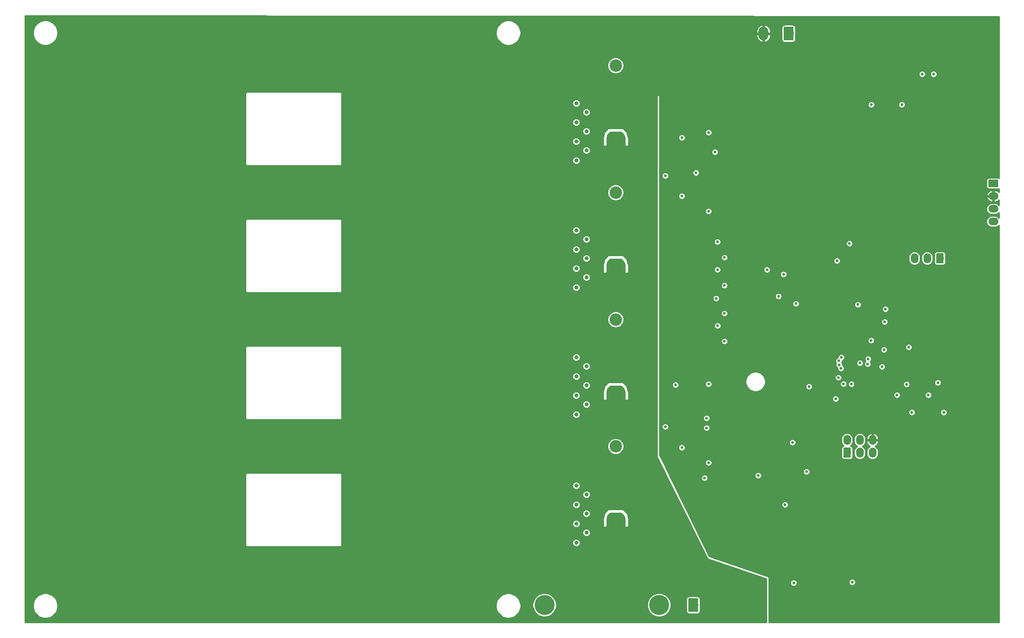
<source format=gbr>
G04 #@! TF.GenerationSoftware,KiCad,Pcbnew,(5.1.4)-1*
G04 #@! TF.CreationDate,2020-09-06T16:49:47-04:00*
G04 #@! TF.ProjectId,DC_LOAD_V02,44435f4c-4f41-4445-9f56-30322e6b6963,rev?*
G04 #@! TF.SameCoordinates,Original*
G04 #@! TF.FileFunction,Copper,L2,Inr*
G04 #@! TF.FilePolarity,Positive*
%FSLAX46Y46*%
G04 Gerber Fmt 4.6, Leading zero omitted, Abs format (unit mm)*
G04 Created by KiCad (PCBNEW (5.1.4)-1) date 2020-09-06 16:49:47*
%MOMM*%
%LPD*%
G04 APERTURE LIST*
%ADD10C,0.800000*%
%ADD11C,2.500000*%
%ADD12C,0.100000*%
%ADD13C,1.500000*%
%ADD14O,1.500000X2.000000*%
%ADD15C,4.000000*%
%ADD16C,2.000000*%
%ADD17O,2.000000X2.750000*%
%ADD18O,2.000000X1.500000*%
%ADD19C,0.600000*%
%ADD20C,0.254000*%
G04 APERTURE END LIST*
D10*
X136525000Y-173355000D03*
X136525000Y-167005000D03*
X136525000Y-160655000D03*
X136525000Y-154305000D03*
X136525000Y-147955000D03*
X136525000Y-141605000D03*
X136525000Y-135255000D03*
X136525000Y-128905000D03*
X136525000Y-122555000D03*
X136525000Y-115570000D03*
X136525000Y-109855000D03*
X136525000Y-103505000D03*
X136525000Y-97155000D03*
X136525000Y-91440000D03*
X136525000Y-84455000D03*
X136525000Y-78105000D03*
X136525000Y-71755000D03*
X136525000Y-64770000D03*
D11*
X188468000Y-135890000D03*
X188468000Y-120690000D03*
X188468000Y-161250000D03*
X188468000Y-146050000D03*
D10*
X133350000Y-100330000D03*
X127000000Y-100330000D03*
X120650000Y-100330000D03*
X127000000Y-125730000D03*
X120650000Y-125730000D03*
X133350000Y-125730000D03*
X127000000Y-151130000D03*
X133350000Y-151130000D03*
X130175000Y-116205000D03*
X123825000Y-116205000D03*
X117475000Y-116205000D03*
X114300000Y-125730000D03*
X130175000Y-167005000D03*
X123825000Y-167005000D03*
X117475000Y-167005000D03*
X130175000Y-141605000D03*
X123825000Y-141605000D03*
X117475000Y-141605000D03*
X130175000Y-147955000D03*
X123825000Y-147955000D03*
X117475000Y-147955000D03*
X130175000Y-173355000D03*
X123825000Y-173355000D03*
X117475000Y-173355000D03*
X130175000Y-122555000D03*
X123825000Y-122555000D03*
X117475000Y-122555000D03*
X133350000Y-119380000D03*
X127000000Y-119380000D03*
X120650000Y-119380000D03*
X114300000Y-119380000D03*
X130175000Y-91440000D03*
X123825000Y-91440000D03*
X117475000Y-91440000D03*
X130175000Y-97155000D03*
X123825000Y-97155000D03*
X117475000Y-97155000D03*
X130175000Y-64770000D03*
X130175000Y-71755000D03*
X123825000Y-71755000D03*
X123825000Y-64770000D03*
X117475000Y-64770000D03*
X111125000Y-64770000D03*
X104775000Y-65405000D03*
X98425000Y-65405000D03*
X92075000Y-65405000D03*
X85725000Y-65405000D03*
X79375000Y-65405000D03*
X117475000Y-71755000D03*
X111125000Y-78105000D03*
X111125000Y-91440000D03*
X111125000Y-97155000D03*
X111125000Y-147955000D03*
X111125000Y-109855000D03*
X111125000Y-103505000D03*
X111125000Y-128905000D03*
X111125000Y-135255000D03*
X111125000Y-116205000D03*
X111125000Y-122555000D03*
X111125000Y-141605000D03*
X111125000Y-160655000D03*
X111125000Y-71755000D03*
X111125000Y-84455000D03*
X111125000Y-167005000D03*
X111125000Y-154305000D03*
X111125000Y-173355000D03*
X104775000Y-78105000D03*
X104775000Y-91440000D03*
X104775000Y-97155000D03*
X104775000Y-147955000D03*
X104775000Y-109855000D03*
X104775000Y-103505000D03*
X104775000Y-128905000D03*
X104775000Y-135255000D03*
X104775000Y-116205000D03*
X104775000Y-122555000D03*
X104775000Y-141605000D03*
X104775000Y-160655000D03*
X104775000Y-71755000D03*
X104775000Y-84455000D03*
X104775000Y-167005000D03*
X104775000Y-154305000D03*
X104775000Y-173355000D03*
X98425000Y-78105000D03*
X98425000Y-91440000D03*
X98425000Y-97155000D03*
X98425000Y-147955000D03*
X98425000Y-109855000D03*
X98425000Y-103505000D03*
X98425000Y-128905000D03*
X98425000Y-135255000D03*
X98425000Y-116205000D03*
X98425000Y-122555000D03*
X98425000Y-141605000D03*
X98425000Y-160655000D03*
X98425000Y-71755000D03*
X98425000Y-84455000D03*
X98425000Y-167005000D03*
X98425000Y-154305000D03*
X98425000Y-173355000D03*
X92075000Y-78105000D03*
X92075000Y-91440000D03*
X92075000Y-97155000D03*
X92075000Y-147955000D03*
X92075000Y-109855000D03*
X92075000Y-103505000D03*
X92075000Y-128905000D03*
X92075000Y-135255000D03*
X92075000Y-116205000D03*
X92075000Y-122555000D03*
X92075000Y-141605000D03*
X92075000Y-160655000D03*
X92075000Y-71755000D03*
X92075000Y-84455000D03*
X92075000Y-167005000D03*
X92075000Y-154305000D03*
X92075000Y-173355000D03*
X85725000Y-78105000D03*
X85725000Y-91440000D03*
X85725000Y-97155000D03*
X85725000Y-147955000D03*
X85725000Y-109855000D03*
X85725000Y-103505000D03*
X85725000Y-128905000D03*
X85725000Y-135255000D03*
X85725000Y-116205000D03*
X85725000Y-122555000D03*
X85725000Y-141605000D03*
X85725000Y-160655000D03*
X85725000Y-71755000D03*
X85725000Y-84455000D03*
X85725000Y-167005000D03*
X85725000Y-154305000D03*
X85725000Y-173355000D03*
X79375000Y-78105000D03*
X79375000Y-91440000D03*
X79375000Y-97155000D03*
X79375000Y-147955000D03*
X79375000Y-109855000D03*
X79375000Y-103505000D03*
X79375000Y-128905000D03*
X79375000Y-135255000D03*
X79375000Y-116205000D03*
X79375000Y-122555000D03*
X79375000Y-141605000D03*
X79375000Y-160655000D03*
X79375000Y-71755000D03*
X79375000Y-84455000D03*
X79375000Y-167005000D03*
X79375000Y-154305000D03*
X79375000Y-173355000D03*
X133350000Y-93980000D03*
X127000000Y-93980000D03*
X120650000Y-93980000D03*
X114300000Y-100330000D03*
X114300000Y-93980000D03*
X133350000Y-74930000D03*
X127000000Y-74930000D03*
X133350000Y-68580000D03*
X133350000Y-62230000D03*
X127000000Y-68580000D03*
X127000000Y-62230000D03*
X120650000Y-62230000D03*
X120650000Y-68580000D03*
X120650000Y-74930000D03*
X114300000Y-74930000D03*
X114300000Y-68580000D03*
X114300000Y-62230000D03*
X107950000Y-62230000D03*
X101600000Y-62230000D03*
X95250000Y-62230000D03*
X88900000Y-62230000D03*
X82550000Y-62230000D03*
X120650000Y-151130000D03*
X114300000Y-151130000D03*
X133350000Y-144780000D03*
X127000000Y-144780000D03*
X120650000Y-144780000D03*
X114300000Y-144780000D03*
X133350000Y-176530000D03*
X133350000Y-170180000D03*
X127000000Y-170180000D03*
X127000000Y-176530000D03*
X120650000Y-176530000D03*
X120650000Y-170180000D03*
X114300000Y-170180000D03*
X114300000Y-176530000D03*
X107950000Y-176530000D03*
X101600000Y-176530000D03*
X95250000Y-176530000D03*
X88900000Y-176530000D03*
X82550000Y-176530000D03*
X82550000Y-74930000D03*
X82550000Y-88265000D03*
X82550000Y-93980000D03*
X82550000Y-68580000D03*
X82550000Y-81280000D03*
X107950000Y-74930000D03*
X107950000Y-88265000D03*
X107950000Y-93980000D03*
X107950000Y-144780000D03*
X107950000Y-106680000D03*
X107950000Y-100330000D03*
X107950000Y-125730000D03*
X107950000Y-132080000D03*
X107950000Y-113030000D03*
X107950000Y-119380000D03*
X107950000Y-138430000D03*
X107950000Y-157480000D03*
X107950000Y-68580000D03*
X107950000Y-81280000D03*
X107950000Y-163830000D03*
X107950000Y-151130000D03*
X107950000Y-170180000D03*
X101600000Y-74930000D03*
X101600000Y-88265000D03*
X101600000Y-93980000D03*
X101600000Y-144780000D03*
X101600000Y-106680000D03*
X101600000Y-100330000D03*
X101600000Y-125730000D03*
X101600000Y-132080000D03*
X101600000Y-113030000D03*
X101600000Y-119380000D03*
X101600000Y-138430000D03*
X101600000Y-157480000D03*
X101600000Y-68580000D03*
X101600000Y-81280000D03*
X101600000Y-163830000D03*
X101600000Y-151130000D03*
X101600000Y-170180000D03*
X95250000Y-74930000D03*
X95250000Y-88265000D03*
X95250000Y-93980000D03*
X95250000Y-144780000D03*
X95250000Y-106680000D03*
X95250000Y-100330000D03*
X95250000Y-125730000D03*
X95250000Y-132080000D03*
X95250000Y-113030000D03*
X95250000Y-119380000D03*
X95250000Y-138430000D03*
X95250000Y-157480000D03*
X95250000Y-68580000D03*
X95250000Y-81280000D03*
X95250000Y-163830000D03*
X95250000Y-151130000D03*
X95250000Y-170180000D03*
X88900000Y-74930000D03*
X88900000Y-88265000D03*
X88900000Y-93980000D03*
X88900000Y-144780000D03*
X88900000Y-106680000D03*
X88900000Y-100330000D03*
X88900000Y-125730000D03*
X88900000Y-132080000D03*
X88900000Y-113030000D03*
X88900000Y-119380000D03*
X88900000Y-138430000D03*
X88900000Y-157480000D03*
X88900000Y-68580000D03*
X88900000Y-81280000D03*
X88900000Y-163830000D03*
X88900000Y-151130000D03*
X88900000Y-170180000D03*
X82550000Y-106680000D03*
X82550000Y-100330000D03*
X82550000Y-119380000D03*
X82550000Y-125730000D03*
X82550000Y-113030000D03*
X82550000Y-132080000D03*
X82550000Y-144780000D03*
X82550000Y-138430000D03*
X82550000Y-157480000D03*
X82550000Y-163830000D03*
X82550000Y-151130000D03*
X82550000Y-170180000D03*
X76200000Y-68580000D03*
X76200000Y-74930000D03*
X76200000Y-81280000D03*
X76200000Y-88265000D03*
X76200000Y-93980000D03*
X76200000Y-100330000D03*
X76200000Y-106680000D03*
X76200000Y-113030000D03*
X76200000Y-119380000D03*
X76200000Y-125730000D03*
X76200000Y-132080000D03*
X76200000Y-138430000D03*
X76200000Y-144780000D03*
X76200000Y-151130000D03*
X76200000Y-157480000D03*
X76200000Y-163830000D03*
X76200000Y-170180000D03*
D12*
G36*
X253852703Y-107458722D02*
G01*
X253867264Y-107460882D01*
X253881543Y-107464459D01*
X253895403Y-107469418D01*
X253908710Y-107475712D01*
X253921336Y-107483280D01*
X253933159Y-107492048D01*
X253944066Y-107501934D01*
X253953952Y-107512841D01*
X253962720Y-107524664D01*
X253970288Y-107537290D01*
X253976582Y-107550597D01*
X253981541Y-107564457D01*
X253985118Y-107578736D01*
X253987278Y-107593297D01*
X253988000Y-107608000D01*
X253988000Y-109308000D01*
X253987278Y-109322703D01*
X253985118Y-109337264D01*
X253981541Y-109351543D01*
X253976582Y-109365403D01*
X253970288Y-109378710D01*
X253962720Y-109391336D01*
X253953952Y-109403159D01*
X253944066Y-109414066D01*
X253933159Y-109423952D01*
X253921336Y-109432720D01*
X253908710Y-109440288D01*
X253895403Y-109446582D01*
X253881543Y-109451541D01*
X253867264Y-109455118D01*
X253852703Y-109457278D01*
X253838000Y-109458000D01*
X252638000Y-109458000D01*
X252623297Y-109457278D01*
X252608736Y-109455118D01*
X252594457Y-109451541D01*
X252580597Y-109446582D01*
X252567290Y-109440288D01*
X252554664Y-109432720D01*
X252542841Y-109423952D01*
X252531934Y-109414066D01*
X252522048Y-109403159D01*
X252513280Y-109391336D01*
X252505712Y-109378710D01*
X252499418Y-109365403D01*
X252494459Y-109351543D01*
X252490882Y-109337264D01*
X252488722Y-109322703D01*
X252488000Y-109308000D01*
X252488000Y-107608000D01*
X252488722Y-107593297D01*
X252490882Y-107578736D01*
X252494459Y-107564457D01*
X252499418Y-107550597D01*
X252505712Y-107537290D01*
X252513280Y-107524664D01*
X252522048Y-107512841D01*
X252531934Y-107501934D01*
X252542841Y-107492048D01*
X252554664Y-107483280D01*
X252567290Y-107475712D01*
X252580597Y-107469418D01*
X252594457Y-107464459D01*
X252608736Y-107460882D01*
X252623297Y-107458722D01*
X252638000Y-107458000D01*
X253838000Y-107458000D01*
X253852703Y-107458722D01*
X253852703Y-107458722D01*
G37*
D13*
X253238000Y-108458000D03*
D14*
X250698000Y-108458000D03*
X248158000Y-108458000D03*
D11*
X188468000Y-95290000D03*
X188468000Y-110490000D03*
X188468000Y-69890000D03*
X188468000Y-85090000D03*
D15*
X174244000Y-177800000D03*
X197144000Y-177800000D03*
D12*
G36*
X204781603Y-176425963D02*
G01*
X204801018Y-176428843D01*
X204820057Y-176433612D01*
X204838537Y-176440224D01*
X204856279Y-176448616D01*
X204873114Y-176458706D01*
X204888879Y-176470398D01*
X204903421Y-176483579D01*
X204916602Y-176498121D01*
X204928294Y-176513886D01*
X204938384Y-176530721D01*
X204946776Y-176548463D01*
X204953388Y-176566943D01*
X204958157Y-176585982D01*
X204961037Y-176605397D01*
X204962000Y-176625000D01*
X204962000Y-178975000D01*
X204961037Y-178994603D01*
X204958157Y-179014018D01*
X204953388Y-179033057D01*
X204946776Y-179051537D01*
X204938384Y-179069279D01*
X204928294Y-179086114D01*
X204916602Y-179101879D01*
X204903421Y-179116421D01*
X204888879Y-179129602D01*
X204873114Y-179141294D01*
X204856279Y-179151384D01*
X204838537Y-179159776D01*
X204820057Y-179166388D01*
X204801018Y-179171157D01*
X204781603Y-179174037D01*
X204762000Y-179175000D01*
X203162000Y-179175000D01*
X203142397Y-179174037D01*
X203122982Y-179171157D01*
X203103943Y-179166388D01*
X203085463Y-179159776D01*
X203067721Y-179151384D01*
X203050886Y-179141294D01*
X203035121Y-179129602D01*
X203020579Y-179116421D01*
X203007398Y-179101879D01*
X202995706Y-179086114D01*
X202985616Y-179069279D01*
X202977224Y-179051537D01*
X202970612Y-179033057D01*
X202965843Y-179014018D01*
X202962963Y-178994603D01*
X202962000Y-178975000D01*
X202962000Y-176625000D01*
X202962963Y-176605397D01*
X202965843Y-176585982D01*
X202970612Y-176566943D01*
X202977224Y-176548463D01*
X202985616Y-176530721D01*
X202995706Y-176513886D01*
X203007398Y-176498121D01*
X203020579Y-176483579D01*
X203035121Y-176470398D01*
X203050886Y-176458706D01*
X203067721Y-176448616D01*
X203085463Y-176440224D01*
X203103943Y-176433612D01*
X203122982Y-176428843D01*
X203142397Y-176425963D01*
X203162000Y-176425000D01*
X204762000Y-176425000D01*
X204781603Y-176425963D01*
X204781603Y-176425963D01*
G37*
D16*
X203962000Y-177800000D03*
D17*
X208962000Y-177800000D03*
D12*
G36*
X223831603Y-62125963D02*
G01*
X223851018Y-62128843D01*
X223870057Y-62133612D01*
X223888537Y-62140224D01*
X223906279Y-62148616D01*
X223923114Y-62158706D01*
X223938879Y-62170398D01*
X223953421Y-62183579D01*
X223966602Y-62198121D01*
X223978294Y-62213886D01*
X223988384Y-62230721D01*
X223996776Y-62248463D01*
X224003388Y-62266943D01*
X224008157Y-62285982D01*
X224011037Y-62305397D01*
X224012000Y-62325000D01*
X224012000Y-64675000D01*
X224011037Y-64694603D01*
X224008157Y-64714018D01*
X224003388Y-64733057D01*
X223996776Y-64751537D01*
X223988384Y-64769279D01*
X223978294Y-64786114D01*
X223966602Y-64801879D01*
X223953421Y-64816421D01*
X223938879Y-64829602D01*
X223923114Y-64841294D01*
X223906279Y-64851384D01*
X223888537Y-64859776D01*
X223870057Y-64866388D01*
X223851018Y-64871157D01*
X223831603Y-64874037D01*
X223812000Y-64875000D01*
X222212000Y-64875000D01*
X222192397Y-64874037D01*
X222172982Y-64871157D01*
X222153943Y-64866388D01*
X222135463Y-64859776D01*
X222117721Y-64851384D01*
X222100886Y-64841294D01*
X222085121Y-64829602D01*
X222070579Y-64816421D01*
X222057398Y-64801879D01*
X222045706Y-64786114D01*
X222035616Y-64769279D01*
X222027224Y-64751537D01*
X222020612Y-64733057D01*
X222015843Y-64714018D01*
X222012963Y-64694603D01*
X222012000Y-64675000D01*
X222012000Y-62325000D01*
X222012963Y-62305397D01*
X222015843Y-62285982D01*
X222020612Y-62266943D01*
X222027224Y-62248463D01*
X222035616Y-62230721D01*
X222045706Y-62213886D01*
X222057398Y-62198121D01*
X222070579Y-62183579D01*
X222085121Y-62170398D01*
X222100886Y-62158706D01*
X222117721Y-62148616D01*
X222135463Y-62140224D01*
X222153943Y-62133612D01*
X222172982Y-62128843D01*
X222192397Y-62125963D01*
X222212000Y-62125000D01*
X223812000Y-62125000D01*
X223831603Y-62125963D01*
X223831603Y-62125963D01*
G37*
D16*
X223012000Y-63500000D03*
D17*
X218012000Y-63500000D03*
D14*
X239776000Y-144780000D03*
X234696000Y-144780000D03*
X237236000Y-144780000D03*
X237236000Y-147320000D03*
X239776000Y-147320000D03*
D12*
G36*
X235310703Y-146320722D02*
G01*
X235325264Y-146322882D01*
X235339543Y-146326459D01*
X235353403Y-146331418D01*
X235366710Y-146337712D01*
X235379336Y-146345280D01*
X235391159Y-146354048D01*
X235402066Y-146363934D01*
X235411952Y-146374841D01*
X235420720Y-146386664D01*
X235428288Y-146399290D01*
X235434582Y-146412597D01*
X235439541Y-146426457D01*
X235443118Y-146440736D01*
X235445278Y-146455297D01*
X235446000Y-146470000D01*
X235446000Y-148170000D01*
X235445278Y-148184703D01*
X235443118Y-148199264D01*
X235439541Y-148213543D01*
X235434582Y-148227403D01*
X235428288Y-148240710D01*
X235420720Y-148253336D01*
X235411952Y-148265159D01*
X235402066Y-148276066D01*
X235391159Y-148285952D01*
X235379336Y-148294720D01*
X235366710Y-148302288D01*
X235353403Y-148308582D01*
X235339543Y-148313541D01*
X235325264Y-148317118D01*
X235310703Y-148319278D01*
X235296000Y-148320000D01*
X234096000Y-148320000D01*
X234081297Y-148319278D01*
X234066736Y-148317118D01*
X234052457Y-148313541D01*
X234038597Y-148308582D01*
X234025290Y-148302288D01*
X234012664Y-148294720D01*
X234000841Y-148285952D01*
X233989934Y-148276066D01*
X233980048Y-148265159D01*
X233971280Y-148253336D01*
X233963712Y-148240710D01*
X233957418Y-148227403D01*
X233952459Y-148213543D01*
X233948882Y-148199264D01*
X233946722Y-148184703D01*
X233946000Y-148170000D01*
X233946000Y-146470000D01*
X233946722Y-146455297D01*
X233948882Y-146440736D01*
X233952459Y-146426457D01*
X233957418Y-146412597D01*
X233963712Y-146399290D01*
X233971280Y-146386664D01*
X233980048Y-146374841D01*
X233989934Y-146363934D01*
X234000841Y-146354048D01*
X234012664Y-146345280D01*
X234025290Y-146337712D01*
X234038597Y-146331418D01*
X234052457Y-146326459D01*
X234066736Y-146322882D01*
X234081297Y-146320722D01*
X234096000Y-146320000D01*
X235296000Y-146320000D01*
X235310703Y-146320722D01*
X235310703Y-146320722D01*
G37*
D13*
X234696000Y-147320000D03*
D12*
G36*
X264770703Y-92722722D02*
G01*
X264785264Y-92724882D01*
X264799543Y-92728459D01*
X264813403Y-92733418D01*
X264826710Y-92739712D01*
X264839336Y-92747280D01*
X264851159Y-92756048D01*
X264862066Y-92765934D01*
X264871952Y-92776841D01*
X264880720Y-92788664D01*
X264888288Y-92801290D01*
X264894582Y-92814597D01*
X264899541Y-92828457D01*
X264903118Y-92842736D01*
X264905278Y-92857297D01*
X264906000Y-92872000D01*
X264906000Y-94072000D01*
X264905278Y-94086703D01*
X264903118Y-94101264D01*
X264899541Y-94115543D01*
X264894582Y-94129403D01*
X264888288Y-94142710D01*
X264880720Y-94155336D01*
X264871952Y-94167159D01*
X264862066Y-94178066D01*
X264851159Y-94187952D01*
X264839336Y-94196720D01*
X264826710Y-94204288D01*
X264813403Y-94210582D01*
X264799543Y-94215541D01*
X264785264Y-94219118D01*
X264770703Y-94221278D01*
X264756000Y-94222000D01*
X263056000Y-94222000D01*
X263041297Y-94221278D01*
X263026736Y-94219118D01*
X263012457Y-94215541D01*
X262998597Y-94210582D01*
X262985290Y-94204288D01*
X262972664Y-94196720D01*
X262960841Y-94187952D01*
X262949934Y-94178066D01*
X262940048Y-94167159D01*
X262931280Y-94155336D01*
X262923712Y-94142710D01*
X262917418Y-94129403D01*
X262912459Y-94115543D01*
X262908882Y-94101264D01*
X262906722Y-94086703D01*
X262906000Y-94072000D01*
X262906000Y-92872000D01*
X262906722Y-92857297D01*
X262908882Y-92842736D01*
X262912459Y-92828457D01*
X262917418Y-92814597D01*
X262923712Y-92801290D01*
X262931280Y-92788664D01*
X262940048Y-92776841D01*
X262949934Y-92765934D01*
X262960841Y-92756048D01*
X262972664Y-92747280D01*
X262985290Y-92739712D01*
X262998597Y-92733418D01*
X263012457Y-92728459D01*
X263026736Y-92724882D01*
X263041297Y-92722722D01*
X263056000Y-92722000D01*
X264756000Y-92722000D01*
X264770703Y-92722722D01*
X264770703Y-92722722D01*
G37*
D13*
X263906000Y-93472000D03*
D18*
X263906000Y-96012000D03*
X263906000Y-98552000D03*
X263906000Y-101092000D03*
D19*
X205994000Y-124333000D03*
X205994000Y-118745000D03*
X206044800Y-113157000D03*
X240284000Y-121412000D03*
X240284000Y-119126000D03*
X237236000Y-173228000D03*
X247396000Y-173228000D03*
X256794000Y-161290000D03*
X256794000Y-162814000D03*
X256794000Y-147574000D03*
X244094000Y-142240000D03*
X250444000Y-142240000D03*
X216361800Y-159386175D03*
X244602000Y-148844000D03*
X202692000Y-68072000D03*
X239522000Y-71882000D03*
X244602000Y-74168000D03*
X255270000Y-67056000D03*
X252222000Y-75946000D03*
X249682000Y-75946000D03*
X239776000Y-109982000D03*
X198374000Y-137668000D03*
X198374000Y-145288000D03*
X200914000Y-142113000D03*
X198374000Y-94996000D03*
X200406000Y-98933000D03*
X198374000Y-87376000D03*
X200406000Y-87249000D03*
X219583000Y-111633000D03*
X232994200Y-116382800D03*
X231063800Y-116382800D03*
X245793500Y-114886494D03*
X212572600Y-119303800D03*
X207391007Y-161162993D03*
X216204800Y-119913400D03*
X240284000Y-123698000D03*
X256832100Y-136880596D03*
X233426000Y-87122000D03*
X239522000Y-87122000D03*
X245618000Y-87122000D03*
X221234000Y-70358000D03*
X242316000Y-64008000D03*
X244602000Y-64008000D03*
X246888000Y-64008000D03*
X200421240Y-149202140D03*
X203713080Y-152407620D03*
X209298540Y-168148000D03*
X219704920Y-157723840D03*
X256849880Y-123164600D03*
X236095540Y-108567220D03*
X200914000Y-91950540D03*
X222528000Y-173331004D03*
X205994000Y-107569000D03*
X246583200Y-136245600D03*
X253720600Y-137312400D03*
X200421236Y-137683240D03*
X205643480Y-91160600D03*
X207391000Y-141980920D03*
X237766860Y-108945680D03*
X237172500Y-127939800D03*
X235572300Y-127939800D03*
X236359700Y-133616700D03*
X246126000Y-123698000D03*
X224028000Y-173354996D03*
X207010000Y-149352000D03*
X207010000Y-133604000D03*
X207010000Y-99060000D03*
X207010000Y-83312000D03*
X239522000Y-77724000D03*
X245618000Y-77724000D03*
X198374000Y-91948000D03*
X206235302Y-152387300D03*
X198386700Y-142125700D03*
X242214400Y-121158000D03*
X242341400Y-118618000D03*
X244673120Y-135808720D03*
X250946920Y-135798560D03*
X254000000Y-139273280D03*
X247644920Y-139273280D03*
X210210400Y-108300520D03*
X210205320Y-113893600D03*
X210200240Y-119476520D03*
X210210400Y-125064520D03*
X247015000Y-126238000D03*
X249682000Y-71628000D03*
X251968000Y-71628000D03*
X235712000Y-173228000D03*
X222280480Y-157731460D03*
X221996000Y-111633000D03*
X232664000Y-108966000D03*
X235559602Y-133604000D03*
X233972100Y-133565900D03*
X236867700Y-117716300D03*
X241655600Y-130124200D03*
X238902010Y-128564942D03*
X238810800Y-129590800D03*
X237249402Y-129403245D03*
X233480072Y-130465535D03*
X208813400Y-121945400D03*
X233024772Y-128962124D03*
X208788000Y-110718600D03*
X233106854Y-129757914D03*
X208534000Y-116459000D03*
X233541990Y-128269998D03*
X208788004Y-105156000D03*
X201676000Y-146304000D03*
X200418700Y-133769100D03*
X201676000Y-96012000D03*
X201676000Y-84328000D03*
X216916000Y-151892000D03*
X223774000Y-145288000D03*
X224463886Y-117529886D03*
X220980000Y-116037590D03*
X206629000Y-142367000D03*
X208295240Y-87198200D03*
X204510640Y-91338400D03*
X235140500Y-105498900D03*
X206629002Y-140423900D03*
X242062000Y-126746000D03*
X246568000Y-133639596D03*
X252818900Y-133311900D03*
X239511610Y-124904500D03*
X226568000Y-151130006D03*
X218693994Y-110744000D03*
X227076000Y-134112000D03*
X232410000Y-136550400D03*
X232967326Y-132302016D03*
D10*
X180594000Y-77470000D03*
X180594000Y-81280000D03*
X180594000Y-85090000D03*
X180594000Y-88900000D03*
X182626000Y-79248000D03*
X182626000Y-83058000D03*
X182626000Y-86868000D03*
X180594000Y-102870000D03*
X180594000Y-106680000D03*
X180594000Y-110490000D03*
X180594000Y-114300000D03*
X182626000Y-104648000D03*
X182626000Y-108458000D03*
X182626000Y-112268000D03*
X180594000Y-128270000D03*
X180594000Y-132080000D03*
X180594000Y-135890000D03*
X180594000Y-139700000D03*
X182626000Y-137668000D03*
X182626000Y-133858000D03*
X182626000Y-130048000D03*
X180594000Y-153924000D03*
X180594000Y-157734000D03*
X180594000Y-161544000D03*
X180594000Y-165354000D03*
X182626000Y-163322000D03*
X182626000Y-159512000D03*
X182626000Y-155702000D03*
D20*
G36*
X265028001Y-60070903D02*
G01*
X265028001Y-92420647D01*
X264958372Y-92383430D01*
X264859168Y-92353337D01*
X264756000Y-92343176D01*
X263056000Y-92343176D01*
X262952832Y-92353337D01*
X262853628Y-92383430D01*
X262762201Y-92432299D01*
X262682065Y-92498065D01*
X262616299Y-92578201D01*
X262567430Y-92669628D01*
X262537337Y-92768832D01*
X262527176Y-92872000D01*
X262527176Y-94072000D01*
X262537337Y-94175168D01*
X262567430Y-94274372D01*
X262616299Y-94365799D01*
X262682065Y-94445935D01*
X262762201Y-94511701D01*
X262853628Y-94560570D01*
X262952832Y-94590663D01*
X263056000Y-94600824D01*
X264756000Y-94600824D01*
X264859168Y-94590663D01*
X264958372Y-94560570D01*
X265028001Y-94523353D01*
X265028001Y-95282337D01*
X265001048Y-95246000D01*
X264835372Y-95095858D01*
X264643588Y-94980922D01*
X264433066Y-94905610D01*
X264211896Y-94872816D01*
X264033000Y-94972347D01*
X264033000Y-95885000D01*
X264053000Y-95885000D01*
X264053000Y-96139000D01*
X264033000Y-96139000D01*
X264033000Y-97051653D01*
X264211896Y-97151184D01*
X264433066Y-97118390D01*
X264643588Y-97043078D01*
X264835372Y-96928142D01*
X265001048Y-96778000D01*
X265028001Y-96741663D01*
X265028001Y-97838036D01*
X264956765Y-97751235D01*
X264785157Y-97610400D01*
X264589371Y-97505750D01*
X264376931Y-97441307D01*
X264211365Y-97425000D01*
X263600635Y-97425000D01*
X263435069Y-97441307D01*
X263222629Y-97505750D01*
X263026843Y-97610400D01*
X262855235Y-97751235D01*
X262714400Y-97922843D01*
X262609750Y-98118629D01*
X262545307Y-98331069D01*
X262523547Y-98552000D01*
X262545307Y-98772931D01*
X262609750Y-98985371D01*
X262714400Y-99181157D01*
X262855235Y-99352765D01*
X263026843Y-99493600D01*
X263222629Y-99598250D01*
X263435069Y-99662693D01*
X263600635Y-99679000D01*
X264211365Y-99679000D01*
X264376931Y-99662693D01*
X264589371Y-99598250D01*
X264785157Y-99493600D01*
X264956765Y-99352765D01*
X265028001Y-99265964D01*
X265028001Y-100378036D01*
X264956765Y-100291235D01*
X264785157Y-100150400D01*
X264589371Y-100045750D01*
X264376931Y-99981307D01*
X264211365Y-99965000D01*
X263600635Y-99965000D01*
X263435069Y-99981307D01*
X263222629Y-100045750D01*
X263026843Y-100150400D01*
X262855235Y-100291235D01*
X262714400Y-100462843D01*
X262609750Y-100658629D01*
X262545307Y-100871069D01*
X262523547Y-101092000D01*
X262545307Y-101312931D01*
X262609750Y-101525371D01*
X262714400Y-101721157D01*
X262855235Y-101892765D01*
X263026843Y-102033600D01*
X263222629Y-102138250D01*
X263435069Y-102202693D01*
X263600635Y-102219000D01*
X264211365Y-102219000D01*
X264376931Y-102202693D01*
X264589371Y-102138250D01*
X264785157Y-102033600D01*
X264956765Y-101892765D01*
X265028001Y-101805964D01*
X265028000Y-181229000D01*
X219075000Y-181229000D01*
X219075000Y-173288317D01*
X223351000Y-173288317D01*
X223351000Y-173421675D01*
X223377016Y-173552470D01*
X223428050Y-173675676D01*
X223502140Y-173786559D01*
X223596437Y-173880856D01*
X223707320Y-173954946D01*
X223830526Y-174005980D01*
X223961321Y-174031996D01*
X224094679Y-174031996D01*
X224225474Y-174005980D01*
X224348680Y-173954946D01*
X224459563Y-173880856D01*
X224553860Y-173786559D01*
X224627950Y-173675676D01*
X224678984Y-173552470D01*
X224705000Y-173421675D01*
X224705000Y-173288317D01*
X224679740Y-173161321D01*
X235035000Y-173161321D01*
X235035000Y-173294679D01*
X235061016Y-173425474D01*
X235112050Y-173548680D01*
X235186140Y-173659563D01*
X235280437Y-173753860D01*
X235391320Y-173827950D01*
X235514526Y-173878984D01*
X235645321Y-173905000D01*
X235778679Y-173905000D01*
X235909474Y-173878984D01*
X236032680Y-173827950D01*
X236143563Y-173753860D01*
X236237860Y-173659563D01*
X236311950Y-173548680D01*
X236362984Y-173425474D01*
X236389000Y-173294679D01*
X236389000Y-173161321D01*
X236362984Y-173030526D01*
X236311950Y-172907320D01*
X236237860Y-172796437D01*
X236143563Y-172702140D01*
X236032680Y-172628050D01*
X235909474Y-172577016D01*
X235778679Y-172551000D01*
X235645321Y-172551000D01*
X235514526Y-172577016D01*
X235391320Y-172628050D01*
X235280437Y-172702140D01*
X235186140Y-172796437D01*
X235112050Y-172907320D01*
X235061016Y-173030526D01*
X235035000Y-173161321D01*
X224679740Y-173161321D01*
X224678984Y-173157522D01*
X224627950Y-173034316D01*
X224553860Y-172923433D01*
X224459563Y-172829136D01*
X224348680Y-172755046D01*
X224225474Y-172704012D01*
X224094679Y-172677996D01*
X223961321Y-172677996D01*
X223830526Y-172704012D01*
X223707320Y-172755046D01*
X223596437Y-172829136D01*
X223502140Y-172923433D01*
X223428050Y-173034316D01*
X223377016Y-173157522D01*
X223351000Y-173288317D01*
X219075000Y-173288317D01*
X219075000Y-172212000D01*
X219072560Y-172187224D01*
X219065333Y-172163399D01*
X219053597Y-172141443D01*
X219037803Y-172122197D01*
X219018557Y-172106403D01*
X218988928Y-172091775D01*
X207100985Y-168044816D01*
X202040718Y-157664781D01*
X221603480Y-157664781D01*
X221603480Y-157798139D01*
X221629496Y-157928934D01*
X221680530Y-158052140D01*
X221754620Y-158163023D01*
X221848917Y-158257320D01*
X221959800Y-158331410D01*
X222083006Y-158382444D01*
X222213801Y-158408460D01*
X222347159Y-158408460D01*
X222477954Y-158382444D01*
X222601160Y-158331410D01*
X222712043Y-158257320D01*
X222806340Y-158163023D01*
X222880430Y-158052140D01*
X222931464Y-157928934D01*
X222957480Y-157798139D01*
X222957480Y-157664781D01*
X222931464Y-157533986D01*
X222880430Y-157410780D01*
X222806340Y-157299897D01*
X222712043Y-157205600D01*
X222601160Y-157131510D01*
X222477954Y-157080476D01*
X222347159Y-157054460D01*
X222213801Y-157054460D01*
X222083006Y-157080476D01*
X221959800Y-157131510D01*
X221848917Y-157205600D01*
X221754620Y-157299897D01*
X221680530Y-157410780D01*
X221629496Y-157533986D01*
X221603480Y-157664781D01*
X202040718Y-157664781D01*
X199435440Y-152320621D01*
X205558302Y-152320621D01*
X205558302Y-152453979D01*
X205584318Y-152584774D01*
X205635352Y-152707980D01*
X205709442Y-152818863D01*
X205803739Y-152913160D01*
X205914622Y-152987250D01*
X206037828Y-153038284D01*
X206168623Y-153064300D01*
X206301981Y-153064300D01*
X206432776Y-153038284D01*
X206555982Y-152987250D01*
X206666865Y-152913160D01*
X206761162Y-152818863D01*
X206835252Y-152707980D01*
X206886286Y-152584774D01*
X206912302Y-152453979D01*
X206912302Y-152320621D01*
X206886286Y-152189826D01*
X206835252Y-152066620D01*
X206761162Y-151955737D01*
X206666865Y-151861440D01*
X206612810Y-151825321D01*
X216239000Y-151825321D01*
X216239000Y-151958679D01*
X216265016Y-152089474D01*
X216316050Y-152212680D01*
X216390140Y-152323563D01*
X216484437Y-152417860D01*
X216595320Y-152491950D01*
X216718526Y-152542984D01*
X216849321Y-152569000D01*
X216982679Y-152569000D01*
X217113474Y-152542984D01*
X217236680Y-152491950D01*
X217347563Y-152417860D01*
X217441860Y-152323563D01*
X217515950Y-152212680D01*
X217566984Y-152089474D01*
X217593000Y-151958679D01*
X217593000Y-151825321D01*
X217566984Y-151694526D01*
X217515950Y-151571320D01*
X217441860Y-151460437D01*
X217347563Y-151366140D01*
X217236680Y-151292050D01*
X217113474Y-151241016D01*
X216982679Y-151215000D01*
X216849321Y-151215000D01*
X216718526Y-151241016D01*
X216595320Y-151292050D01*
X216484437Y-151366140D01*
X216390140Y-151460437D01*
X216316050Y-151571320D01*
X216265016Y-151694526D01*
X216239000Y-151825321D01*
X206612810Y-151825321D01*
X206555982Y-151787350D01*
X206432776Y-151736316D01*
X206301981Y-151710300D01*
X206168623Y-151710300D01*
X206037828Y-151736316D01*
X205914622Y-151787350D01*
X205803739Y-151861440D01*
X205709442Y-151955737D01*
X205635352Y-152066620D01*
X205584318Y-152189826D01*
X205558302Y-152320621D01*
X199435440Y-152320621D01*
X198822510Y-151063327D01*
X225891000Y-151063327D01*
X225891000Y-151196685D01*
X225917016Y-151327480D01*
X225968050Y-151450686D01*
X226042140Y-151561569D01*
X226136437Y-151655866D01*
X226247320Y-151729956D01*
X226370526Y-151780990D01*
X226501321Y-151807006D01*
X226634679Y-151807006D01*
X226765474Y-151780990D01*
X226888680Y-151729956D01*
X226999563Y-151655866D01*
X227093860Y-151561569D01*
X227167950Y-151450686D01*
X227218984Y-151327480D01*
X227245000Y-151196685D01*
X227245000Y-151063327D01*
X227218984Y-150932532D01*
X227167950Y-150809326D01*
X227093860Y-150698443D01*
X226999563Y-150604146D01*
X226888680Y-150530056D01*
X226765474Y-150479022D01*
X226634679Y-150453006D01*
X226501321Y-150453006D01*
X226370526Y-150479022D01*
X226247320Y-150530056D01*
X226136437Y-150604146D01*
X226042140Y-150698443D01*
X225968050Y-150809326D01*
X225917016Y-150932532D01*
X225891000Y-151063327D01*
X198822510Y-151063327D01*
X197955732Y-149285321D01*
X206333000Y-149285321D01*
X206333000Y-149418679D01*
X206359016Y-149549474D01*
X206410050Y-149672680D01*
X206484140Y-149783563D01*
X206578437Y-149877860D01*
X206689320Y-149951950D01*
X206812526Y-150002984D01*
X206943321Y-150029000D01*
X207076679Y-150029000D01*
X207207474Y-150002984D01*
X207330680Y-149951950D01*
X207441563Y-149877860D01*
X207535860Y-149783563D01*
X207609950Y-149672680D01*
X207660984Y-149549474D01*
X207687000Y-149418679D01*
X207687000Y-149285321D01*
X207660984Y-149154526D01*
X207609950Y-149031320D01*
X207535860Y-148920437D01*
X207441563Y-148826140D01*
X207330680Y-148752050D01*
X207207474Y-148701016D01*
X207076679Y-148675000D01*
X206943321Y-148675000D01*
X206812526Y-148701016D01*
X206689320Y-148752050D01*
X206578437Y-148826140D01*
X206484140Y-148920437D01*
X206410050Y-149031320D01*
X206359016Y-149154526D01*
X206333000Y-149285321D01*
X197955732Y-149285321D01*
X197231000Y-147798693D01*
X197231000Y-146237321D01*
X200999000Y-146237321D01*
X200999000Y-146370679D01*
X201025016Y-146501474D01*
X201076050Y-146624680D01*
X201150140Y-146735563D01*
X201244437Y-146829860D01*
X201355320Y-146903950D01*
X201478526Y-146954984D01*
X201609321Y-146981000D01*
X201742679Y-146981000D01*
X201873474Y-146954984D01*
X201996680Y-146903950D01*
X202107563Y-146829860D01*
X202201860Y-146735563D01*
X202275950Y-146624680D01*
X202326984Y-146501474D01*
X202333244Y-146470000D01*
X233567176Y-146470000D01*
X233567176Y-148170000D01*
X233577337Y-148273168D01*
X233607430Y-148372372D01*
X233656299Y-148463799D01*
X233722065Y-148543935D01*
X233802201Y-148609701D01*
X233893628Y-148658570D01*
X233992832Y-148688663D01*
X234096000Y-148698824D01*
X235296000Y-148698824D01*
X235399168Y-148688663D01*
X235498372Y-148658570D01*
X235589799Y-148609701D01*
X235669935Y-148543935D01*
X235735701Y-148463799D01*
X235784570Y-148372372D01*
X235814663Y-148273168D01*
X235824824Y-148170000D01*
X235824824Y-146470000D01*
X235814663Y-146366832D01*
X235784570Y-146267628D01*
X235735701Y-146176201D01*
X235669935Y-146096065D01*
X235589799Y-146030299D01*
X235498372Y-145981430D01*
X235399168Y-145951337D01*
X235355132Y-145947000D01*
X235496765Y-145830765D01*
X235637600Y-145659157D01*
X235742250Y-145463370D01*
X235806693Y-145250930D01*
X235823000Y-145085364D01*
X235823000Y-144474636D01*
X236109000Y-144474636D01*
X236109000Y-145085365D01*
X236125307Y-145250931D01*
X236189750Y-145463371D01*
X236294401Y-145659157D01*
X236435236Y-145830765D01*
X236606844Y-145971600D01*
X236753519Y-146050000D01*
X236606843Y-146128400D01*
X236435235Y-146269235D01*
X236294400Y-146440843D01*
X236189750Y-146636630D01*
X236125307Y-146849070D01*
X236109000Y-147014636D01*
X236109000Y-147625365D01*
X236125307Y-147790931D01*
X236189750Y-148003371D01*
X236294401Y-148199157D01*
X236435236Y-148370765D01*
X236606844Y-148511600D01*
X236802630Y-148616250D01*
X237015070Y-148680693D01*
X237236000Y-148702453D01*
X237456931Y-148680693D01*
X237669371Y-148616250D01*
X237865157Y-148511600D01*
X238036765Y-148370765D01*
X238177600Y-148199157D01*
X238282250Y-148003370D01*
X238346693Y-147790930D01*
X238363000Y-147625364D01*
X238363000Y-147014635D01*
X238346693Y-146849069D01*
X238282250Y-146636629D01*
X238177600Y-146440843D01*
X238036765Y-146269235D01*
X237865157Y-146128400D01*
X237718481Y-146050000D01*
X237865157Y-145971600D01*
X238036765Y-145830765D01*
X238177600Y-145659157D01*
X238282250Y-145463370D01*
X238346693Y-145250930D01*
X238362947Y-145085896D01*
X238636816Y-145085896D01*
X238669610Y-145307066D01*
X238744922Y-145517588D01*
X238859858Y-145709372D01*
X239010000Y-145875048D01*
X239189579Y-146008250D01*
X239286157Y-146053935D01*
X239146843Y-146128400D01*
X238975235Y-146269235D01*
X238834400Y-146440843D01*
X238729750Y-146636630D01*
X238665307Y-146849070D01*
X238649000Y-147014636D01*
X238649000Y-147625365D01*
X238665307Y-147790931D01*
X238729750Y-148003371D01*
X238834401Y-148199157D01*
X238975236Y-148370765D01*
X239146844Y-148511600D01*
X239342630Y-148616250D01*
X239555070Y-148680693D01*
X239776000Y-148702453D01*
X239996931Y-148680693D01*
X240209371Y-148616250D01*
X240405157Y-148511600D01*
X240576765Y-148370765D01*
X240717600Y-148199157D01*
X240822250Y-148003370D01*
X240886693Y-147790930D01*
X240903000Y-147625364D01*
X240903000Y-147014635D01*
X240886693Y-146849069D01*
X240822250Y-146636629D01*
X240717600Y-146440843D01*
X240576765Y-146269235D01*
X240405157Y-146128400D01*
X240265843Y-146053935D01*
X240362421Y-146008250D01*
X240542000Y-145875048D01*
X240692142Y-145709372D01*
X240807078Y-145517588D01*
X240882390Y-145307066D01*
X240915184Y-145085896D01*
X240815653Y-144907000D01*
X239903000Y-144907000D01*
X239903000Y-144927000D01*
X239649000Y-144927000D01*
X239649000Y-144907000D01*
X238736347Y-144907000D01*
X238636816Y-145085896D01*
X238362947Y-145085896D01*
X238363000Y-145085364D01*
X238363000Y-144474635D01*
X238362948Y-144474104D01*
X238636816Y-144474104D01*
X238736347Y-144653000D01*
X239649000Y-144653000D01*
X239649000Y-143505089D01*
X239903000Y-143505089D01*
X239903000Y-144653000D01*
X240815653Y-144653000D01*
X240915184Y-144474104D01*
X240882390Y-144252934D01*
X240807078Y-144042412D01*
X240692142Y-143850628D01*
X240542000Y-143684952D01*
X240362421Y-143551750D01*
X240160306Y-143456142D01*
X240076615Y-143443833D01*
X239903000Y-143505089D01*
X239649000Y-143505089D01*
X239475385Y-143443833D01*
X239391694Y-143456142D01*
X239189579Y-143551750D01*
X239010000Y-143684952D01*
X238859858Y-143850628D01*
X238744922Y-144042412D01*
X238669610Y-144252934D01*
X238636816Y-144474104D01*
X238362948Y-144474104D01*
X238346693Y-144309069D01*
X238282250Y-144096629D01*
X238177600Y-143900843D01*
X238036765Y-143729235D01*
X237865157Y-143588400D01*
X237669370Y-143483750D01*
X237456930Y-143419307D01*
X237236000Y-143397547D01*
X237015069Y-143419307D01*
X236802629Y-143483750D01*
X236606843Y-143588400D01*
X236435235Y-143729235D01*
X236294400Y-143900843D01*
X236189750Y-144096630D01*
X236125307Y-144309070D01*
X236109000Y-144474636D01*
X235823000Y-144474636D01*
X235823000Y-144474635D01*
X235806693Y-144309069D01*
X235742250Y-144096629D01*
X235637600Y-143900843D01*
X235496765Y-143729235D01*
X235325157Y-143588400D01*
X235129370Y-143483750D01*
X234916930Y-143419307D01*
X234696000Y-143397547D01*
X234475069Y-143419307D01*
X234262629Y-143483750D01*
X234066843Y-143588400D01*
X233895235Y-143729235D01*
X233754400Y-143900843D01*
X233649750Y-144096630D01*
X233585307Y-144309070D01*
X233569000Y-144474636D01*
X233569000Y-145085365D01*
X233585307Y-145250931D01*
X233649750Y-145463371D01*
X233754401Y-145659157D01*
X233895236Y-145830765D01*
X234036869Y-145947000D01*
X233992832Y-145951337D01*
X233893628Y-145981430D01*
X233802201Y-146030299D01*
X233722065Y-146096065D01*
X233656299Y-146176201D01*
X233607430Y-146267628D01*
X233577337Y-146366832D01*
X233567176Y-146470000D01*
X202333244Y-146470000D01*
X202353000Y-146370679D01*
X202353000Y-146237321D01*
X202326984Y-146106526D01*
X202275950Y-145983320D01*
X202201860Y-145872437D01*
X202107563Y-145778140D01*
X201996680Y-145704050D01*
X201873474Y-145653016D01*
X201742679Y-145627000D01*
X201609321Y-145627000D01*
X201478526Y-145653016D01*
X201355320Y-145704050D01*
X201244437Y-145778140D01*
X201150140Y-145872437D01*
X201076050Y-145983320D01*
X201025016Y-146106526D01*
X200999000Y-146237321D01*
X197231000Y-146237321D01*
X197231000Y-145221321D01*
X223097000Y-145221321D01*
X223097000Y-145354679D01*
X223123016Y-145485474D01*
X223174050Y-145608680D01*
X223248140Y-145719563D01*
X223342437Y-145813860D01*
X223453320Y-145887950D01*
X223576526Y-145938984D01*
X223707321Y-145965000D01*
X223840679Y-145965000D01*
X223971474Y-145938984D01*
X224094680Y-145887950D01*
X224205563Y-145813860D01*
X224299860Y-145719563D01*
X224373950Y-145608680D01*
X224424984Y-145485474D01*
X224451000Y-145354679D01*
X224451000Y-145221321D01*
X224424984Y-145090526D01*
X224373950Y-144967320D01*
X224299860Y-144856437D01*
X224205563Y-144762140D01*
X224094680Y-144688050D01*
X223971474Y-144637016D01*
X223840679Y-144611000D01*
X223707321Y-144611000D01*
X223576526Y-144637016D01*
X223453320Y-144688050D01*
X223342437Y-144762140D01*
X223248140Y-144856437D01*
X223174050Y-144967320D01*
X223123016Y-145090526D01*
X223097000Y-145221321D01*
X197231000Y-145221321D01*
X197231000Y-142059021D01*
X197709700Y-142059021D01*
X197709700Y-142192379D01*
X197735716Y-142323174D01*
X197786750Y-142446380D01*
X197860840Y-142557263D01*
X197955137Y-142651560D01*
X198066020Y-142725650D01*
X198189226Y-142776684D01*
X198320021Y-142802700D01*
X198453379Y-142802700D01*
X198584174Y-142776684D01*
X198707380Y-142725650D01*
X198818263Y-142651560D01*
X198912560Y-142557263D01*
X198986650Y-142446380D01*
X199037684Y-142323174D01*
X199042229Y-142300321D01*
X205952000Y-142300321D01*
X205952000Y-142433679D01*
X205978016Y-142564474D01*
X206029050Y-142687680D01*
X206103140Y-142798563D01*
X206197437Y-142892860D01*
X206308320Y-142966950D01*
X206431526Y-143017984D01*
X206562321Y-143044000D01*
X206695679Y-143044000D01*
X206826474Y-143017984D01*
X206949680Y-142966950D01*
X207060563Y-142892860D01*
X207154860Y-142798563D01*
X207228950Y-142687680D01*
X207279984Y-142564474D01*
X207306000Y-142433679D01*
X207306000Y-142300321D01*
X207279984Y-142169526D01*
X207228950Y-142046320D01*
X207154860Y-141935437D01*
X207060563Y-141841140D01*
X206949680Y-141767050D01*
X206826474Y-141716016D01*
X206695679Y-141690000D01*
X206562321Y-141690000D01*
X206431526Y-141716016D01*
X206308320Y-141767050D01*
X206197437Y-141841140D01*
X206103140Y-141935437D01*
X206029050Y-142046320D01*
X205978016Y-142169526D01*
X205952000Y-142300321D01*
X199042229Y-142300321D01*
X199063700Y-142192379D01*
X199063700Y-142059021D01*
X199037684Y-141928226D01*
X198986650Y-141805020D01*
X198912560Y-141694137D01*
X198818263Y-141599840D01*
X198707380Y-141525750D01*
X198584174Y-141474716D01*
X198453379Y-141448700D01*
X198320021Y-141448700D01*
X198189226Y-141474716D01*
X198066020Y-141525750D01*
X197955137Y-141599840D01*
X197860840Y-141694137D01*
X197786750Y-141805020D01*
X197735716Y-141928226D01*
X197709700Y-142059021D01*
X197231000Y-142059021D01*
X197231000Y-140357221D01*
X205952002Y-140357221D01*
X205952002Y-140490579D01*
X205978018Y-140621374D01*
X206029052Y-140744580D01*
X206103142Y-140855463D01*
X206197439Y-140949760D01*
X206308322Y-141023850D01*
X206431528Y-141074884D01*
X206562323Y-141100900D01*
X206695681Y-141100900D01*
X206826476Y-141074884D01*
X206949682Y-141023850D01*
X207060565Y-140949760D01*
X207154862Y-140855463D01*
X207228952Y-140744580D01*
X207279986Y-140621374D01*
X207306002Y-140490579D01*
X207306002Y-140357221D01*
X207279986Y-140226426D01*
X207228952Y-140103220D01*
X207154862Y-139992337D01*
X207060565Y-139898040D01*
X206949682Y-139823950D01*
X206826476Y-139772916D01*
X206695681Y-139746900D01*
X206562323Y-139746900D01*
X206431528Y-139772916D01*
X206308322Y-139823950D01*
X206197439Y-139898040D01*
X206103142Y-139992337D01*
X206029052Y-140103220D01*
X205978018Y-140226426D01*
X205952002Y-140357221D01*
X197231000Y-140357221D01*
X197231000Y-139206601D01*
X246967920Y-139206601D01*
X246967920Y-139339959D01*
X246993936Y-139470754D01*
X247044970Y-139593960D01*
X247119060Y-139704843D01*
X247213357Y-139799140D01*
X247324240Y-139873230D01*
X247447446Y-139924264D01*
X247578241Y-139950280D01*
X247711599Y-139950280D01*
X247842394Y-139924264D01*
X247965600Y-139873230D01*
X248076483Y-139799140D01*
X248170780Y-139704843D01*
X248244870Y-139593960D01*
X248295904Y-139470754D01*
X248321920Y-139339959D01*
X248321920Y-139206601D01*
X253323000Y-139206601D01*
X253323000Y-139339959D01*
X253349016Y-139470754D01*
X253400050Y-139593960D01*
X253474140Y-139704843D01*
X253568437Y-139799140D01*
X253679320Y-139873230D01*
X253802526Y-139924264D01*
X253933321Y-139950280D01*
X254066679Y-139950280D01*
X254197474Y-139924264D01*
X254320680Y-139873230D01*
X254431563Y-139799140D01*
X254525860Y-139704843D01*
X254599950Y-139593960D01*
X254650984Y-139470754D01*
X254677000Y-139339959D01*
X254677000Y-139206601D01*
X254650984Y-139075806D01*
X254599950Y-138952600D01*
X254525860Y-138841717D01*
X254431563Y-138747420D01*
X254320680Y-138673330D01*
X254197474Y-138622296D01*
X254066679Y-138596280D01*
X253933321Y-138596280D01*
X253802526Y-138622296D01*
X253679320Y-138673330D01*
X253568437Y-138747420D01*
X253474140Y-138841717D01*
X253400050Y-138952600D01*
X253349016Y-139075806D01*
X253323000Y-139206601D01*
X248321920Y-139206601D01*
X248295904Y-139075806D01*
X248244870Y-138952600D01*
X248170780Y-138841717D01*
X248076483Y-138747420D01*
X247965600Y-138673330D01*
X247842394Y-138622296D01*
X247711599Y-138596280D01*
X247578241Y-138596280D01*
X247447446Y-138622296D01*
X247324240Y-138673330D01*
X247213357Y-138747420D01*
X247119060Y-138841717D01*
X247044970Y-138952600D01*
X246993936Y-139075806D01*
X246967920Y-139206601D01*
X197231000Y-139206601D01*
X197231000Y-136483721D01*
X231733000Y-136483721D01*
X231733000Y-136617079D01*
X231759016Y-136747874D01*
X231810050Y-136871080D01*
X231884140Y-136981963D01*
X231978437Y-137076260D01*
X232089320Y-137150350D01*
X232212526Y-137201384D01*
X232343321Y-137227400D01*
X232476679Y-137227400D01*
X232607474Y-137201384D01*
X232730680Y-137150350D01*
X232841563Y-137076260D01*
X232935860Y-136981963D01*
X233009950Y-136871080D01*
X233060984Y-136747874D01*
X233087000Y-136617079D01*
X233087000Y-136483721D01*
X233060984Y-136352926D01*
X233009950Y-136229720D01*
X232935860Y-136118837D01*
X232841563Y-136024540D01*
X232730680Y-135950450D01*
X232607474Y-135899416D01*
X232476679Y-135873400D01*
X232343321Y-135873400D01*
X232212526Y-135899416D01*
X232089320Y-135950450D01*
X231978437Y-136024540D01*
X231884140Y-136118837D01*
X231810050Y-136229720D01*
X231759016Y-136352926D01*
X231733000Y-136483721D01*
X197231000Y-136483721D01*
X197231000Y-135742041D01*
X243996120Y-135742041D01*
X243996120Y-135875399D01*
X244022136Y-136006194D01*
X244073170Y-136129400D01*
X244147260Y-136240283D01*
X244241557Y-136334580D01*
X244352440Y-136408670D01*
X244475646Y-136459704D01*
X244606441Y-136485720D01*
X244739799Y-136485720D01*
X244870594Y-136459704D01*
X244993800Y-136408670D01*
X245104683Y-136334580D01*
X245198980Y-136240283D01*
X245273070Y-136129400D01*
X245324104Y-136006194D01*
X245350120Y-135875399D01*
X245350120Y-135742041D01*
X245348100Y-135731881D01*
X250269920Y-135731881D01*
X250269920Y-135865239D01*
X250295936Y-135996034D01*
X250346970Y-136119240D01*
X250421060Y-136230123D01*
X250515357Y-136324420D01*
X250626240Y-136398510D01*
X250749446Y-136449544D01*
X250880241Y-136475560D01*
X251013599Y-136475560D01*
X251144394Y-136449544D01*
X251267600Y-136398510D01*
X251378483Y-136324420D01*
X251472780Y-136230123D01*
X251546870Y-136119240D01*
X251597904Y-135996034D01*
X251623920Y-135865239D01*
X251623920Y-135731881D01*
X251597904Y-135601086D01*
X251546870Y-135477880D01*
X251472780Y-135366997D01*
X251378483Y-135272700D01*
X251267600Y-135198610D01*
X251144394Y-135147576D01*
X251013599Y-135121560D01*
X250880241Y-135121560D01*
X250749446Y-135147576D01*
X250626240Y-135198610D01*
X250515357Y-135272700D01*
X250421060Y-135366997D01*
X250346970Y-135477880D01*
X250295936Y-135601086D01*
X250269920Y-135731881D01*
X245348100Y-135731881D01*
X245324104Y-135611246D01*
X245273070Y-135488040D01*
X245198980Y-135377157D01*
X245104683Y-135282860D01*
X244993800Y-135208770D01*
X244870594Y-135157736D01*
X244739799Y-135131720D01*
X244606441Y-135131720D01*
X244475646Y-135157736D01*
X244352440Y-135208770D01*
X244241557Y-135282860D01*
X244147260Y-135377157D01*
X244073170Y-135488040D01*
X244022136Y-135611246D01*
X243996120Y-135742041D01*
X197231000Y-135742041D01*
X197231000Y-133702421D01*
X199741700Y-133702421D01*
X199741700Y-133835779D01*
X199767716Y-133966574D01*
X199818750Y-134089780D01*
X199892840Y-134200663D01*
X199987137Y-134294960D01*
X200098020Y-134369050D01*
X200221226Y-134420084D01*
X200352021Y-134446100D01*
X200485379Y-134446100D01*
X200616174Y-134420084D01*
X200739380Y-134369050D01*
X200850263Y-134294960D01*
X200944560Y-134200663D01*
X201018650Y-134089780D01*
X201069684Y-133966574D01*
X201095700Y-133835779D01*
X201095700Y-133702421D01*
X201069684Y-133571626D01*
X201055475Y-133537321D01*
X206333000Y-133537321D01*
X206333000Y-133670679D01*
X206359016Y-133801474D01*
X206410050Y-133924680D01*
X206484140Y-134035563D01*
X206578437Y-134129860D01*
X206689320Y-134203950D01*
X206812526Y-134254984D01*
X206943321Y-134281000D01*
X207076679Y-134281000D01*
X207207474Y-134254984D01*
X207330680Y-134203950D01*
X207441563Y-134129860D01*
X207535860Y-134035563D01*
X207609950Y-133924680D01*
X207660984Y-133801474D01*
X207687000Y-133670679D01*
X207687000Y-133537321D01*
X207660984Y-133406526D01*
X207609950Y-133283320D01*
X207535860Y-133172437D01*
X207441563Y-133078140D01*
X207330680Y-133004050D01*
X207207474Y-132953016D01*
X207076679Y-132927000D01*
X206943321Y-132927000D01*
X206812526Y-132953016D01*
X206689320Y-133004050D01*
X206578437Y-133078140D01*
X206484140Y-133172437D01*
X206410050Y-133283320D01*
X206359016Y-133406526D01*
X206333000Y-133537321D01*
X201055475Y-133537321D01*
X201018650Y-133448420D01*
X200944560Y-133337537D01*
X200850263Y-133243240D01*
X200739380Y-133169150D01*
X200616174Y-133118116D01*
X200485379Y-133092100D01*
X200352021Y-133092100D01*
X200221226Y-133118116D01*
X200098020Y-133169150D01*
X199987137Y-133243240D01*
X199892840Y-133337537D01*
X199818750Y-133448420D01*
X199767716Y-133571626D01*
X199741700Y-133702421D01*
X197231000Y-133702421D01*
X197231000Y-132926682D01*
X214431000Y-132926682D01*
X214431000Y-133316118D01*
X214506975Y-133698070D01*
X214656005Y-134057861D01*
X214872364Y-134381664D01*
X215147736Y-134657036D01*
X215471539Y-134873395D01*
X215831330Y-135022425D01*
X216213282Y-135098400D01*
X216602718Y-135098400D01*
X216984670Y-135022425D01*
X217344461Y-134873395D01*
X217668264Y-134657036D01*
X217943636Y-134381664D01*
X218159995Y-134057861D01*
X218165189Y-134045321D01*
X226399000Y-134045321D01*
X226399000Y-134178679D01*
X226425016Y-134309474D01*
X226476050Y-134432680D01*
X226550140Y-134543563D01*
X226644437Y-134637860D01*
X226755320Y-134711950D01*
X226878526Y-134762984D01*
X227009321Y-134789000D01*
X227142679Y-134789000D01*
X227273474Y-134762984D01*
X227396680Y-134711950D01*
X227507563Y-134637860D01*
X227601860Y-134543563D01*
X227675950Y-134432680D01*
X227726984Y-134309474D01*
X227753000Y-134178679D01*
X227753000Y-134045321D01*
X227726984Y-133914526D01*
X227675950Y-133791320D01*
X227601860Y-133680437D01*
X227507563Y-133586140D01*
X227396680Y-133512050D01*
X227365709Y-133499221D01*
X233295100Y-133499221D01*
X233295100Y-133632579D01*
X233321116Y-133763374D01*
X233372150Y-133886580D01*
X233446240Y-133997463D01*
X233540537Y-134091760D01*
X233651420Y-134165850D01*
X233774626Y-134216884D01*
X233905421Y-134242900D01*
X234038779Y-134242900D01*
X234169574Y-134216884D01*
X234292780Y-134165850D01*
X234403663Y-134091760D01*
X234497960Y-133997463D01*
X234572050Y-133886580D01*
X234623084Y-133763374D01*
X234649100Y-133632579D01*
X234649100Y-133537321D01*
X234882602Y-133537321D01*
X234882602Y-133670679D01*
X234908618Y-133801474D01*
X234959652Y-133924680D01*
X235033742Y-134035563D01*
X235128039Y-134129860D01*
X235238922Y-134203950D01*
X235362128Y-134254984D01*
X235492923Y-134281000D01*
X235626281Y-134281000D01*
X235757076Y-134254984D01*
X235880282Y-134203950D01*
X235991165Y-134129860D01*
X236085462Y-134035563D01*
X236159552Y-133924680D01*
X236210586Y-133801474D01*
X236236602Y-133670679D01*
X236236602Y-133572917D01*
X245891000Y-133572917D01*
X245891000Y-133706275D01*
X245917016Y-133837070D01*
X245968050Y-133960276D01*
X246042140Y-134071159D01*
X246136437Y-134165456D01*
X246247320Y-134239546D01*
X246370526Y-134290580D01*
X246501321Y-134316596D01*
X246634679Y-134316596D01*
X246765474Y-134290580D01*
X246888680Y-134239546D01*
X246999563Y-134165456D01*
X247093860Y-134071159D01*
X247167950Y-133960276D01*
X247218984Y-133837070D01*
X247245000Y-133706275D01*
X247245000Y-133572917D01*
X247218984Y-133442122D01*
X247167950Y-133318916D01*
X247118709Y-133245221D01*
X252141900Y-133245221D01*
X252141900Y-133378579D01*
X252167916Y-133509374D01*
X252218950Y-133632580D01*
X252293040Y-133743463D01*
X252387337Y-133837760D01*
X252498220Y-133911850D01*
X252621426Y-133962884D01*
X252752221Y-133988900D01*
X252885579Y-133988900D01*
X253016374Y-133962884D01*
X253139580Y-133911850D01*
X253250463Y-133837760D01*
X253344760Y-133743463D01*
X253418850Y-133632580D01*
X253469884Y-133509374D01*
X253495900Y-133378579D01*
X253495900Y-133245221D01*
X253469884Y-133114426D01*
X253418850Y-132991220D01*
X253344760Y-132880337D01*
X253250463Y-132786040D01*
X253139580Y-132711950D01*
X253016374Y-132660916D01*
X252885579Y-132634900D01*
X252752221Y-132634900D01*
X252621426Y-132660916D01*
X252498220Y-132711950D01*
X252387337Y-132786040D01*
X252293040Y-132880337D01*
X252218950Y-132991220D01*
X252167916Y-133114426D01*
X252141900Y-133245221D01*
X247118709Y-133245221D01*
X247093860Y-133208033D01*
X246999563Y-133113736D01*
X246888680Y-133039646D01*
X246765474Y-132988612D01*
X246634679Y-132962596D01*
X246501321Y-132962596D01*
X246370526Y-132988612D01*
X246247320Y-133039646D01*
X246136437Y-133113736D01*
X246042140Y-133208033D01*
X245968050Y-133318916D01*
X245917016Y-133442122D01*
X245891000Y-133572917D01*
X236236602Y-133572917D01*
X236236602Y-133537321D01*
X236210586Y-133406526D01*
X236159552Y-133283320D01*
X236085462Y-133172437D01*
X235991165Y-133078140D01*
X235880282Y-133004050D01*
X235757076Y-132953016D01*
X235626281Y-132927000D01*
X235492923Y-132927000D01*
X235362128Y-132953016D01*
X235238922Y-133004050D01*
X235128039Y-133078140D01*
X235033742Y-133172437D01*
X234959652Y-133283320D01*
X234908618Y-133406526D01*
X234882602Y-133537321D01*
X234649100Y-133537321D01*
X234649100Y-133499221D01*
X234623084Y-133368426D01*
X234572050Y-133245220D01*
X234497960Y-133134337D01*
X234403663Y-133040040D01*
X234292780Y-132965950D01*
X234169574Y-132914916D01*
X234038779Y-132888900D01*
X233905421Y-132888900D01*
X233774626Y-132914916D01*
X233651420Y-132965950D01*
X233540537Y-133040040D01*
X233446240Y-133134337D01*
X233372150Y-133245220D01*
X233321116Y-133368426D01*
X233295100Y-133499221D01*
X227365709Y-133499221D01*
X227273474Y-133461016D01*
X227142679Y-133435000D01*
X227009321Y-133435000D01*
X226878526Y-133461016D01*
X226755320Y-133512050D01*
X226644437Y-133586140D01*
X226550140Y-133680437D01*
X226476050Y-133791320D01*
X226425016Y-133914526D01*
X226399000Y-134045321D01*
X218165189Y-134045321D01*
X218309025Y-133698070D01*
X218385000Y-133316118D01*
X218385000Y-132926682D01*
X218309025Y-132544730D01*
X218180871Y-132235337D01*
X232290326Y-132235337D01*
X232290326Y-132368695D01*
X232316342Y-132499490D01*
X232367376Y-132622696D01*
X232441466Y-132733579D01*
X232535763Y-132827876D01*
X232646646Y-132901966D01*
X232769852Y-132953000D01*
X232900647Y-132979016D01*
X233034005Y-132979016D01*
X233164800Y-132953000D01*
X233288006Y-132901966D01*
X233398889Y-132827876D01*
X233493186Y-132733579D01*
X233567276Y-132622696D01*
X233618310Y-132499490D01*
X233644326Y-132368695D01*
X233644326Y-132235337D01*
X233618310Y-132104542D01*
X233567276Y-131981336D01*
X233493186Y-131870453D01*
X233398889Y-131776156D01*
X233288006Y-131702066D01*
X233164800Y-131651032D01*
X233034005Y-131625016D01*
X232900647Y-131625016D01*
X232769852Y-131651032D01*
X232646646Y-131702066D01*
X232535763Y-131776156D01*
X232441466Y-131870453D01*
X232367376Y-131981336D01*
X232316342Y-132104542D01*
X232290326Y-132235337D01*
X218180871Y-132235337D01*
X218159995Y-132184939D01*
X217943636Y-131861136D01*
X217668264Y-131585764D01*
X217344461Y-131369405D01*
X216984670Y-131220375D01*
X216602718Y-131144400D01*
X216213282Y-131144400D01*
X215831330Y-131220375D01*
X215471539Y-131369405D01*
X215147736Y-131585764D01*
X214872364Y-131861136D01*
X214656005Y-132184939D01*
X214506975Y-132544730D01*
X214431000Y-132926682D01*
X197231000Y-132926682D01*
X197231000Y-128895445D01*
X232347772Y-128895445D01*
X232347772Y-129028803D01*
X232373788Y-129159598D01*
X232424822Y-129282804D01*
X232498912Y-129393687D01*
X232521145Y-129415920D01*
X232506904Y-129437234D01*
X232455870Y-129560440D01*
X232429854Y-129691235D01*
X232429854Y-129824593D01*
X232455870Y-129955388D01*
X232506904Y-130078594D01*
X232580994Y-130189477D01*
X232675291Y-130283774D01*
X232786174Y-130357864D01*
X232809319Y-130367451D01*
X232803072Y-130398856D01*
X232803072Y-130532214D01*
X232829088Y-130663009D01*
X232880122Y-130786215D01*
X232954212Y-130897098D01*
X233048509Y-130991395D01*
X233159392Y-131065485D01*
X233282598Y-131116519D01*
X233413393Y-131142535D01*
X233546751Y-131142535D01*
X233677546Y-131116519D01*
X233800752Y-131065485D01*
X233911635Y-130991395D01*
X234005932Y-130897098D01*
X234080022Y-130786215D01*
X234131056Y-130663009D01*
X234157072Y-130532214D01*
X234157072Y-130398856D01*
X234131056Y-130268061D01*
X234080022Y-130144855D01*
X234005932Y-130033972D01*
X233911635Y-129939675D01*
X233800752Y-129865585D01*
X233777607Y-129855998D01*
X233783854Y-129824593D01*
X233783854Y-129691235D01*
X233757838Y-129560440D01*
X233706804Y-129437234D01*
X233639540Y-129336566D01*
X236572402Y-129336566D01*
X236572402Y-129469924D01*
X236598418Y-129600719D01*
X236649452Y-129723925D01*
X236723542Y-129834808D01*
X236817839Y-129929105D01*
X236928722Y-130003195D01*
X237051928Y-130054229D01*
X237182723Y-130080245D01*
X237316081Y-130080245D01*
X237446876Y-130054229D01*
X237570082Y-130003195D01*
X237680965Y-129929105D01*
X237775262Y-129834808D01*
X237849352Y-129723925D01*
X237900386Y-129600719D01*
X237915621Y-129524121D01*
X238133800Y-129524121D01*
X238133800Y-129657479D01*
X238159816Y-129788274D01*
X238210850Y-129911480D01*
X238284940Y-130022363D01*
X238379237Y-130116660D01*
X238490120Y-130190750D01*
X238613326Y-130241784D01*
X238744121Y-130267800D01*
X238877479Y-130267800D01*
X239008274Y-130241784D01*
X239131480Y-130190750D01*
X239242363Y-130116660D01*
X239301502Y-130057521D01*
X240978600Y-130057521D01*
X240978600Y-130190879D01*
X241004616Y-130321674D01*
X241055650Y-130444880D01*
X241129740Y-130555763D01*
X241224037Y-130650060D01*
X241334920Y-130724150D01*
X241458126Y-130775184D01*
X241588921Y-130801200D01*
X241722279Y-130801200D01*
X241853074Y-130775184D01*
X241976280Y-130724150D01*
X242087163Y-130650060D01*
X242181460Y-130555763D01*
X242255550Y-130444880D01*
X242306584Y-130321674D01*
X242332600Y-130190879D01*
X242332600Y-130057521D01*
X242306584Y-129926726D01*
X242255550Y-129803520D01*
X242181460Y-129692637D01*
X242087163Y-129598340D01*
X241976280Y-129524250D01*
X241853074Y-129473216D01*
X241722279Y-129447200D01*
X241588921Y-129447200D01*
X241458126Y-129473216D01*
X241334920Y-129524250D01*
X241224037Y-129598340D01*
X241129740Y-129692637D01*
X241055650Y-129803520D01*
X241004616Y-129926726D01*
X240978600Y-130057521D01*
X239301502Y-130057521D01*
X239336660Y-130022363D01*
X239410750Y-129911480D01*
X239461784Y-129788274D01*
X239487800Y-129657479D01*
X239487800Y-129524121D01*
X239461784Y-129393326D01*
X239410750Y-129270120D01*
X239336660Y-129159237D01*
X239294400Y-129116977D01*
X239333573Y-129090802D01*
X239427870Y-128996505D01*
X239501960Y-128885622D01*
X239552994Y-128762416D01*
X239579010Y-128631621D01*
X239579010Y-128498263D01*
X239552994Y-128367468D01*
X239501960Y-128244262D01*
X239427870Y-128133379D01*
X239333573Y-128039082D01*
X239222690Y-127964992D01*
X239099484Y-127913958D01*
X238968689Y-127887942D01*
X238835331Y-127887942D01*
X238704536Y-127913958D01*
X238581330Y-127964992D01*
X238470447Y-128039082D01*
X238376150Y-128133379D01*
X238302060Y-128244262D01*
X238251026Y-128367468D01*
X238225010Y-128498263D01*
X238225010Y-128631621D01*
X238251026Y-128762416D01*
X238302060Y-128885622D01*
X238376150Y-128996505D01*
X238418410Y-129038765D01*
X238379237Y-129064940D01*
X238284940Y-129159237D01*
X238210850Y-129270120D01*
X238159816Y-129393326D01*
X238133800Y-129524121D01*
X237915621Y-129524121D01*
X237926402Y-129469924D01*
X237926402Y-129336566D01*
X237900386Y-129205771D01*
X237849352Y-129082565D01*
X237775262Y-128971682D01*
X237680965Y-128877385D01*
X237570082Y-128803295D01*
X237446876Y-128752261D01*
X237316081Y-128726245D01*
X237182723Y-128726245D01*
X237051928Y-128752261D01*
X236928722Y-128803295D01*
X236817839Y-128877385D01*
X236723542Y-128971682D01*
X236649452Y-129082565D01*
X236598418Y-129205771D01*
X236572402Y-129336566D01*
X233639540Y-129336566D01*
X233632714Y-129326351D01*
X233610481Y-129304118D01*
X233624722Y-129282804D01*
X233675756Y-129159598D01*
X233701772Y-129028803D01*
X233701772Y-128928479D01*
X233739464Y-128920982D01*
X233862670Y-128869948D01*
X233973553Y-128795858D01*
X234067850Y-128701561D01*
X234141940Y-128590678D01*
X234192974Y-128467472D01*
X234218990Y-128336677D01*
X234218990Y-128203319D01*
X234192974Y-128072524D01*
X234141940Y-127949318D01*
X234067850Y-127838435D01*
X233973553Y-127744138D01*
X233862670Y-127670048D01*
X233739464Y-127619014D01*
X233608669Y-127592998D01*
X233475311Y-127592998D01*
X233344516Y-127619014D01*
X233221310Y-127670048D01*
X233110427Y-127744138D01*
X233016130Y-127838435D01*
X232942040Y-127949318D01*
X232891006Y-128072524D01*
X232864990Y-128203319D01*
X232864990Y-128303643D01*
X232827298Y-128311140D01*
X232704092Y-128362174D01*
X232593209Y-128436264D01*
X232498912Y-128530561D01*
X232424822Y-128641444D01*
X232373788Y-128764650D01*
X232347772Y-128895445D01*
X197231000Y-128895445D01*
X197231000Y-126679321D01*
X241385000Y-126679321D01*
X241385000Y-126812679D01*
X241411016Y-126943474D01*
X241462050Y-127066680D01*
X241536140Y-127177563D01*
X241630437Y-127271860D01*
X241741320Y-127345950D01*
X241864526Y-127396984D01*
X241995321Y-127423000D01*
X242128679Y-127423000D01*
X242259474Y-127396984D01*
X242382680Y-127345950D01*
X242493563Y-127271860D01*
X242587860Y-127177563D01*
X242661950Y-127066680D01*
X242712984Y-126943474D01*
X242739000Y-126812679D01*
X242739000Y-126679321D01*
X242712984Y-126548526D01*
X242661950Y-126425320D01*
X242587860Y-126314437D01*
X242493563Y-126220140D01*
X242420501Y-126171321D01*
X246338000Y-126171321D01*
X246338000Y-126304679D01*
X246364016Y-126435474D01*
X246415050Y-126558680D01*
X246489140Y-126669563D01*
X246583437Y-126763860D01*
X246694320Y-126837950D01*
X246817526Y-126888984D01*
X246948321Y-126915000D01*
X247081679Y-126915000D01*
X247212474Y-126888984D01*
X247335680Y-126837950D01*
X247446563Y-126763860D01*
X247540860Y-126669563D01*
X247614950Y-126558680D01*
X247665984Y-126435474D01*
X247692000Y-126304679D01*
X247692000Y-126171321D01*
X247665984Y-126040526D01*
X247614950Y-125917320D01*
X247540860Y-125806437D01*
X247446563Y-125712140D01*
X247335680Y-125638050D01*
X247212474Y-125587016D01*
X247081679Y-125561000D01*
X246948321Y-125561000D01*
X246817526Y-125587016D01*
X246694320Y-125638050D01*
X246583437Y-125712140D01*
X246489140Y-125806437D01*
X246415050Y-125917320D01*
X246364016Y-126040526D01*
X246338000Y-126171321D01*
X242420501Y-126171321D01*
X242382680Y-126146050D01*
X242259474Y-126095016D01*
X242128679Y-126069000D01*
X241995321Y-126069000D01*
X241864526Y-126095016D01*
X241741320Y-126146050D01*
X241630437Y-126220140D01*
X241536140Y-126314437D01*
X241462050Y-126425320D01*
X241411016Y-126548526D01*
X241385000Y-126679321D01*
X197231000Y-126679321D01*
X197231000Y-124997841D01*
X209533400Y-124997841D01*
X209533400Y-125131199D01*
X209559416Y-125261994D01*
X209610450Y-125385200D01*
X209684540Y-125496083D01*
X209778837Y-125590380D01*
X209889720Y-125664470D01*
X210012926Y-125715504D01*
X210143721Y-125741520D01*
X210277079Y-125741520D01*
X210407874Y-125715504D01*
X210531080Y-125664470D01*
X210641963Y-125590380D01*
X210736260Y-125496083D01*
X210810350Y-125385200D01*
X210861384Y-125261994D01*
X210887400Y-125131199D01*
X210887400Y-124997841D01*
X210861384Y-124867046D01*
X210849279Y-124837821D01*
X238834610Y-124837821D01*
X238834610Y-124971179D01*
X238860626Y-125101974D01*
X238911660Y-125225180D01*
X238985750Y-125336063D01*
X239080047Y-125430360D01*
X239190930Y-125504450D01*
X239314136Y-125555484D01*
X239444931Y-125581500D01*
X239578289Y-125581500D01*
X239709084Y-125555484D01*
X239832290Y-125504450D01*
X239943173Y-125430360D01*
X240037470Y-125336063D01*
X240111560Y-125225180D01*
X240162594Y-125101974D01*
X240188610Y-124971179D01*
X240188610Y-124837821D01*
X240162594Y-124707026D01*
X240111560Y-124583820D01*
X240037470Y-124472937D01*
X239943173Y-124378640D01*
X239832290Y-124304550D01*
X239709084Y-124253516D01*
X239578289Y-124227500D01*
X239444931Y-124227500D01*
X239314136Y-124253516D01*
X239190930Y-124304550D01*
X239080047Y-124378640D01*
X238985750Y-124472937D01*
X238911660Y-124583820D01*
X238860626Y-124707026D01*
X238834610Y-124837821D01*
X210849279Y-124837821D01*
X210810350Y-124743840D01*
X210736260Y-124632957D01*
X210641963Y-124538660D01*
X210531080Y-124464570D01*
X210407874Y-124413536D01*
X210277079Y-124387520D01*
X210143721Y-124387520D01*
X210012926Y-124413536D01*
X209889720Y-124464570D01*
X209778837Y-124538660D01*
X209684540Y-124632957D01*
X209610450Y-124743840D01*
X209559416Y-124867046D01*
X209533400Y-124997841D01*
X197231000Y-124997841D01*
X197231000Y-121878721D01*
X208136400Y-121878721D01*
X208136400Y-122012079D01*
X208162416Y-122142874D01*
X208213450Y-122266080D01*
X208287540Y-122376963D01*
X208381837Y-122471260D01*
X208492720Y-122545350D01*
X208615926Y-122596384D01*
X208746721Y-122622400D01*
X208880079Y-122622400D01*
X209010874Y-122596384D01*
X209134080Y-122545350D01*
X209244963Y-122471260D01*
X209339260Y-122376963D01*
X209413350Y-122266080D01*
X209464384Y-122142874D01*
X209490400Y-122012079D01*
X209490400Y-121878721D01*
X209464384Y-121747926D01*
X209413350Y-121624720D01*
X209339260Y-121513837D01*
X209244963Y-121419540D01*
X209134080Y-121345450D01*
X209010874Y-121294416D01*
X208880079Y-121268400D01*
X208746721Y-121268400D01*
X208615926Y-121294416D01*
X208492720Y-121345450D01*
X208381837Y-121419540D01*
X208287540Y-121513837D01*
X208213450Y-121624720D01*
X208162416Y-121747926D01*
X208136400Y-121878721D01*
X197231000Y-121878721D01*
X197231000Y-121091321D01*
X241537400Y-121091321D01*
X241537400Y-121224679D01*
X241563416Y-121355474D01*
X241614450Y-121478680D01*
X241688540Y-121589563D01*
X241782837Y-121683860D01*
X241893720Y-121757950D01*
X242016926Y-121808984D01*
X242147721Y-121835000D01*
X242281079Y-121835000D01*
X242411874Y-121808984D01*
X242535080Y-121757950D01*
X242645963Y-121683860D01*
X242740260Y-121589563D01*
X242814350Y-121478680D01*
X242865384Y-121355474D01*
X242891400Y-121224679D01*
X242891400Y-121091321D01*
X242865384Y-120960526D01*
X242814350Y-120837320D01*
X242740260Y-120726437D01*
X242645963Y-120632140D01*
X242535080Y-120558050D01*
X242411874Y-120507016D01*
X242281079Y-120481000D01*
X242147721Y-120481000D01*
X242016926Y-120507016D01*
X241893720Y-120558050D01*
X241782837Y-120632140D01*
X241688540Y-120726437D01*
X241614450Y-120837320D01*
X241563416Y-120960526D01*
X241537400Y-121091321D01*
X197231000Y-121091321D01*
X197231000Y-119409841D01*
X209523240Y-119409841D01*
X209523240Y-119543199D01*
X209549256Y-119673994D01*
X209600290Y-119797200D01*
X209674380Y-119908083D01*
X209768677Y-120002380D01*
X209879560Y-120076470D01*
X210002766Y-120127504D01*
X210133561Y-120153520D01*
X210266919Y-120153520D01*
X210397714Y-120127504D01*
X210520920Y-120076470D01*
X210631803Y-120002380D01*
X210726100Y-119908083D01*
X210800190Y-119797200D01*
X210851224Y-119673994D01*
X210877240Y-119543199D01*
X210877240Y-119409841D01*
X210851224Y-119279046D01*
X210800190Y-119155840D01*
X210726100Y-119044957D01*
X210631803Y-118950660D01*
X210520920Y-118876570D01*
X210397714Y-118825536D01*
X210266919Y-118799520D01*
X210133561Y-118799520D01*
X210002766Y-118825536D01*
X209879560Y-118876570D01*
X209768677Y-118950660D01*
X209674380Y-119044957D01*
X209600290Y-119155840D01*
X209549256Y-119279046D01*
X209523240Y-119409841D01*
X197231000Y-119409841D01*
X197231000Y-118551321D01*
X241664400Y-118551321D01*
X241664400Y-118684679D01*
X241690416Y-118815474D01*
X241741450Y-118938680D01*
X241815540Y-119049563D01*
X241909837Y-119143860D01*
X242020720Y-119217950D01*
X242143926Y-119268984D01*
X242274721Y-119295000D01*
X242408079Y-119295000D01*
X242538874Y-119268984D01*
X242662080Y-119217950D01*
X242772963Y-119143860D01*
X242867260Y-119049563D01*
X242941350Y-118938680D01*
X242992384Y-118815474D01*
X243018400Y-118684679D01*
X243018400Y-118551321D01*
X242992384Y-118420526D01*
X242941350Y-118297320D01*
X242867260Y-118186437D01*
X242772963Y-118092140D01*
X242662080Y-118018050D01*
X242538874Y-117967016D01*
X242408079Y-117941000D01*
X242274721Y-117941000D01*
X242143926Y-117967016D01*
X242020720Y-118018050D01*
X241909837Y-118092140D01*
X241815540Y-118186437D01*
X241741450Y-118297320D01*
X241690416Y-118420526D01*
X241664400Y-118551321D01*
X197231000Y-118551321D01*
X197231000Y-117463207D01*
X223786886Y-117463207D01*
X223786886Y-117596565D01*
X223812902Y-117727360D01*
X223863936Y-117850566D01*
X223938026Y-117961449D01*
X224032323Y-118055746D01*
X224143206Y-118129836D01*
X224266412Y-118180870D01*
X224397207Y-118206886D01*
X224530565Y-118206886D01*
X224661360Y-118180870D01*
X224784566Y-118129836D01*
X224895449Y-118055746D01*
X224989746Y-117961449D01*
X225063836Y-117850566D01*
X225114870Y-117727360D01*
X225130332Y-117649621D01*
X236190700Y-117649621D01*
X236190700Y-117782979D01*
X236216716Y-117913774D01*
X236267750Y-118036980D01*
X236341840Y-118147863D01*
X236436137Y-118242160D01*
X236547020Y-118316250D01*
X236670226Y-118367284D01*
X236801021Y-118393300D01*
X236934379Y-118393300D01*
X237065174Y-118367284D01*
X237188380Y-118316250D01*
X237299263Y-118242160D01*
X237393560Y-118147863D01*
X237467650Y-118036980D01*
X237518684Y-117913774D01*
X237544700Y-117782979D01*
X237544700Y-117649621D01*
X237518684Y-117518826D01*
X237467650Y-117395620D01*
X237393560Y-117284737D01*
X237299263Y-117190440D01*
X237188380Y-117116350D01*
X237065174Y-117065316D01*
X236934379Y-117039300D01*
X236801021Y-117039300D01*
X236670226Y-117065316D01*
X236547020Y-117116350D01*
X236436137Y-117190440D01*
X236341840Y-117284737D01*
X236267750Y-117395620D01*
X236216716Y-117518826D01*
X236190700Y-117649621D01*
X225130332Y-117649621D01*
X225140886Y-117596565D01*
X225140886Y-117463207D01*
X225114870Y-117332412D01*
X225063836Y-117209206D01*
X224989746Y-117098323D01*
X224895449Y-117004026D01*
X224784566Y-116929936D01*
X224661360Y-116878902D01*
X224530565Y-116852886D01*
X224397207Y-116852886D01*
X224266412Y-116878902D01*
X224143206Y-116929936D01*
X224032323Y-117004026D01*
X223938026Y-117098323D01*
X223863936Y-117209206D01*
X223812902Y-117332412D01*
X223786886Y-117463207D01*
X197231000Y-117463207D01*
X197231000Y-116392321D01*
X207857000Y-116392321D01*
X207857000Y-116525679D01*
X207883016Y-116656474D01*
X207934050Y-116779680D01*
X208008140Y-116890563D01*
X208102437Y-116984860D01*
X208213320Y-117058950D01*
X208336526Y-117109984D01*
X208467321Y-117136000D01*
X208600679Y-117136000D01*
X208731474Y-117109984D01*
X208854680Y-117058950D01*
X208965563Y-116984860D01*
X209059860Y-116890563D01*
X209133950Y-116779680D01*
X209184984Y-116656474D01*
X209211000Y-116525679D01*
X209211000Y-116392321D01*
X209184984Y-116261526D01*
X209133950Y-116138320D01*
X209059860Y-116027437D01*
X209003334Y-115970911D01*
X220303000Y-115970911D01*
X220303000Y-116104269D01*
X220329016Y-116235064D01*
X220380050Y-116358270D01*
X220454140Y-116469153D01*
X220548437Y-116563450D01*
X220659320Y-116637540D01*
X220782526Y-116688574D01*
X220913321Y-116714590D01*
X221046679Y-116714590D01*
X221177474Y-116688574D01*
X221300680Y-116637540D01*
X221411563Y-116563450D01*
X221505860Y-116469153D01*
X221579950Y-116358270D01*
X221630984Y-116235064D01*
X221657000Y-116104269D01*
X221657000Y-115970911D01*
X221630984Y-115840116D01*
X221579950Y-115716910D01*
X221505860Y-115606027D01*
X221411563Y-115511730D01*
X221300680Y-115437640D01*
X221177474Y-115386606D01*
X221046679Y-115360590D01*
X220913321Y-115360590D01*
X220782526Y-115386606D01*
X220659320Y-115437640D01*
X220548437Y-115511730D01*
X220454140Y-115606027D01*
X220380050Y-115716910D01*
X220329016Y-115840116D01*
X220303000Y-115970911D01*
X209003334Y-115970911D01*
X208965563Y-115933140D01*
X208854680Y-115859050D01*
X208731474Y-115808016D01*
X208600679Y-115782000D01*
X208467321Y-115782000D01*
X208336526Y-115808016D01*
X208213320Y-115859050D01*
X208102437Y-115933140D01*
X208008140Y-116027437D01*
X207934050Y-116138320D01*
X207883016Y-116261526D01*
X207857000Y-116392321D01*
X197231000Y-116392321D01*
X197231000Y-113826921D01*
X209528320Y-113826921D01*
X209528320Y-113960279D01*
X209554336Y-114091074D01*
X209605370Y-114214280D01*
X209679460Y-114325163D01*
X209773757Y-114419460D01*
X209884640Y-114493550D01*
X210007846Y-114544584D01*
X210138641Y-114570600D01*
X210271999Y-114570600D01*
X210402794Y-114544584D01*
X210526000Y-114493550D01*
X210636883Y-114419460D01*
X210731180Y-114325163D01*
X210805270Y-114214280D01*
X210856304Y-114091074D01*
X210882320Y-113960279D01*
X210882320Y-113826921D01*
X210856304Y-113696126D01*
X210805270Y-113572920D01*
X210731180Y-113462037D01*
X210636883Y-113367740D01*
X210526000Y-113293650D01*
X210402794Y-113242616D01*
X210271999Y-113216600D01*
X210138641Y-113216600D01*
X210007846Y-113242616D01*
X209884640Y-113293650D01*
X209773757Y-113367740D01*
X209679460Y-113462037D01*
X209605370Y-113572920D01*
X209554336Y-113696126D01*
X209528320Y-113826921D01*
X197231000Y-113826921D01*
X197231000Y-111566321D01*
X221319000Y-111566321D01*
X221319000Y-111699679D01*
X221345016Y-111830474D01*
X221396050Y-111953680D01*
X221470140Y-112064563D01*
X221564437Y-112158860D01*
X221675320Y-112232950D01*
X221798526Y-112283984D01*
X221929321Y-112310000D01*
X222062679Y-112310000D01*
X222193474Y-112283984D01*
X222316680Y-112232950D01*
X222427563Y-112158860D01*
X222521860Y-112064563D01*
X222595950Y-111953680D01*
X222646984Y-111830474D01*
X222673000Y-111699679D01*
X222673000Y-111566321D01*
X222646984Y-111435526D01*
X222595950Y-111312320D01*
X222521860Y-111201437D01*
X222427563Y-111107140D01*
X222316680Y-111033050D01*
X222193474Y-110982016D01*
X222062679Y-110956000D01*
X221929321Y-110956000D01*
X221798526Y-110982016D01*
X221675320Y-111033050D01*
X221564437Y-111107140D01*
X221470140Y-111201437D01*
X221396050Y-111312320D01*
X221345016Y-111435526D01*
X221319000Y-111566321D01*
X197231000Y-111566321D01*
X197231000Y-110651921D01*
X208111000Y-110651921D01*
X208111000Y-110785279D01*
X208137016Y-110916074D01*
X208188050Y-111039280D01*
X208262140Y-111150163D01*
X208356437Y-111244460D01*
X208467320Y-111318550D01*
X208590526Y-111369584D01*
X208721321Y-111395600D01*
X208854679Y-111395600D01*
X208985474Y-111369584D01*
X209108680Y-111318550D01*
X209219563Y-111244460D01*
X209313860Y-111150163D01*
X209387950Y-111039280D01*
X209438984Y-110916074D01*
X209465000Y-110785279D01*
X209465000Y-110677321D01*
X218016994Y-110677321D01*
X218016994Y-110810679D01*
X218043010Y-110941474D01*
X218094044Y-111064680D01*
X218168134Y-111175563D01*
X218262431Y-111269860D01*
X218373314Y-111343950D01*
X218496520Y-111394984D01*
X218627315Y-111421000D01*
X218760673Y-111421000D01*
X218891468Y-111394984D01*
X219014674Y-111343950D01*
X219125557Y-111269860D01*
X219219854Y-111175563D01*
X219293944Y-111064680D01*
X219344978Y-110941474D01*
X219370994Y-110810679D01*
X219370994Y-110677321D01*
X219344978Y-110546526D01*
X219293944Y-110423320D01*
X219219854Y-110312437D01*
X219125557Y-110218140D01*
X219014674Y-110144050D01*
X218891468Y-110093016D01*
X218760673Y-110067000D01*
X218627315Y-110067000D01*
X218496520Y-110093016D01*
X218373314Y-110144050D01*
X218262431Y-110218140D01*
X218168134Y-110312437D01*
X218094044Y-110423320D01*
X218043010Y-110546526D01*
X218016994Y-110677321D01*
X209465000Y-110677321D01*
X209465000Y-110651921D01*
X209438984Y-110521126D01*
X209387950Y-110397920D01*
X209313860Y-110287037D01*
X209219563Y-110192740D01*
X209108680Y-110118650D01*
X208985474Y-110067616D01*
X208854679Y-110041600D01*
X208721321Y-110041600D01*
X208590526Y-110067616D01*
X208467320Y-110118650D01*
X208356437Y-110192740D01*
X208262140Y-110287037D01*
X208188050Y-110397920D01*
X208137016Y-110521126D01*
X208111000Y-110651921D01*
X197231000Y-110651921D01*
X197231000Y-108233841D01*
X209533400Y-108233841D01*
X209533400Y-108367199D01*
X209559416Y-108497994D01*
X209610450Y-108621200D01*
X209684540Y-108732083D01*
X209778837Y-108826380D01*
X209889720Y-108900470D01*
X210012926Y-108951504D01*
X210143721Y-108977520D01*
X210277079Y-108977520D01*
X210407874Y-108951504D01*
X210531080Y-108900470D01*
X210532799Y-108899321D01*
X231987000Y-108899321D01*
X231987000Y-109032679D01*
X232013016Y-109163474D01*
X232064050Y-109286680D01*
X232138140Y-109397563D01*
X232232437Y-109491860D01*
X232343320Y-109565950D01*
X232466526Y-109616984D01*
X232597321Y-109643000D01*
X232730679Y-109643000D01*
X232861474Y-109616984D01*
X232984680Y-109565950D01*
X233095563Y-109491860D01*
X233189860Y-109397563D01*
X233263950Y-109286680D01*
X233314984Y-109163474D01*
X233341000Y-109032679D01*
X233341000Y-108899321D01*
X233314984Y-108768526D01*
X233263950Y-108645320D01*
X233189860Y-108534437D01*
X233095563Y-108440140D01*
X232984680Y-108366050D01*
X232861474Y-108315016D01*
X232730679Y-108289000D01*
X232597321Y-108289000D01*
X232466526Y-108315016D01*
X232343320Y-108366050D01*
X232232437Y-108440140D01*
X232138140Y-108534437D01*
X232064050Y-108645320D01*
X232013016Y-108768526D01*
X231987000Y-108899321D01*
X210532799Y-108899321D01*
X210641963Y-108826380D01*
X210736260Y-108732083D01*
X210810350Y-108621200D01*
X210861384Y-108497994D01*
X210887400Y-108367199D01*
X210887400Y-108233841D01*
X210871248Y-108152635D01*
X247031000Y-108152635D01*
X247031000Y-108763364D01*
X247047307Y-108928930D01*
X247111750Y-109141370D01*
X247216400Y-109337157D01*
X247357235Y-109508765D01*
X247528843Y-109649600D01*
X247724629Y-109754250D01*
X247937069Y-109818693D01*
X248158000Y-109840453D01*
X248378930Y-109818693D01*
X248591370Y-109754250D01*
X248787157Y-109649600D01*
X248958765Y-109508765D01*
X249099600Y-109337157D01*
X249204250Y-109141371D01*
X249268693Y-108928931D01*
X249285000Y-108763365D01*
X249285000Y-108152636D01*
X249285000Y-108152635D01*
X249571000Y-108152635D01*
X249571000Y-108763364D01*
X249587307Y-108928930D01*
X249651750Y-109141370D01*
X249756400Y-109337157D01*
X249897235Y-109508765D01*
X250068843Y-109649600D01*
X250264629Y-109754250D01*
X250477069Y-109818693D01*
X250698000Y-109840453D01*
X250918930Y-109818693D01*
X251131370Y-109754250D01*
X251327157Y-109649600D01*
X251498765Y-109508765D01*
X251639600Y-109337157D01*
X251744250Y-109141371D01*
X251808693Y-108928931D01*
X251825000Y-108763365D01*
X251825000Y-108152636D01*
X251808693Y-107987070D01*
X251744250Y-107774630D01*
X251655185Y-107608000D01*
X252109176Y-107608000D01*
X252109176Y-109308000D01*
X252119337Y-109411168D01*
X252149430Y-109510372D01*
X252198299Y-109601799D01*
X252264065Y-109681935D01*
X252344201Y-109747701D01*
X252435628Y-109796570D01*
X252534832Y-109826663D01*
X252638000Y-109836824D01*
X253838000Y-109836824D01*
X253941168Y-109826663D01*
X254040372Y-109796570D01*
X254131799Y-109747701D01*
X254211935Y-109681935D01*
X254277701Y-109601799D01*
X254326570Y-109510372D01*
X254356663Y-109411168D01*
X254366824Y-109308000D01*
X254366824Y-107608000D01*
X254356663Y-107504832D01*
X254326570Y-107405628D01*
X254277701Y-107314201D01*
X254211935Y-107234065D01*
X254131799Y-107168299D01*
X254040372Y-107119430D01*
X253941168Y-107089337D01*
X253838000Y-107079176D01*
X252638000Y-107079176D01*
X252534832Y-107089337D01*
X252435628Y-107119430D01*
X252344201Y-107168299D01*
X252264065Y-107234065D01*
X252198299Y-107314201D01*
X252149430Y-107405628D01*
X252119337Y-107504832D01*
X252109176Y-107608000D01*
X251655185Y-107608000D01*
X251639600Y-107578843D01*
X251498765Y-107407235D01*
X251327157Y-107266400D01*
X251131371Y-107161750D01*
X250918931Y-107097307D01*
X250698000Y-107075547D01*
X250477070Y-107097307D01*
X250264630Y-107161750D01*
X250068844Y-107266400D01*
X249897236Y-107407235D01*
X249756401Y-107578843D01*
X249651750Y-107774629D01*
X249587307Y-107987069D01*
X249571000Y-108152635D01*
X249285000Y-108152635D01*
X249268693Y-107987070D01*
X249204250Y-107774630D01*
X249099600Y-107578843D01*
X248958765Y-107407235D01*
X248787157Y-107266400D01*
X248591371Y-107161750D01*
X248378931Y-107097307D01*
X248158000Y-107075547D01*
X247937070Y-107097307D01*
X247724630Y-107161750D01*
X247528844Y-107266400D01*
X247357236Y-107407235D01*
X247216401Y-107578843D01*
X247111750Y-107774629D01*
X247047307Y-107987069D01*
X247031000Y-108152635D01*
X210871248Y-108152635D01*
X210861384Y-108103046D01*
X210810350Y-107979840D01*
X210736260Y-107868957D01*
X210641963Y-107774660D01*
X210531080Y-107700570D01*
X210407874Y-107649536D01*
X210277079Y-107623520D01*
X210143721Y-107623520D01*
X210012926Y-107649536D01*
X209889720Y-107700570D01*
X209778837Y-107774660D01*
X209684540Y-107868957D01*
X209610450Y-107979840D01*
X209559416Y-108103046D01*
X209533400Y-108233841D01*
X197231000Y-108233841D01*
X197231000Y-105089321D01*
X208111004Y-105089321D01*
X208111004Y-105222679D01*
X208137020Y-105353474D01*
X208188054Y-105476680D01*
X208262144Y-105587563D01*
X208356441Y-105681860D01*
X208467324Y-105755950D01*
X208590530Y-105806984D01*
X208721325Y-105833000D01*
X208854683Y-105833000D01*
X208985478Y-105806984D01*
X209108684Y-105755950D01*
X209219567Y-105681860D01*
X209313864Y-105587563D01*
X209387954Y-105476680D01*
X209406369Y-105432221D01*
X234463500Y-105432221D01*
X234463500Y-105565579D01*
X234489516Y-105696374D01*
X234540550Y-105819580D01*
X234614640Y-105930463D01*
X234708937Y-106024760D01*
X234819820Y-106098850D01*
X234943026Y-106149884D01*
X235073821Y-106175900D01*
X235207179Y-106175900D01*
X235337974Y-106149884D01*
X235461180Y-106098850D01*
X235572063Y-106024760D01*
X235666360Y-105930463D01*
X235740450Y-105819580D01*
X235791484Y-105696374D01*
X235817500Y-105565579D01*
X235817500Y-105432221D01*
X235791484Y-105301426D01*
X235740450Y-105178220D01*
X235666360Y-105067337D01*
X235572063Y-104973040D01*
X235461180Y-104898950D01*
X235337974Y-104847916D01*
X235207179Y-104821900D01*
X235073821Y-104821900D01*
X234943026Y-104847916D01*
X234819820Y-104898950D01*
X234708937Y-104973040D01*
X234614640Y-105067337D01*
X234540550Y-105178220D01*
X234489516Y-105301426D01*
X234463500Y-105432221D01*
X209406369Y-105432221D01*
X209438988Y-105353474D01*
X209465004Y-105222679D01*
X209465004Y-105089321D01*
X209438988Y-104958526D01*
X209387954Y-104835320D01*
X209313864Y-104724437D01*
X209219567Y-104630140D01*
X209108684Y-104556050D01*
X208985478Y-104505016D01*
X208854683Y-104479000D01*
X208721325Y-104479000D01*
X208590530Y-104505016D01*
X208467324Y-104556050D01*
X208356441Y-104630140D01*
X208262144Y-104724437D01*
X208188054Y-104835320D01*
X208137020Y-104958526D01*
X208111004Y-105089321D01*
X197231000Y-105089321D01*
X197231000Y-98993321D01*
X206333000Y-98993321D01*
X206333000Y-99126679D01*
X206359016Y-99257474D01*
X206410050Y-99380680D01*
X206484140Y-99491563D01*
X206578437Y-99585860D01*
X206689320Y-99659950D01*
X206812526Y-99710984D01*
X206943321Y-99737000D01*
X207076679Y-99737000D01*
X207207474Y-99710984D01*
X207330680Y-99659950D01*
X207441563Y-99585860D01*
X207535860Y-99491563D01*
X207609950Y-99380680D01*
X207660984Y-99257474D01*
X207687000Y-99126679D01*
X207687000Y-98993321D01*
X207660984Y-98862526D01*
X207609950Y-98739320D01*
X207535860Y-98628437D01*
X207441563Y-98534140D01*
X207330680Y-98460050D01*
X207207474Y-98409016D01*
X207076679Y-98383000D01*
X206943321Y-98383000D01*
X206812526Y-98409016D01*
X206689320Y-98460050D01*
X206578437Y-98534140D01*
X206484140Y-98628437D01*
X206410050Y-98739320D01*
X206359016Y-98862526D01*
X206333000Y-98993321D01*
X197231000Y-98993321D01*
X197231000Y-95945321D01*
X200999000Y-95945321D01*
X200999000Y-96078679D01*
X201025016Y-96209474D01*
X201076050Y-96332680D01*
X201150140Y-96443563D01*
X201244437Y-96537860D01*
X201355320Y-96611950D01*
X201478526Y-96662984D01*
X201609321Y-96689000D01*
X201742679Y-96689000D01*
X201873474Y-96662984D01*
X201996680Y-96611950D01*
X202107563Y-96537860D01*
X202201860Y-96443563D01*
X202275950Y-96332680D01*
X202284261Y-96312615D01*
X262569833Y-96312615D01*
X262582142Y-96396306D01*
X262677750Y-96598421D01*
X262810952Y-96778000D01*
X262976628Y-96928142D01*
X263168412Y-97043078D01*
X263378934Y-97118390D01*
X263600104Y-97151184D01*
X263779000Y-97051653D01*
X263779000Y-96139000D01*
X262631089Y-96139000D01*
X262569833Y-96312615D01*
X202284261Y-96312615D01*
X202326984Y-96209474D01*
X202353000Y-96078679D01*
X202353000Y-95945321D01*
X202326984Y-95814526D01*
X202284262Y-95711385D01*
X262569833Y-95711385D01*
X262631089Y-95885000D01*
X263779000Y-95885000D01*
X263779000Y-94972347D01*
X263600104Y-94872816D01*
X263378934Y-94905610D01*
X263168412Y-94980922D01*
X262976628Y-95095858D01*
X262810952Y-95246000D01*
X262677750Y-95425579D01*
X262582142Y-95627694D01*
X262569833Y-95711385D01*
X202284262Y-95711385D01*
X202275950Y-95691320D01*
X202201860Y-95580437D01*
X202107563Y-95486140D01*
X201996680Y-95412050D01*
X201873474Y-95361016D01*
X201742679Y-95335000D01*
X201609321Y-95335000D01*
X201478526Y-95361016D01*
X201355320Y-95412050D01*
X201244437Y-95486140D01*
X201150140Y-95580437D01*
X201076050Y-95691320D01*
X201025016Y-95814526D01*
X200999000Y-95945321D01*
X197231000Y-95945321D01*
X197231000Y-91881321D01*
X197697000Y-91881321D01*
X197697000Y-92014679D01*
X197723016Y-92145474D01*
X197774050Y-92268680D01*
X197848140Y-92379563D01*
X197942437Y-92473860D01*
X198053320Y-92547950D01*
X198176526Y-92598984D01*
X198307321Y-92625000D01*
X198440679Y-92625000D01*
X198571474Y-92598984D01*
X198694680Y-92547950D01*
X198805563Y-92473860D01*
X198899860Y-92379563D01*
X198973950Y-92268680D01*
X199024984Y-92145474D01*
X199051000Y-92014679D01*
X199051000Y-91881321D01*
X199024984Y-91750526D01*
X198973950Y-91627320D01*
X198899860Y-91516437D01*
X198805563Y-91422140D01*
X198694680Y-91348050D01*
X198571474Y-91297016D01*
X198444304Y-91271721D01*
X203833640Y-91271721D01*
X203833640Y-91405079D01*
X203859656Y-91535874D01*
X203910690Y-91659080D01*
X203984780Y-91769963D01*
X204079077Y-91864260D01*
X204189960Y-91938350D01*
X204313166Y-91989384D01*
X204443961Y-92015400D01*
X204577319Y-92015400D01*
X204708114Y-91989384D01*
X204831320Y-91938350D01*
X204942203Y-91864260D01*
X205036500Y-91769963D01*
X205110590Y-91659080D01*
X205161624Y-91535874D01*
X205187640Y-91405079D01*
X205187640Y-91271721D01*
X205161624Y-91140926D01*
X205110590Y-91017720D01*
X205036500Y-90906837D01*
X204942203Y-90812540D01*
X204831320Y-90738450D01*
X204708114Y-90687416D01*
X204577319Y-90661400D01*
X204443961Y-90661400D01*
X204313166Y-90687416D01*
X204189960Y-90738450D01*
X204079077Y-90812540D01*
X203984780Y-90906837D01*
X203910690Y-91017720D01*
X203859656Y-91140926D01*
X203833640Y-91271721D01*
X198444304Y-91271721D01*
X198440679Y-91271000D01*
X198307321Y-91271000D01*
X198176526Y-91297016D01*
X198053320Y-91348050D01*
X197942437Y-91422140D01*
X197848140Y-91516437D01*
X197774050Y-91627320D01*
X197723016Y-91750526D01*
X197697000Y-91881321D01*
X197231000Y-91881321D01*
X197231000Y-87131521D01*
X207618240Y-87131521D01*
X207618240Y-87264879D01*
X207644256Y-87395674D01*
X207695290Y-87518880D01*
X207769380Y-87629763D01*
X207863677Y-87724060D01*
X207974560Y-87798150D01*
X208097766Y-87849184D01*
X208228561Y-87875200D01*
X208361919Y-87875200D01*
X208492714Y-87849184D01*
X208615920Y-87798150D01*
X208726803Y-87724060D01*
X208821100Y-87629763D01*
X208895190Y-87518880D01*
X208946224Y-87395674D01*
X208972240Y-87264879D01*
X208972240Y-87131521D01*
X208946224Y-87000726D01*
X208895190Y-86877520D01*
X208821100Y-86766637D01*
X208726803Y-86672340D01*
X208615920Y-86598250D01*
X208492714Y-86547216D01*
X208361919Y-86521200D01*
X208228561Y-86521200D01*
X208097766Y-86547216D01*
X207974560Y-86598250D01*
X207863677Y-86672340D01*
X207769380Y-86766637D01*
X207695290Y-86877520D01*
X207644256Y-87000726D01*
X207618240Y-87131521D01*
X197231000Y-87131521D01*
X197231000Y-84261321D01*
X200999000Y-84261321D01*
X200999000Y-84394679D01*
X201025016Y-84525474D01*
X201076050Y-84648680D01*
X201150140Y-84759563D01*
X201244437Y-84853860D01*
X201355320Y-84927950D01*
X201478526Y-84978984D01*
X201609321Y-85005000D01*
X201742679Y-85005000D01*
X201873474Y-84978984D01*
X201996680Y-84927950D01*
X202107563Y-84853860D01*
X202201860Y-84759563D01*
X202275950Y-84648680D01*
X202326984Y-84525474D01*
X202353000Y-84394679D01*
X202353000Y-84261321D01*
X202326984Y-84130526D01*
X202275950Y-84007320D01*
X202201860Y-83896437D01*
X202107563Y-83802140D01*
X201996680Y-83728050D01*
X201873474Y-83677016D01*
X201742679Y-83651000D01*
X201609321Y-83651000D01*
X201478526Y-83677016D01*
X201355320Y-83728050D01*
X201244437Y-83802140D01*
X201150140Y-83896437D01*
X201076050Y-84007320D01*
X201025016Y-84130526D01*
X200999000Y-84261321D01*
X197231000Y-84261321D01*
X197231000Y-83245321D01*
X206333000Y-83245321D01*
X206333000Y-83378679D01*
X206359016Y-83509474D01*
X206410050Y-83632680D01*
X206484140Y-83743563D01*
X206578437Y-83837860D01*
X206689320Y-83911950D01*
X206812526Y-83962984D01*
X206943321Y-83989000D01*
X207076679Y-83989000D01*
X207207474Y-83962984D01*
X207330680Y-83911950D01*
X207441563Y-83837860D01*
X207535860Y-83743563D01*
X207609950Y-83632680D01*
X207660984Y-83509474D01*
X207687000Y-83378679D01*
X207687000Y-83245321D01*
X207660984Y-83114526D01*
X207609950Y-82991320D01*
X207535860Y-82880437D01*
X207441563Y-82786140D01*
X207330680Y-82712050D01*
X207207474Y-82661016D01*
X207076679Y-82635000D01*
X206943321Y-82635000D01*
X206812526Y-82661016D01*
X206689320Y-82712050D01*
X206578437Y-82786140D01*
X206484140Y-82880437D01*
X206410050Y-82991320D01*
X206359016Y-83114526D01*
X206333000Y-83245321D01*
X197231000Y-83245321D01*
X197231000Y-77657321D01*
X238845000Y-77657321D01*
X238845000Y-77790679D01*
X238871016Y-77921474D01*
X238922050Y-78044680D01*
X238996140Y-78155563D01*
X239090437Y-78249860D01*
X239201320Y-78323950D01*
X239324526Y-78374984D01*
X239455321Y-78401000D01*
X239588679Y-78401000D01*
X239719474Y-78374984D01*
X239842680Y-78323950D01*
X239953563Y-78249860D01*
X240047860Y-78155563D01*
X240121950Y-78044680D01*
X240172984Y-77921474D01*
X240199000Y-77790679D01*
X240199000Y-77657321D01*
X244941000Y-77657321D01*
X244941000Y-77790679D01*
X244967016Y-77921474D01*
X245018050Y-78044680D01*
X245092140Y-78155563D01*
X245186437Y-78249860D01*
X245297320Y-78323950D01*
X245420526Y-78374984D01*
X245551321Y-78401000D01*
X245684679Y-78401000D01*
X245815474Y-78374984D01*
X245938680Y-78323950D01*
X246049563Y-78249860D01*
X246143860Y-78155563D01*
X246217950Y-78044680D01*
X246268984Y-77921474D01*
X246295000Y-77790679D01*
X246295000Y-77657321D01*
X246268984Y-77526526D01*
X246217950Y-77403320D01*
X246143860Y-77292437D01*
X246049563Y-77198140D01*
X245938680Y-77124050D01*
X245815474Y-77073016D01*
X245684679Y-77047000D01*
X245551321Y-77047000D01*
X245420526Y-77073016D01*
X245297320Y-77124050D01*
X245186437Y-77198140D01*
X245092140Y-77292437D01*
X245018050Y-77403320D01*
X244967016Y-77526526D01*
X244941000Y-77657321D01*
X240199000Y-77657321D01*
X240172984Y-77526526D01*
X240121950Y-77403320D01*
X240047860Y-77292437D01*
X239953563Y-77198140D01*
X239842680Y-77124050D01*
X239719474Y-77073016D01*
X239588679Y-77047000D01*
X239455321Y-77047000D01*
X239324526Y-77073016D01*
X239201320Y-77124050D01*
X239090437Y-77198140D01*
X238996140Y-77292437D01*
X238922050Y-77403320D01*
X238871016Y-77526526D01*
X238845000Y-77657321D01*
X197231000Y-77657321D01*
X197231000Y-75946000D01*
X197228560Y-75921224D01*
X197221333Y-75897399D01*
X197209597Y-75875443D01*
X197193803Y-75856197D01*
X197174557Y-75840403D01*
X197152601Y-75828667D01*
X197128776Y-75821440D01*
X197104000Y-75819000D01*
X196850000Y-75819000D01*
X196825224Y-75821440D01*
X196801399Y-75828667D01*
X196779443Y-75840403D01*
X196760197Y-75856197D01*
X196744403Y-75875443D01*
X196732667Y-75897399D01*
X196725440Y-75921224D01*
X196723000Y-75946000D01*
X196723000Y-148082000D01*
X196725440Y-148106776D01*
X196736132Y-148138240D01*
X206772307Y-168458240D01*
X206785466Y-168479374D01*
X206802497Y-168497535D01*
X206822742Y-168512024D01*
X206844844Y-168522086D01*
X218567065Y-172556623D01*
X218573259Y-181229000D01*
X70485000Y-181229000D01*
X70485000Y-177691037D01*
X72068000Y-177691037D01*
X72068000Y-178178963D01*
X72163190Y-178657514D01*
X72349911Y-179108299D01*
X72620989Y-179513995D01*
X72966005Y-179859011D01*
X73371701Y-180130089D01*
X73822486Y-180316810D01*
X74301037Y-180412000D01*
X74788963Y-180412000D01*
X75267514Y-180316810D01*
X75718299Y-180130089D01*
X76123995Y-179859011D01*
X76469011Y-179513995D01*
X76740089Y-179108299D01*
X76926810Y-178657514D01*
X77022000Y-178178963D01*
X77022000Y-177691037D01*
X164548000Y-177691037D01*
X164548000Y-178178963D01*
X164643190Y-178657514D01*
X164829911Y-179108299D01*
X165100989Y-179513995D01*
X165446005Y-179859011D01*
X165851701Y-180130089D01*
X166302486Y-180316810D01*
X166781037Y-180412000D01*
X167268963Y-180412000D01*
X167747514Y-180316810D01*
X168198299Y-180130089D01*
X168603995Y-179859011D01*
X168949011Y-179513995D01*
X169220089Y-179108299D01*
X169406810Y-178657514D01*
X169502000Y-178178963D01*
X169502000Y-177691037D01*
X169477106Y-177565886D01*
X171867000Y-177565886D01*
X171867000Y-178034114D01*
X171958347Y-178493345D01*
X172137530Y-178925932D01*
X172397664Y-179315249D01*
X172728751Y-179646336D01*
X173118068Y-179906470D01*
X173550655Y-180085653D01*
X174009886Y-180177000D01*
X174478114Y-180177000D01*
X174937345Y-180085653D01*
X175369932Y-179906470D01*
X175759249Y-179646336D01*
X176090336Y-179315249D01*
X176350470Y-178925932D01*
X176529653Y-178493345D01*
X176621000Y-178034114D01*
X176621000Y-177565886D01*
X194767000Y-177565886D01*
X194767000Y-178034114D01*
X194858347Y-178493345D01*
X195037530Y-178925932D01*
X195297664Y-179315249D01*
X195628751Y-179646336D01*
X196018068Y-179906470D01*
X196450655Y-180085653D01*
X196909886Y-180177000D01*
X197378114Y-180177000D01*
X197837345Y-180085653D01*
X198269932Y-179906470D01*
X198659249Y-179646336D01*
X198990336Y-179315249D01*
X199250470Y-178925932D01*
X199429653Y-178493345D01*
X199521000Y-178034114D01*
X199521000Y-177565886D01*
X199429653Y-177106655D01*
X199250470Y-176674068D01*
X199217684Y-176625000D01*
X202583176Y-176625000D01*
X202583176Y-178975000D01*
X202594298Y-179087923D01*
X202627236Y-179196506D01*
X202680725Y-179296577D01*
X202752710Y-179384290D01*
X202840423Y-179456275D01*
X202940494Y-179509764D01*
X203049077Y-179542702D01*
X203162000Y-179553824D01*
X204762000Y-179553824D01*
X204874923Y-179542702D01*
X204983506Y-179509764D01*
X205083577Y-179456275D01*
X205171290Y-179384290D01*
X205243275Y-179296577D01*
X205296764Y-179196506D01*
X205329702Y-179087923D01*
X205340824Y-178975000D01*
X205340824Y-176625000D01*
X205329702Y-176512077D01*
X205296764Y-176403494D01*
X205243275Y-176303423D01*
X205171290Y-176215710D01*
X205083577Y-176143725D01*
X204983506Y-176090236D01*
X204874923Y-176057298D01*
X204762000Y-176046176D01*
X203162000Y-176046176D01*
X203049077Y-176057298D01*
X202940494Y-176090236D01*
X202840423Y-176143725D01*
X202752710Y-176215710D01*
X202680725Y-176303423D01*
X202627236Y-176403494D01*
X202594298Y-176512077D01*
X202583176Y-176625000D01*
X199217684Y-176625000D01*
X198990336Y-176284751D01*
X198659249Y-175953664D01*
X198269932Y-175693530D01*
X197837345Y-175514347D01*
X197378114Y-175423000D01*
X196909886Y-175423000D01*
X196450655Y-175514347D01*
X196018068Y-175693530D01*
X195628751Y-175953664D01*
X195297664Y-176284751D01*
X195037530Y-176674068D01*
X194858347Y-177106655D01*
X194767000Y-177565886D01*
X176621000Y-177565886D01*
X176529653Y-177106655D01*
X176350470Y-176674068D01*
X176090336Y-176284751D01*
X175759249Y-175953664D01*
X175369932Y-175693530D01*
X174937345Y-175514347D01*
X174478114Y-175423000D01*
X174009886Y-175423000D01*
X173550655Y-175514347D01*
X173118068Y-175693530D01*
X172728751Y-175953664D01*
X172397664Y-176284751D01*
X172137530Y-176674068D01*
X171958347Y-177106655D01*
X171867000Y-177565886D01*
X169477106Y-177565886D01*
X169406810Y-177212486D01*
X169220089Y-176761701D01*
X168949011Y-176356005D01*
X168603995Y-176010989D01*
X168198299Y-175739911D01*
X167747514Y-175553190D01*
X167268963Y-175458000D01*
X166781037Y-175458000D01*
X166302486Y-175553190D01*
X165851701Y-175739911D01*
X165446005Y-176010989D01*
X165100989Y-176356005D01*
X164829911Y-176761701D01*
X164643190Y-177212486D01*
X164548000Y-177691037D01*
X77022000Y-177691037D01*
X76926810Y-177212486D01*
X76740089Y-176761701D01*
X76469011Y-176356005D01*
X76123995Y-176010989D01*
X75718299Y-175739911D01*
X75267514Y-175553190D01*
X74788963Y-175458000D01*
X74301037Y-175458000D01*
X73822486Y-175553190D01*
X73371701Y-175739911D01*
X72966005Y-176010989D01*
X72620989Y-176356005D01*
X72349911Y-176761701D01*
X72163190Y-177212486D01*
X72068000Y-177691037D01*
X70485000Y-177691037D01*
X70485000Y-151765000D01*
X114531055Y-151765000D01*
X114533000Y-151784747D01*
X114533001Y-165715243D01*
X114531055Y-165735000D01*
X114538817Y-165813806D01*
X114561803Y-165889583D01*
X114599132Y-165959420D01*
X114649368Y-166020632D01*
X114710580Y-166070868D01*
X114780417Y-166108197D01*
X114856194Y-166131183D01*
X114915253Y-166137000D01*
X114935000Y-166138945D01*
X114954747Y-166137000D01*
X133330253Y-166137000D01*
X133350000Y-166138945D01*
X133369747Y-166137000D01*
X133428806Y-166131183D01*
X133504583Y-166108197D01*
X133574420Y-166070868D01*
X133635632Y-166020632D01*
X133685868Y-165959420D01*
X133723197Y-165889583D01*
X133746183Y-165813806D01*
X133753945Y-165735000D01*
X133752000Y-165715253D01*
X133752000Y-165277472D01*
X179817000Y-165277472D01*
X179817000Y-165430528D01*
X179846859Y-165580643D01*
X179905431Y-165722048D01*
X179990464Y-165849309D01*
X180098691Y-165957536D01*
X180225952Y-166042569D01*
X180367357Y-166101141D01*
X180517472Y-166131000D01*
X180670528Y-166131000D01*
X180820643Y-166101141D01*
X180962048Y-166042569D01*
X181089309Y-165957536D01*
X181197536Y-165849309D01*
X181282569Y-165722048D01*
X181341141Y-165580643D01*
X181371000Y-165430528D01*
X181371000Y-165277472D01*
X181341141Y-165127357D01*
X181282569Y-164985952D01*
X181197536Y-164858691D01*
X181089309Y-164750464D01*
X180962048Y-164665431D01*
X180820643Y-164606859D01*
X180670528Y-164577000D01*
X180517472Y-164577000D01*
X180367357Y-164606859D01*
X180225952Y-164665431D01*
X180098691Y-164750464D01*
X179990464Y-164858691D01*
X179905431Y-164985952D01*
X179846859Y-165127357D01*
X179817000Y-165277472D01*
X133752000Y-165277472D01*
X133752000Y-163245472D01*
X181849000Y-163245472D01*
X181849000Y-163398528D01*
X181878859Y-163548643D01*
X181937431Y-163690048D01*
X182022464Y-163817309D01*
X182130691Y-163925536D01*
X182257952Y-164010569D01*
X182399357Y-164069141D01*
X182549472Y-164099000D01*
X182702528Y-164099000D01*
X182852643Y-164069141D01*
X182994048Y-164010569D01*
X183121309Y-163925536D01*
X183229536Y-163817309D01*
X183314569Y-163690048D01*
X183373141Y-163548643D01*
X183403000Y-163398528D01*
X183403000Y-163245472D01*
X183373141Y-163095357D01*
X183314569Y-162953952D01*
X183229536Y-162826691D01*
X183121309Y-162718464D01*
X182994048Y-162633431D01*
X182852643Y-162574859D01*
X182702528Y-162545000D01*
X182549472Y-162545000D01*
X182399357Y-162574859D01*
X182257952Y-162633431D01*
X182130691Y-162718464D01*
X182022464Y-162826691D01*
X181937431Y-162953952D01*
X181878859Y-163095357D01*
X181849000Y-163245472D01*
X133752000Y-163245472D01*
X133752000Y-161467472D01*
X179817000Y-161467472D01*
X179817000Y-161620528D01*
X179846859Y-161770643D01*
X179905431Y-161912048D01*
X179990464Y-162039309D01*
X180098691Y-162147536D01*
X180225952Y-162232569D01*
X180367357Y-162291141D01*
X180517472Y-162321000D01*
X180670528Y-162321000D01*
X180820643Y-162291141D01*
X180962048Y-162232569D01*
X181089309Y-162147536D01*
X181197536Y-162039309D01*
X181282569Y-161912048D01*
X181341141Y-161770643D01*
X181371000Y-161620528D01*
X181371000Y-161467472D01*
X181341141Y-161317357D01*
X181282569Y-161175952D01*
X181197536Y-161048691D01*
X181089309Y-160940464D01*
X180962048Y-160855431D01*
X180820643Y-160796859D01*
X180670528Y-160767000D01*
X180517472Y-160767000D01*
X180367357Y-160796859D01*
X180225952Y-160855431D01*
X180098691Y-160940464D01*
X179990464Y-161048691D01*
X179905431Y-161175952D01*
X179846859Y-161317357D01*
X179817000Y-161467472D01*
X133752000Y-161467472D01*
X133752000Y-160528000D01*
X185932559Y-160528000D01*
X185932559Y-162052000D01*
X185934999Y-162076776D01*
X185942226Y-162100601D01*
X185953962Y-162122557D01*
X185969756Y-162141803D01*
X185989002Y-162157597D01*
X186010958Y-162169333D01*
X186034783Y-162176560D01*
X186059559Y-162179000D01*
X186567559Y-162179000D01*
X186592335Y-162176560D01*
X186616160Y-162169333D01*
X186638116Y-162157597D01*
X186657362Y-162141803D01*
X186673156Y-162122557D01*
X186684892Y-162100601D01*
X186692119Y-162076776D01*
X186694559Y-162052000D01*
X186694559Y-160548119D01*
X186932509Y-159815964D01*
X187380712Y-159385000D01*
X189562953Y-159385000D01*
X190012557Y-159834604D01*
X190250559Y-160548610D01*
X190250559Y-162052000D01*
X190252999Y-162076776D01*
X190260226Y-162100601D01*
X190271962Y-162122557D01*
X190287756Y-162141803D01*
X190307002Y-162157597D01*
X190328958Y-162169333D01*
X190352783Y-162176560D01*
X190377559Y-162179000D01*
X190885559Y-162179000D01*
X190910335Y-162176560D01*
X190934160Y-162169333D01*
X190956116Y-162157597D01*
X190975362Y-162141803D01*
X190991156Y-162122557D01*
X191002892Y-162100601D01*
X191010119Y-162076776D01*
X191012559Y-162052000D01*
X191012559Y-160528000D01*
X191008767Y-160497198D01*
X190754767Y-159481198D01*
X190748892Y-159463399D01*
X190737156Y-159441443D01*
X190721362Y-159422197D01*
X189959362Y-158660197D01*
X189940116Y-158644403D01*
X189918160Y-158632667D01*
X189894335Y-158625440D01*
X189869559Y-158623000D01*
X187075559Y-158623000D01*
X187050783Y-158625440D01*
X187026958Y-158632667D01*
X187005002Y-158644403D01*
X186985756Y-158660197D01*
X186223756Y-159422197D01*
X186211517Y-159436393D01*
X186198727Y-159457753D01*
X186190351Y-159481198D01*
X185936351Y-160497198D01*
X185932559Y-160528000D01*
X133752000Y-160528000D01*
X133752000Y-159435472D01*
X181849000Y-159435472D01*
X181849000Y-159588528D01*
X181878859Y-159738643D01*
X181937431Y-159880048D01*
X182022464Y-160007309D01*
X182130691Y-160115536D01*
X182257952Y-160200569D01*
X182399357Y-160259141D01*
X182549472Y-160289000D01*
X182702528Y-160289000D01*
X182852643Y-160259141D01*
X182994048Y-160200569D01*
X183121309Y-160115536D01*
X183229536Y-160007309D01*
X183314569Y-159880048D01*
X183373141Y-159738643D01*
X183403000Y-159588528D01*
X183403000Y-159435472D01*
X183373141Y-159285357D01*
X183314569Y-159143952D01*
X183229536Y-159016691D01*
X183121309Y-158908464D01*
X182994048Y-158823431D01*
X182852643Y-158764859D01*
X182702528Y-158735000D01*
X182549472Y-158735000D01*
X182399357Y-158764859D01*
X182257952Y-158823431D01*
X182130691Y-158908464D01*
X182022464Y-159016691D01*
X181937431Y-159143952D01*
X181878859Y-159285357D01*
X181849000Y-159435472D01*
X133752000Y-159435472D01*
X133752000Y-157657472D01*
X179817000Y-157657472D01*
X179817000Y-157810528D01*
X179846859Y-157960643D01*
X179905431Y-158102048D01*
X179990464Y-158229309D01*
X180098691Y-158337536D01*
X180225952Y-158422569D01*
X180367357Y-158481141D01*
X180517472Y-158511000D01*
X180670528Y-158511000D01*
X180820643Y-158481141D01*
X180962048Y-158422569D01*
X181089309Y-158337536D01*
X181197536Y-158229309D01*
X181282569Y-158102048D01*
X181341141Y-157960643D01*
X181371000Y-157810528D01*
X181371000Y-157657472D01*
X181341141Y-157507357D01*
X181282569Y-157365952D01*
X181197536Y-157238691D01*
X181089309Y-157130464D01*
X180962048Y-157045431D01*
X180820643Y-156986859D01*
X180670528Y-156957000D01*
X180517472Y-156957000D01*
X180367357Y-156986859D01*
X180225952Y-157045431D01*
X180098691Y-157130464D01*
X179990464Y-157238691D01*
X179905431Y-157365952D01*
X179846859Y-157507357D01*
X179817000Y-157657472D01*
X133752000Y-157657472D01*
X133752000Y-155625472D01*
X181849000Y-155625472D01*
X181849000Y-155778528D01*
X181878859Y-155928643D01*
X181937431Y-156070048D01*
X182022464Y-156197309D01*
X182130691Y-156305536D01*
X182257952Y-156390569D01*
X182399357Y-156449141D01*
X182549472Y-156479000D01*
X182702528Y-156479000D01*
X182852643Y-156449141D01*
X182994048Y-156390569D01*
X183121309Y-156305536D01*
X183229536Y-156197309D01*
X183314569Y-156070048D01*
X183373141Y-155928643D01*
X183403000Y-155778528D01*
X183403000Y-155625472D01*
X183373141Y-155475357D01*
X183314569Y-155333952D01*
X183229536Y-155206691D01*
X183121309Y-155098464D01*
X182994048Y-155013431D01*
X182852643Y-154954859D01*
X182702528Y-154925000D01*
X182549472Y-154925000D01*
X182399357Y-154954859D01*
X182257952Y-155013431D01*
X182130691Y-155098464D01*
X182022464Y-155206691D01*
X181937431Y-155333952D01*
X181878859Y-155475357D01*
X181849000Y-155625472D01*
X133752000Y-155625472D01*
X133752000Y-153847472D01*
X179817000Y-153847472D01*
X179817000Y-154000528D01*
X179846859Y-154150643D01*
X179905431Y-154292048D01*
X179990464Y-154419309D01*
X180098691Y-154527536D01*
X180225952Y-154612569D01*
X180367357Y-154671141D01*
X180517472Y-154701000D01*
X180670528Y-154701000D01*
X180820643Y-154671141D01*
X180962048Y-154612569D01*
X181089309Y-154527536D01*
X181197536Y-154419309D01*
X181282569Y-154292048D01*
X181341141Y-154150643D01*
X181371000Y-154000528D01*
X181371000Y-153847472D01*
X181341141Y-153697357D01*
X181282569Y-153555952D01*
X181197536Y-153428691D01*
X181089309Y-153320464D01*
X180962048Y-153235431D01*
X180820643Y-153176859D01*
X180670528Y-153147000D01*
X180517472Y-153147000D01*
X180367357Y-153176859D01*
X180225952Y-153235431D01*
X180098691Y-153320464D01*
X179990464Y-153428691D01*
X179905431Y-153555952D01*
X179846859Y-153697357D01*
X179817000Y-153847472D01*
X133752000Y-153847472D01*
X133752000Y-151784747D01*
X133753945Y-151765000D01*
X133746183Y-151686194D01*
X133723197Y-151610417D01*
X133685868Y-151540580D01*
X133635632Y-151479368D01*
X133574420Y-151429132D01*
X133504583Y-151391803D01*
X133428806Y-151368817D01*
X133369747Y-151363000D01*
X133350000Y-151361055D01*
X133330253Y-151363000D01*
X114954747Y-151363000D01*
X114935000Y-151361055D01*
X114915253Y-151363000D01*
X114856194Y-151368817D01*
X114780417Y-151391803D01*
X114710580Y-151429132D01*
X114649368Y-151479368D01*
X114599132Y-151540580D01*
X114561803Y-151610417D01*
X114538817Y-151686194D01*
X114531055Y-151765000D01*
X70485000Y-151765000D01*
X70485000Y-145889755D01*
X186841000Y-145889755D01*
X186841000Y-146210245D01*
X186903525Y-146524578D01*
X187026172Y-146820673D01*
X187204227Y-147087152D01*
X187430848Y-147313773D01*
X187697327Y-147491828D01*
X187993422Y-147614475D01*
X188307755Y-147677000D01*
X188628245Y-147677000D01*
X188942578Y-147614475D01*
X189238673Y-147491828D01*
X189505152Y-147313773D01*
X189731773Y-147087152D01*
X189909828Y-146820673D01*
X190032475Y-146524578D01*
X190095000Y-146210245D01*
X190095000Y-145889755D01*
X190032475Y-145575422D01*
X189909828Y-145279327D01*
X189731773Y-145012848D01*
X189505152Y-144786227D01*
X189238673Y-144608172D01*
X188942578Y-144485525D01*
X188628245Y-144423000D01*
X188307755Y-144423000D01*
X187993422Y-144485525D01*
X187697327Y-144608172D01*
X187430848Y-144786227D01*
X187204227Y-145012848D01*
X187026172Y-145279327D01*
X186903525Y-145575422D01*
X186841000Y-145889755D01*
X70485000Y-145889755D01*
X70485000Y-126365000D01*
X114531055Y-126365000D01*
X114533000Y-126384747D01*
X114533001Y-140315243D01*
X114531055Y-140335000D01*
X114538817Y-140413806D01*
X114561803Y-140489583D01*
X114599132Y-140559420D01*
X114649368Y-140620632D01*
X114710580Y-140670868D01*
X114780417Y-140708197D01*
X114856194Y-140731183D01*
X114915253Y-140737000D01*
X114935000Y-140738945D01*
X114954747Y-140737000D01*
X133330253Y-140737000D01*
X133350000Y-140738945D01*
X133369747Y-140737000D01*
X133428806Y-140731183D01*
X133504583Y-140708197D01*
X133574420Y-140670868D01*
X133635632Y-140620632D01*
X133685868Y-140559420D01*
X133723197Y-140489583D01*
X133746183Y-140413806D01*
X133753945Y-140335000D01*
X133752000Y-140315253D01*
X133752000Y-139623472D01*
X179817000Y-139623472D01*
X179817000Y-139776528D01*
X179846859Y-139926643D01*
X179905431Y-140068048D01*
X179990464Y-140195309D01*
X180098691Y-140303536D01*
X180225952Y-140388569D01*
X180367357Y-140447141D01*
X180517472Y-140477000D01*
X180670528Y-140477000D01*
X180820643Y-140447141D01*
X180962048Y-140388569D01*
X181089309Y-140303536D01*
X181197536Y-140195309D01*
X181282569Y-140068048D01*
X181341141Y-139926643D01*
X181371000Y-139776528D01*
X181371000Y-139623472D01*
X181341141Y-139473357D01*
X181282569Y-139331952D01*
X181197536Y-139204691D01*
X181089309Y-139096464D01*
X180962048Y-139011431D01*
X180820643Y-138952859D01*
X180670528Y-138923000D01*
X180517472Y-138923000D01*
X180367357Y-138952859D01*
X180225952Y-139011431D01*
X180098691Y-139096464D01*
X179990464Y-139204691D01*
X179905431Y-139331952D01*
X179846859Y-139473357D01*
X179817000Y-139623472D01*
X133752000Y-139623472D01*
X133752000Y-137591472D01*
X181849000Y-137591472D01*
X181849000Y-137744528D01*
X181878859Y-137894643D01*
X181937431Y-138036048D01*
X182022464Y-138163309D01*
X182130691Y-138271536D01*
X182257952Y-138356569D01*
X182399357Y-138415141D01*
X182549472Y-138445000D01*
X182702528Y-138445000D01*
X182852643Y-138415141D01*
X182994048Y-138356569D01*
X183121309Y-138271536D01*
X183229536Y-138163309D01*
X183314569Y-138036048D01*
X183373141Y-137894643D01*
X183403000Y-137744528D01*
X183403000Y-137591472D01*
X183373141Y-137441357D01*
X183314569Y-137299952D01*
X183229536Y-137172691D01*
X183121309Y-137064464D01*
X182994048Y-136979431D01*
X182852643Y-136920859D01*
X182702528Y-136891000D01*
X182549472Y-136891000D01*
X182399357Y-136920859D01*
X182257952Y-136979431D01*
X182130691Y-137064464D01*
X182022464Y-137172691D01*
X181937431Y-137299952D01*
X181878859Y-137441357D01*
X181849000Y-137591472D01*
X133752000Y-137591472D01*
X133752000Y-135813472D01*
X179817000Y-135813472D01*
X179817000Y-135966528D01*
X179846859Y-136116643D01*
X179905431Y-136258048D01*
X179990464Y-136385309D01*
X180098691Y-136493536D01*
X180225952Y-136578569D01*
X180367357Y-136637141D01*
X180517472Y-136667000D01*
X180670528Y-136667000D01*
X180820643Y-136637141D01*
X180962048Y-136578569D01*
X181089309Y-136493536D01*
X181197536Y-136385309D01*
X181282569Y-136258048D01*
X181341141Y-136116643D01*
X181371000Y-135966528D01*
X181371000Y-135813472D01*
X181341141Y-135663357D01*
X181282569Y-135521952D01*
X181197536Y-135394691D01*
X181089309Y-135286464D01*
X180962048Y-135201431D01*
X180820643Y-135142859D01*
X180745940Y-135128000D01*
X185928000Y-135128000D01*
X185928000Y-136652000D01*
X185930440Y-136676776D01*
X185937667Y-136700601D01*
X185949403Y-136722557D01*
X185965197Y-136741803D01*
X185984443Y-136757597D01*
X186006399Y-136769333D01*
X186030224Y-136776560D01*
X186055000Y-136779000D01*
X186563000Y-136779000D01*
X186587776Y-136776560D01*
X186611601Y-136769333D01*
X186633557Y-136757597D01*
X186652803Y-136741803D01*
X186668597Y-136722557D01*
X186680333Y-136700601D01*
X186687560Y-136676776D01*
X186690000Y-136652000D01*
X186690000Y-135148119D01*
X186927950Y-134415964D01*
X187376153Y-133985000D01*
X189558394Y-133985000D01*
X190007998Y-134434604D01*
X190246000Y-135148610D01*
X190246000Y-136652000D01*
X190248440Y-136676776D01*
X190255667Y-136700601D01*
X190267403Y-136722557D01*
X190283197Y-136741803D01*
X190302443Y-136757597D01*
X190324399Y-136769333D01*
X190348224Y-136776560D01*
X190373000Y-136779000D01*
X190881000Y-136779000D01*
X190905776Y-136776560D01*
X190929601Y-136769333D01*
X190951557Y-136757597D01*
X190970803Y-136741803D01*
X190986597Y-136722557D01*
X190998333Y-136700601D01*
X191005560Y-136676776D01*
X191008000Y-136652000D01*
X191008000Y-135128000D01*
X191004208Y-135097198D01*
X190750208Y-134081198D01*
X190744333Y-134063399D01*
X190732597Y-134041443D01*
X190716803Y-134022197D01*
X189954803Y-133260197D01*
X189935557Y-133244403D01*
X189913601Y-133232667D01*
X189889776Y-133225440D01*
X189865000Y-133223000D01*
X187071000Y-133223000D01*
X187046224Y-133225440D01*
X187022399Y-133232667D01*
X187000443Y-133244403D01*
X186981197Y-133260197D01*
X186219197Y-134022197D01*
X186206958Y-134036393D01*
X186194168Y-134057753D01*
X186185792Y-134081198D01*
X185931792Y-135097198D01*
X185928000Y-135128000D01*
X180745940Y-135128000D01*
X180670528Y-135113000D01*
X180517472Y-135113000D01*
X180367357Y-135142859D01*
X180225952Y-135201431D01*
X180098691Y-135286464D01*
X179990464Y-135394691D01*
X179905431Y-135521952D01*
X179846859Y-135663357D01*
X179817000Y-135813472D01*
X133752000Y-135813472D01*
X133752000Y-133781472D01*
X181849000Y-133781472D01*
X181849000Y-133934528D01*
X181878859Y-134084643D01*
X181937431Y-134226048D01*
X182022464Y-134353309D01*
X182130691Y-134461536D01*
X182257952Y-134546569D01*
X182399357Y-134605141D01*
X182549472Y-134635000D01*
X182702528Y-134635000D01*
X182852643Y-134605141D01*
X182994048Y-134546569D01*
X183121309Y-134461536D01*
X183229536Y-134353309D01*
X183314569Y-134226048D01*
X183373141Y-134084643D01*
X183403000Y-133934528D01*
X183403000Y-133781472D01*
X183373141Y-133631357D01*
X183314569Y-133489952D01*
X183229536Y-133362691D01*
X183121309Y-133254464D01*
X182994048Y-133169431D01*
X182852643Y-133110859D01*
X182702528Y-133081000D01*
X182549472Y-133081000D01*
X182399357Y-133110859D01*
X182257952Y-133169431D01*
X182130691Y-133254464D01*
X182022464Y-133362691D01*
X181937431Y-133489952D01*
X181878859Y-133631357D01*
X181849000Y-133781472D01*
X133752000Y-133781472D01*
X133752000Y-132003472D01*
X179817000Y-132003472D01*
X179817000Y-132156528D01*
X179846859Y-132306643D01*
X179905431Y-132448048D01*
X179990464Y-132575309D01*
X180098691Y-132683536D01*
X180225952Y-132768569D01*
X180367357Y-132827141D01*
X180517472Y-132857000D01*
X180670528Y-132857000D01*
X180820643Y-132827141D01*
X180962048Y-132768569D01*
X181089309Y-132683536D01*
X181197536Y-132575309D01*
X181282569Y-132448048D01*
X181341141Y-132306643D01*
X181371000Y-132156528D01*
X181371000Y-132003472D01*
X181341141Y-131853357D01*
X181282569Y-131711952D01*
X181197536Y-131584691D01*
X181089309Y-131476464D01*
X180962048Y-131391431D01*
X180820643Y-131332859D01*
X180670528Y-131303000D01*
X180517472Y-131303000D01*
X180367357Y-131332859D01*
X180225952Y-131391431D01*
X180098691Y-131476464D01*
X179990464Y-131584691D01*
X179905431Y-131711952D01*
X179846859Y-131853357D01*
X179817000Y-132003472D01*
X133752000Y-132003472D01*
X133752000Y-129971472D01*
X181849000Y-129971472D01*
X181849000Y-130124528D01*
X181878859Y-130274643D01*
X181937431Y-130416048D01*
X182022464Y-130543309D01*
X182130691Y-130651536D01*
X182257952Y-130736569D01*
X182399357Y-130795141D01*
X182549472Y-130825000D01*
X182702528Y-130825000D01*
X182852643Y-130795141D01*
X182994048Y-130736569D01*
X183121309Y-130651536D01*
X183229536Y-130543309D01*
X183314569Y-130416048D01*
X183373141Y-130274643D01*
X183403000Y-130124528D01*
X183403000Y-129971472D01*
X183373141Y-129821357D01*
X183314569Y-129679952D01*
X183229536Y-129552691D01*
X183121309Y-129444464D01*
X182994048Y-129359431D01*
X182852643Y-129300859D01*
X182702528Y-129271000D01*
X182549472Y-129271000D01*
X182399357Y-129300859D01*
X182257952Y-129359431D01*
X182130691Y-129444464D01*
X182022464Y-129552691D01*
X181937431Y-129679952D01*
X181878859Y-129821357D01*
X181849000Y-129971472D01*
X133752000Y-129971472D01*
X133752000Y-128193472D01*
X179817000Y-128193472D01*
X179817000Y-128346528D01*
X179846859Y-128496643D01*
X179905431Y-128638048D01*
X179990464Y-128765309D01*
X180098691Y-128873536D01*
X180225952Y-128958569D01*
X180367357Y-129017141D01*
X180517472Y-129047000D01*
X180670528Y-129047000D01*
X180820643Y-129017141D01*
X180962048Y-128958569D01*
X181089309Y-128873536D01*
X181197536Y-128765309D01*
X181282569Y-128638048D01*
X181341141Y-128496643D01*
X181371000Y-128346528D01*
X181371000Y-128193472D01*
X181341141Y-128043357D01*
X181282569Y-127901952D01*
X181197536Y-127774691D01*
X181089309Y-127666464D01*
X180962048Y-127581431D01*
X180820643Y-127522859D01*
X180670528Y-127493000D01*
X180517472Y-127493000D01*
X180367357Y-127522859D01*
X180225952Y-127581431D01*
X180098691Y-127666464D01*
X179990464Y-127774691D01*
X179905431Y-127901952D01*
X179846859Y-128043357D01*
X179817000Y-128193472D01*
X133752000Y-128193472D01*
X133752000Y-126384747D01*
X133753945Y-126365000D01*
X133746183Y-126286194D01*
X133723197Y-126210417D01*
X133685868Y-126140580D01*
X133635632Y-126079368D01*
X133574420Y-126029132D01*
X133504583Y-125991803D01*
X133428806Y-125968817D01*
X133369747Y-125963000D01*
X133350000Y-125961055D01*
X133330253Y-125963000D01*
X114954747Y-125963000D01*
X114935000Y-125961055D01*
X114915253Y-125963000D01*
X114856194Y-125968817D01*
X114780417Y-125991803D01*
X114710580Y-126029132D01*
X114649368Y-126079368D01*
X114599132Y-126140580D01*
X114561803Y-126210417D01*
X114538817Y-126286194D01*
X114531055Y-126365000D01*
X70485000Y-126365000D01*
X70485000Y-120529755D01*
X186841000Y-120529755D01*
X186841000Y-120850245D01*
X186903525Y-121164578D01*
X187026172Y-121460673D01*
X187204227Y-121727152D01*
X187430848Y-121953773D01*
X187697327Y-122131828D01*
X187993422Y-122254475D01*
X188307755Y-122317000D01*
X188628245Y-122317000D01*
X188942578Y-122254475D01*
X189238673Y-122131828D01*
X189505152Y-121953773D01*
X189731773Y-121727152D01*
X189909828Y-121460673D01*
X190032475Y-121164578D01*
X190095000Y-120850245D01*
X190095000Y-120529755D01*
X190032475Y-120215422D01*
X189909828Y-119919327D01*
X189731773Y-119652848D01*
X189505152Y-119426227D01*
X189238673Y-119248172D01*
X188942578Y-119125525D01*
X188628245Y-119063000D01*
X188307755Y-119063000D01*
X187993422Y-119125525D01*
X187697327Y-119248172D01*
X187430848Y-119426227D01*
X187204227Y-119652848D01*
X187026172Y-119919327D01*
X186903525Y-120215422D01*
X186841000Y-120529755D01*
X70485000Y-120529755D01*
X70485000Y-100965000D01*
X114531055Y-100965000D01*
X114533000Y-100984747D01*
X114533001Y-114915243D01*
X114531055Y-114935000D01*
X114538817Y-115013806D01*
X114561803Y-115089583D01*
X114599132Y-115159420D01*
X114649368Y-115220632D01*
X114710580Y-115270868D01*
X114780417Y-115308197D01*
X114856194Y-115331183D01*
X114915253Y-115337000D01*
X114935000Y-115338945D01*
X114954747Y-115337000D01*
X133330253Y-115337000D01*
X133350000Y-115338945D01*
X133369747Y-115337000D01*
X133428806Y-115331183D01*
X133504583Y-115308197D01*
X133574420Y-115270868D01*
X133635632Y-115220632D01*
X133685868Y-115159420D01*
X133723197Y-115089583D01*
X133746183Y-115013806D01*
X133753945Y-114935000D01*
X133752000Y-114915253D01*
X133752000Y-114223472D01*
X179817000Y-114223472D01*
X179817000Y-114376528D01*
X179846859Y-114526643D01*
X179905431Y-114668048D01*
X179990464Y-114795309D01*
X180098691Y-114903536D01*
X180225952Y-114988569D01*
X180367357Y-115047141D01*
X180517472Y-115077000D01*
X180670528Y-115077000D01*
X180820643Y-115047141D01*
X180962048Y-114988569D01*
X181089309Y-114903536D01*
X181197536Y-114795309D01*
X181282569Y-114668048D01*
X181341141Y-114526643D01*
X181371000Y-114376528D01*
X181371000Y-114223472D01*
X181341141Y-114073357D01*
X181282569Y-113931952D01*
X181197536Y-113804691D01*
X181089309Y-113696464D01*
X180962048Y-113611431D01*
X180820643Y-113552859D01*
X180670528Y-113523000D01*
X180517472Y-113523000D01*
X180367357Y-113552859D01*
X180225952Y-113611431D01*
X180098691Y-113696464D01*
X179990464Y-113804691D01*
X179905431Y-113931952D01*
X179846859Y-114073357D01*
X179817000Y-114223472D01*
X133752000Y-114223472D01*
X133752000Y-112191472D01*
X181849000Y-112191472D01*
X181849000Y-112344528D01*
X181878859Y-112494643D01*
X181937431Y-112636048D01*
X182022464Y-112763309D01*
X182130691Y-112871536D01*
X182257952Y-112956569D01*
X182399357Y-113015141D01*
X182549472Y-113045000D01*
X182702528Y-113045000D01*
X182852643Y-113015141D01*
X182994048Y-112956569D01*
X183121309Y-112871536D01*
X183229536Y-112763309D01*
X183314569Y-112636048D01*
X183373141Y-112494643D01*
X183403000Y-112344528D01*
X183403000Y-112191472D01*
X183373141Y-112041357D01*
X183314569Y-111899952D01*
X183229536Y-111772691D01*
X183121309Y-111664464D01*
X182994048Y-111579431D01*
X182852643Y-111520859D01*
X182702528Y-111491000D01*
X182549472Y-111491000D01*
X182399357Y-111520859D01*
X182257952Y-111579431D01*
X182130691Y-111664464D01*
X182022464Y-111772691D01*
X181937431Y-111899952D01*
X181878859Y-112041357D01*
X181849000Y-112191472D01*
X133752000Y-112191472D01*
X133752000Y-110413472D01*
X179817000Y-110413472D01*
X179817000Y-110566528D01*
X179846859Y-110716643D01*
X179905431Y-110858048D01*
X179990464Y-110985309D01*
X180098691Y-111093536D01*
X180225952Y-111178569D01*
X180367357Y-111237141D01*
X180517472Y-111267000D01*
X180670528Y-111267000D01*
X180820643Y-111237141D01*
X180962048Y-111178569D01*
X181089309Y-111093536D01*
X181197536Y-110985309D01*
X181282569Y-110858048D01*
X181341141Y-110716643D01*
X181371000Y-110566528D01*
X181371000Y-110413472D01*
X181341141Y-110263357D01*
X181282569Y-110121952D01*
X181197536Y-109994691D01*
X181089309Y-109886464D01*
X180962048Y-109801431D01*
X180820643Y-109742859D01*
X180745940Y-109728000D01*
X185928000Y-109728000D01*
X185928000Y-111252000D01*
X185930440Y-111276776D01*
X185937667Y-111300601D01*
X185949403Y-111322557D01*
X185965197Y-111341803D01*
X185984443Y-111357597D01*
X186006399Y-111369333D01*
X186030224Y-111376560D01*
X186055000Y-111379000D01*
X186563000Y-111379000D01*
X186587776Y-111376560D01*
X186611601Y-111369333D01*
X186633557Y-111357597D01*
X186652803Y-111341803D01*
X186668597Y-111322557D01*
X186680333Y-111300601D01*
X186687560Y-111276776D01*
X186690000Y-111252000D01*
X186690000Y-109748119D01*
X186927950Y-109015964D01*
X187376153Y-108585000D01*
X189558394Y-108585000D01*
X190007998Y-109034604D01*
X190246000Y-109748610D01*
X190246000Y-111252000D01*
X190248440Y-111276776D01*
X190255667Y-111300601D01*
X190267403Y-111322557D01*
X190283197Y-111341803D01*
X190302443Y-111357597D01*
X190324399Y-111369333D01*
X190348224Y-111376560D01*
X190373000Y-111379000D01*
X190881000Y-111379000D01*
X190905776Y-111376560D01*
X190929601Y-111369333D01*
X190951557Y-111357597D01*
X190970803Y-111341803D01*
X190986597Y-111322557D01*
X190998333Y-111300601D01*
X191005560Y-111276776D01*
X191008000Y-111252000D01*
X191008000Y-109728000D01*
X191004208Y-109697198D01*
X190750208Y-108681198D01*
X190744333Y-108663399D01*
X190732597Y-108641443D01*
X190716803Y-108622197D01*
X189954803Y-107860197D01*
X189935557Y-107844403D01*
X189913601Y-107832667D01*
X189889776Y-107825440D01*
X189865000Y-107823000D01*
X187071000Y-107823000D01*
X187046224Y-107825440D01*
X187022399Y-107832667D01*
X187000443Y-107844403D01*
X186981197Y-107860197D01*
X186219197Y-108622197D01*
X186206958Y-108636393D01*
X186194168Y-108657753D01*
X186185792Y-108681198D01*
X185931792Y-109697198D01*
X185928000Y-109728000D01*
X180745940Y-109728000D01*
X180670528Y-109713000D01*
X180517472Y-109713000D01*
X180367357Y-109742859D01*
X180225952Y-109801431D01*
X180098691Y-109886464D01*
X179990464Y-109994691D01*
X179905431Y-110121952D01*
X179846859Y-110263357D01*
X179817000Y-110413472D01*
X133752000Y-110413472D01*
X133752000Y-108381472D01*
X181849000Y-108381472D01*
X181849000Y-108534528D01*
X181878859Y-108684643D01*
X181937431Y-108826048D01*
X182022464Y-108953309D01*
X182130691Y-109061536D01*
X182257952Y-109146569D01*
X182399357Y-109205141D01*
X182549472Y-109235000D01*
X182702528Y-109235000D01*
X182852643Y-109205141D01*
X182994048Y-109146569D01*
X183121309Y-109061536D01*
X183229536Y-108953309D01*
X183314569Y-108826048D01*
X183373141Y-108684643D01*
X183403000Y-108534528D01*
X183403000Y-108381472D01*
X183373141Y-108231357D01*
X183314569Y-108089952D01*
X183229536Y-107962691D01*
X183121309Y-107854464D01*
X182994048Y-107769431D01*
X182852643Y-107710859D01*
X182702528Y-107681000D01*
X182549472Y-107681000D01*
X182399357Y-107710859D01*
X182257952Y-107769431D01*
X182130691Y-107854464D01*
X182022464Y-107962691D01*
X181937431Y-108089952D01*
X181878859Y-108231357D01*
X181849000Y-108381472D01*
X133752000Y-108381472D01*
X133752000Y-106603472D01*
X179817000Y-106603472D01*
X179817000Y-106756528D01*
X179846859Y-106906643D01*
X179905431Y-107048048D01*
X179990464Y-107175309D01*
X180098691Y-107283536D01*
X180225952Y-107368569D01*
X180367357Y-107427141D01*
X180517472Y-107457000D01*
X180670528Y-107457000D01*
X180820643Y-107427141D01*
X180962048Y-107368569D01*
X181089309Y-107283536D01*
X181197536Y-107175309D01*
X181282569Y-107048048D01*
X181341141Y-106906643D01*
X181371000Y-106756528D01*
X181371000Y-106603472D01*
X181341141Y-106453357D01*
X181282569Y-106311952D01*
X181197536Y-106184691D01*
X181089309Y-106076464D01*
X180962048Y-105991431D01*
X180820643Y-105932859D01*
X180670528Y-105903000D01*
X180517472Y-105903000D01*
X180367357Y-105932859D01*
X180225952Y-105991431D01*
X180098691Y-106076464D01*
X179990464Y-106184691D01*
X179905431Y-106311952D01*
X179846859Y-106453357D01*
X179817000Y-106603472D01*
X133752000Y-106603472D01*
X133752000Y-104571472D01*
X181849000Y-104571472D01*
X181849000Y-104724528D01*
X181878859Y-104874643D01*
X181937431Y-105016048D01*
X182022464Y-105143309D01*
X182130691Y-105251536D01*
X182257952Y-105336569D01*
X182399357Y-105395141D01*
X182549472Y-105425000D01*
X182702528Y-105425000D01*
X182852643Y-105395141D01*
X182994048Y-105336569D01*
X183121309Y-105251536D01*
X183229536Y-105143309D01*
X183314569Y-105016048D01*
X183373141Y-104874643D01*
X183403000Y-104724528D01*
X183403000Y-104571472D01*
X183373141Y-104421357D01*
X183314569Y-104279952D01*
X183229536Y-104152691D01*
X183121309Y-104044464D01*
X182994048Y-103959431D01*
X182852643Y-103900859D01*
X182702528Y-103871000D01*
X182549472Y-103871000D01*
X182399357Y-103900859D01*
X182257952Y-103959431D01*
X182130691Y-104044464D01*
X182022464Y-104152691D01*
X181937431Y-104279952D01*
X181878859Y-104421357D01*
X181849000Y-104571472D01*
X133752000Y-104571472D01*
X133752000Y-102793472D01*
X179817000Y-102793472D01*
X179817000Y-102946528D01*
X179846859Y-103096643D01*
X179905431Y-103238048D01*
X179990464Y-103365309D01*
X180098691Y-103473536D01*
X180225952Y-103558569D01*
X180367357Y-103617141D01*
X180517472Y-103647000D01*
X180670528Y-103647000D01*
X180820643Y-103617141D01*
X180962048Y-103558569D01*
X181089309Y-103473536D01*
X181197536Y-103365309D01*
X181282569Y-103238048D01*
X181341141Y-103096643D01*
X181371000Y-102946528D01*
X181371000Y-102793472D01*
X181341141Y-102643357D01*
X181282569Y-102501952D01*
X181197536Y-102374691D01*
X181089309Y-102266464D01*
X180962048Y-102181431D01*
X180820643Y-102122859D01*
X180670528Y-102093000D01*
X180517472Y-102093000D01*
X180367357Y-102122859D01*
X180225952Y-102181431D01*
X180098691Y-102266464D01*
X179990464Y-102374691D01*
X179905431Y-102501952D01*
X179846859Y-102643357D01*
X179817000Y-102793472D01*
X133752000Y-102793472D01*
X133752000Y-100984747D01*
X133753945Y-100965000D01*
X133746183Y-100886194D01*
X133723197Y-100810417D01*
X133685868Y-100740580D01*
X133635632Y-100679368D01*
X133574420Y-100629132D01*
X133504583Y-100591803D01*
X133428806Y-100568817D01*
X133369747Y-100563000D01*
X133350000Y-100561055D01*
X133330253Y-100563000D01*
X114954747Y-100563000D01*
X114935000Y-100561055D01*
X114915253Y-100563000D01*
X114856194Y-100568817D01*
X114780417Y-100591803D01*
X114710580Y-100629132D01*
X114649368Y-100679368D01*
X114599132Y-100740580D01*
X114561803Y-100810417D01*
X114538817Y-100886194D01*
X114531055Y-100965000D01*
X70485000Y-100965000D01*
X70485000Y-95129755D01*
X186841000Y-95129755D01*
X186841000Y-95450245D01*
X186903525Y-95764578D01*
X187026172Y-96060673D01*
X187204227Y-96327152D01*
X187430848Y-96553773D01*
X187697327Y-96731828D01*
X187993422Y-96854475D01*
X188307755Y-96917000D01*
X188628245Y-96917000D01*
X188942578Y-96854475D01*
X189238673Y-96731828D01*
X189505152Y-96553773D01*
X189731773Y-96327152D01*
X189909828Y-96060673D01*
X190032475Y-95764578D01*
X190095000Y-95450245D01*
X190095000Y-95129755D01*
X190032475Y-94815422D01*
X189909828Y-94519327D01*
X189731773Y-94252848D01*
X189505152Y-94026227D01*
X189238673Y-93848172D01*
X188942578Y-93725525D01*
X188628245Y-93663000D01*
X188307755Y-93663000D01*
X187993422Y-93725525D01*
X187697327Y-93848172D01*
X187430848Y-94026227D01*
X187204227Y-94252848D01*
X187026172Y-94519327D01*
X186903525Y-94815422D01*
X186841000Y-95129755D01*
X70485000Y-95129755D01*
X70485000Y-75565000D01*
X114531055Y-75565000D01*
X114533000Y-75584747D01*
X114533001Y-89515243D01*
X114531055Y-89535000D01*
X114538817Y-89613806D01*
X114561803Y-89689583D01*
X114599132Y-89759420D01*
X114649368Y-89820632D01*
X114710580Y-89870868D01*
X114780417Y-89908197D01*
X114856194Y-89931183D01*
X114915253Y-89937000D01*
X114935000Y-89938945D01*
X114954747Y-89937000D01*
X133330253Y-89937000D01*
X133350000Y-89938945D01*
X133369747Y-89937000D01*
X133428806Y-89931183D01*
X133504583Y-89908197D01*
X133574420Y-89870868D01*
X133635632Y-89820632D01*
X133685868Y-89759420D01*
X133723197Y-89689583D01*
X133746183Y-89613806D01*
X133753945Y-89535000D01*
X133752000Y-89515253D01*
X133752000Y-88823472D01*
X179817000Y-88823472D01*
X179817000Y-88976528D01*
X179846859Y-89126643D01*
X179905431Y-89268048D01*
X179990464Y-89395309D01*
X180098691Y-89503536D01*
X180225952Y-89588569D01*
X180367357Y-89647141D01*
X180517472Y-89677000D01*
X180670528Y-89677000D01*
X180820643Y-89647141D01*
X180962048Y-89588569D01*
X181089309Y-89503536D01*
X181197536Y-89395309D01*
X181282569Y-89268048D01*
X181341141Y-89126643D01*
X181371000Y-88976528D01*
X181371000Y-88823472D01*
X181341141Y-88673357D01*
X181282569Y-88531952D01*
X181197536Y-88404691D01*
X181089309Y-88296464D01*
X180962048Y-88211431D01*
X180820643Y-88152859D01*
X180670528Y-88123000D01*
X180517472Y-88123000D01*
X180367357Y-88152859D01*
X180225952Y-88211431D01*
X180098691Y-88296464D01*
X179990464Y-88404691D01*
X179905431Y-88531952D01*
X179846859Y-88673357D01*
X179817000Y-88823472D01*
X133752000Y-88823472D01*
X133752000Y-86791472D01*
X181849000Y-86791472D01*
X181849000Y-86944528D01*
X181878859Y-87094643D01*
X181937431Y-87236048D01*
X182022464Y-87363309D01*
X182130691Y-87471536D01*
X182257952Y-87556569D01*
X182399357Y-87615141D01*
X182549472Y-87645000D01*
X182702528Y-87645000D01*
X182852643Y-87615141D01*
X182994048Y-87556569D01*
X183121309Y-87471536D01*
X183229536Y-87363309D01*
X183314569Y-87236048D01*
X183373141Y-87094643D01*
X183403000Y-86944528D01*
X183403000Y-86791472D01*
X183373141Y-86641357D01*
X183314569Y-86499952D01*
X183229536Y-86372691D01*
X183121309Y-86264464D01*
X182994048Y-86179431D01*
X182852643Y-86120859D01*
X182702528Y-86091000D01*
X182549472Y-86091000D01*
X182399357Y-86120859D01*
X182257952Y-86179431D01*
X182130691Y-86264464D01*
X182022464Y-86372691D01*
X181937431Y-86499952D01*
X181878859Y-86641357D01*
X181849000Y-86791472D01*
X133752000Y-86791472D01*
X133752000Y-85013472D01*
X179817000Y-85013472D01*
X179817000Y-85166528D01*
X179846859Y-85316643D01*
X179905431Y-85458048D01*
X179990464Y-85585309D01*
X180098691Y-85693536D01*
X180225952Y-85778569D01*
X180367357Y-85837141D01*
X180517472Y-85867000D01*
X180670528Y-85867000D01*
X180820643Y-85837141D01*
X180962048Y-85778569D01*
X181089309Y-85693536D01*
X181197536Y-85585309D01*
X181282569Y-85458048D01*
X181341141Y-85316643D01*
X181371000Y-85166528D01*
X181371000Y-85013472D01*
X181341141Y-84863357D01*
X181282569Y-84721952D01*
X181197536Y-84594691D01*
X181089309Y-84486464D01*
X180962048Y-84401431D01*
X180820643Y-84342859D01*
X180745940Y-84328000D01*
X185928000Y-84328000D01*
X185928000Y-85852000D01*
X185930440Y-85876776D01*
X185937667Y-85900601D01*
X185949403Y-85922557D01*
X185965197Y-85941803D01*
X185984443Y-85957597D01*
X186006399Y-85969333D01*
X186030224Y-85976560D01*
X186055000Y-85979000D01*
X186563000Y-85979000D01*
X186587776Y-85976560D01*
X186611601Y-85969333D01*
X186633557Y-85957597D01*
X186652803Y-85941803D01*
X186668597Y-85922557D01*
X186680333Y-85900601D01*
X186687560Y-85876776D01*
X186690000Y-85852000D01*
X186690000Y-84348119D01*
X186927950Y-83615964D01*
X187376153Y-83185000D01*
X189558394Y-83185000D01*
X190007998Y-83634604D01*
X190246000Y-84348610D01*
X190246000Y-85852000D01*
X190248440Y-85876776D01*
X190255667Y-85900601D01*
X190267403Y-85922557D01*
X190283197Y-85941803D01*
X190302443Y-85957597D01*
X190324399Y-85969333D01*
X190348224Y-85976560D01*
X190373000Y-85979000D01*
X190881000Y-85979000D01*
X190905776Y-85976560D01*
X190929601Y-85969333D01*
X190951557Y-85957597D01*
X190970803Y-85941803D01*
X190986597Y-85922557D01*
X190998333Y-85900601D01*
X191005560Y-85876776D01*
X191008000Y-85852000D01*
X191008000Y-84328000D01*
X191004208Y-84297198D01*
X190750208Y-83281198D01*
X190744333Y-83263399D01*
X190732597Y-83241443D01*
X190716803Y-83222197D01*
X189954803Y-82460197D01*
X189935557Y-82444403D01*
X189913601Y-82432667D01*
X189889776Y-82425440D01*
X189865000Y-82423000D01*
X187071000Y-82423000D01*
X187046224Y-82425440D01*
X187022399Y-82432667D01*
X187000443Y-82444403D01*
X186981197Y-82460197D01*
X186219197Y-83222197D01*
X186206958Y-83236393D01*
X186194168Y-83257753D01*
X186185792Y-83281198D01*
X185931792Y-84297198D01*
X185928000Y-84328000D01*
X180745940Y-84328000D01*
X180670528Y-84313000D01*
X180517472Y-84313000D01*
X180367357Y-84342859D01*
X180225952Y-84401431D01*
X180098691Y-84486464D01*
X179990464Y-84594691D01*
X179905431Y-84721952D01*
X179846859Y-84863357D01*
X179817000Y-85013472D01*
X133752000Y-85013472D01*
X133752000Y-82981472D01*
X181849000Y-82981472D01*
X181849000Y-83134528D01*
X181878859Y-83284643D01*
X181937431Y-83426048D01*
X182022464Y-83553309D01*
X182130691Y-83661536D01*
X182257952Y-83746569D01*
X182399357Y-83805141D01*
X182549472Y-83835000D01*
X182702528Y-83835000D01*
X182852643Y-83805141D01*
X182994048Y-83746569D01*
X183121309Y-83661536D01*
X183229536Y-83553309D01*
X183314569Y-83426048D01*
X183373141Y-83284643D01*
X183403000Y-83134528D01*
X183403000Y-82981472D01*
X183373141Y-82831357D01*
X183314569Y-82689952D01*
X183229536Y-82562691D01*
X183121309Y-82454464D01*
X182994048Y-82369431D01*
X182852643Y-82310859D01*
X182702528Y-82281000D01*
X182549472Y-82281000D01*
X182399357Y-82310859D01*
X182257952Y-82369431D01*
X182130691Y-82454464D01*
X182022464Y-82562691D01*
X181937431Y-82689952D01*
X181878859Y-82831357D01*
X181849000Y-82981472D01*
X133752000Y-82981472D01*
X133752000Y-81203472D01*
X179817000Y-81203472D01*
X179817000Y-81356528D01*
X179846859Y-81506643D01*
X179905431Y-81648048D01*
X179990464Y-81775309D01*
X180098691Y-81883536D01*
X180225952Y-81968569D01*
X180367357Y-82027141D01*
X180517472Y-82057000D01*
X180670528Y-82057000D01*
X180820643Y-82027141D01*
X180962048Y-81968569D01*
X181089309Y-81883536D01*
X181197536Y-81775309D01*
X181282569Y-81648048D01*
X181341141Y-81506643D01*
X181371000Y-81356528D01*
X181371000Y-81203472D01*
X181341141Y-81053357D01*
X181282569Y-80911952D01*
X181197536Y-80784691D01*
X181089309Y-80676464D01*
X180962048Y-80591431D01*
X180820643Y-80532859D01*
X180670528Y-80503000D01*
X180517472Y-80503000D01*
X180367357Y-80532859D01*
X180225952Y-80591431D01*
X180098691Y-80676464D01*
X179990464Y-80784691D01*
X179905431Y-80911952D01*
X179846859Y-81053357D01*
X179817000Y-81203472D01*
X133752000Y-81203472D01*
X133752000Y-79171472D01*
X181849000Y-79171472D01*
X181849000Y-79324528D01*
X181878859Y-79474643D01*
X181937431Y-79616048D01*
X182022464Y-79743309D01*
X182130691Y-79851536D01*
X182257952Y-79936569D01*
X182399357Y-79995141D01*
X182549472Y-80025000D01*
X182702528Y-80025000D01*
X182852643Y-79995141D01*
X182994048Y-79936569D01*
X183121309Y-79851536D01*
X183229536Y-79743309D01*
X183314569Y-79616048D01*
X183373141Y-79474643D01*
X183403000Y-79324528D01*
X183403000Y-79171472D01*
X183373141Y-79021357D01*
X183314569Y-78879952D01*
X183229536Y-78752691D01*
X183121309Y-78644464D01*
X182994048Y-78559431D01*
X182852643Y-78500859D01*
X182702528Y-78471000D01*
X182549472Y-78471000D01*
X182399357Y-78500859D01*
X182257952Y-78559431D01*
X182130691Y-78644464D01*
X182022464Y-78752691D01*
X181937431Y-78879952D01*
X181878859Y-79021357D01*
X181849000Y-79171472D01*
X133752000Y-79171472D01*
X133752000Y-77393472D01*
X179817000Y-77393472D01*
X179817000Y-77546528D01*
X179846859Y-77696643D01*
X179905431Y-77838048D01*
X179990464Y-77965309D01*
X180098691Y-78073536D01*
X180225952Y-78158569D01*
X180367357Y-78217141D01*
X180517472Y-78247000D01*
X180670528Y-78247000D01*
X180820643Y-78217141D01*
X180962048Y-78158569D01*
X181089309Y-78073536D01*
X181197536Y-77965309D01*
X181282569Y-77838048D01*
X181341141Y-77696643D01*
X181371000Y-77546528D01*
X181371000Y-77393472D01*
X181341141Y-77243357D01*
X181282569Y-77101952D01*
X181197536Y-76974691D01*
X181089309Y-76866464D01*
X180962048Y-76781431D01*
X180820643Y-76722859D01*
X180670528Y-76693000D01*
X180517472Y-76693000D01*
X180367357Y-76722859D01*
X180225952Y-76781431D01*
X180098691Y-76866464D01*
X179990464Y-76974691D01*
X179905431Y-77101952D01*
X179846859Y-77243357D01*
X179817000Y-77393472D01*
X133752000Y-77393472D01*
X133752000Y-75584747D01*
X133753945Y-75565000D01*
X133746183Y-75486194D01*
X133723197Y-75410417D01*
X133685868Y-75340580D01*
X133635632Y-75279368D01*
X133574420Y-75229132D01*
X133504583Y-75191803D01*
X133428806Y-75168817D01*
X133369747Y-75163000D01*
X133350000Y-75161055D01*
X133330253Y-75163000D01*
X114954747Y-75163000D01*
X114935000Y-75161055D01*
X114915253Y-75163000D01*
X114856194Y-75168817D01*
X114780417Y-75191803D01*
X114710580Y-75229132D01*
X114649368Y-75279368D01*
X114599132Y-75340580D01*
X114561803Y-75410417D01*
X114538817Y-75486194D01*
X114531055Y-75565000D01*
X70485000Y-75565000D01*
X70485000Y-71561321D01*
X249005000Y-71561321D01*
X249005000Y-71694679D01*
X249031016Y-71825474D01*
X249082050Y-71948680D01*
X249156140Y-72059563D01*
X249250437Y-72153860D01*
X249361320Y-72227950D01*
X249484526Y-72278984D01*
X249615321Y-72305000D01*
X249748679Y-72305000D01*
X249879474Y-72278984D01*
X250002680Y-72227950D01*
X250113563Y-72153860D01*
X250207860Y-72059563D01*
X250281950Y-71948680D01*
X250332984Y-71825474D01*
X250359000Y-71694679D01*
X250359000Y-71561321D01*
X251291000Y-71561321D01*
X251291000Y-71694679D01*
X251317016Y-71825474D01*
X251368050Y-71948680D01*
X251442140Y-72059563D01*
X251536437Y-72153860D01*
X251647320Y-72227950D01*
X251770526Y-72278984D01*
X251901321Y-72305000D01*
X252034679Y-72305000D01*
X252165474Y-72278984D01*
X252288680Y-72227950D01*
X252399563Y-72153860D01*
X252493860Y-72059563D01*
X252567950Y-71948680D01*
X252618984Y-71825474D01*
X252645000Y-71694679D01*
X252645000Y-71561321D01*
X252618984Y-71430526D01*
X252567950Y-71307320D01*
X252493860Y-71196437D01*
X252399563Y-71102140D01*
X252288680Y-71028050D01*
X252165474Y-70977016D01*
X252034679Y-70951000D01*
X251901321Y-70951000D01*
X251770526Y-70977016D01*
X251647320Y-71028050D01*
X251536437Y-71102140D01*
X251442140Y-71196437D01*
X251368050Y-71307320D01*
X251317016Y-71430526D01*
X251291000Y-71561321D01*
X250359000Y-71561321D01*
X250332984Y-71430526D01*
X250281950Y-71307320D01*
X250207860Y-71196437D01*
X250113563Y-71102140D01*
X250002680Y-71028050D01*
X249879474Y-70977016D01*
X249748679Y-70951000D01*
X249615321Y-70951000D01*
X249484526Y-70977016D01*
X249361320Y-71028050D01*
X249250437Y-71102140D01*
X249156140Y-71196437D01*
X249082050Y-71307320D01*
X249031016Y-71430526D01*
X249005000Y-71561321D01*
X70485000Y-71561321D01*
X70485000Y-69729755D01*
X186841000Y-69729755D01*
X186841000Y-70050245D01*
X186903525Y-70364578D01*
X187026172Y-70660673D01*
X187204227Y-70927152D01*
X187430848Y-71153773D01*
X187697327Y-71331828D01*
X187993422Y-71454475D01*
X188307755Y-71517000D01*
X188628245Y-71517000D01*
X188942578Y-71454475D01*
X189238673Y-71331828D01*
X189505152Y-71153773D01*
X189731773Y-70927152D01*
X189909828Y-70660673D01*
X190032475Y-70364578D01*
X190095000Y-70050245D01*
X190095000Y-69729755D01*
X190032475Y-69415422D01*
X189909828Y-69119327D01*
X189731773Y-68852848D01*
X189505152Y-68626227D01*
X189238673Y-68448172D01*
X188942578Y-68325525D01*
X188628245Y-68263000D01*
X188307755Y-68263000D01*
X187993422Y-68325525D01*
X187697327Y-68448172D01*
X187430848Y-68626227D01*
X187204227Y-68852848D01*
X187026172Y-69119327D01*
X186903525Y-69415422D01*
X186841000Y-69729755D01*
X70485000Y-69729755D01*
X70485000Y-63121037D01*
X72068000Y-63121037D01*
X72068000Y-63608963D01*
X72163190Y-64087514D01*
X72349911Y-64538299D01*
X72620989Y-64943995D01*
X72966005Y-65289011D01*
X73371701Y-65560089D01*
X73822486Y-65746810D01*
X74301037Y-65842000D01*
X74788963Y-65842000D01*
X75267514Y-65746810D01*
X75718299Y-65560089D01*
X76123995Y-65289011D01*
X76469011Y-64943995D01*
X76740089Y-64538299D01*
X76926810Y-64087514D01*
X77022000Y-63608963D01*
X77022000Y-63121037D01*
X164548000Y-63121037D01*
X164548000Y-63608963D01*
X164643190Y-64087514D01*
X164829911Y-64538299D01*
X165100989Y-64943995D01*
X165446005Y-65289011D01*
X165851701Y-65560089D01*
X166302486Y-65746810D01*
X166781037Y-65842000D01*
X167268963Y-65842000D01*
X167747514Y-65746810D01*
X168198299Y-65560089D01*
X168603995Y-65289011D01*
X168949011Y-64943995D01*
X169220089Y-64538299D01*
X169406810Y-64087514D01*
X169498412Y-63627000D01*
X216635000Y-63627000D01*
X216635000Y-64002000D01*
X216686235Y-64268199D01*
X216788419Y-64519288D01*
X216937624Y-64745617D01*
X217128117Y-64938489D01*
X217352577Y-65090491D01*
X217602378Y-65195783D01*
X217672071Y-65209383D01*
X217885000Y-65151448D01*
X217885000Y-63627000D01*
X218139000Y-63627000D01*
X218139000Y-65151448D01*
X218351929Y-65209383D01*
X218421622Y-65195783D01*
X218671423Y-65090491D01*
X218895883Y-64938489D01*
X219086376Y-64745617D01*
X219235581Y-64519288D01*
X219337765Y-64268199D01*
X219389000Y-64002000D01*
X219389000Y-63627000D01*
X218139000Y-63627000D01*
X217885000Y-63627000D01*
X216635000Y-63627000D01*
X169498412Y-63627000D01*
X169502000Y-63608963D01*
X169502000Y-63121037D01*
X169477527Y-62998000D01*
X216635000Y-62998000D01*
X216635000Y-63373000D01*
X217885000Y-63373000D01*
X217885000Y-61848552D01*
X218139000Y-61848552D01*
X218139000Y-63373000D01*
X219389000Y-63373000D01*
X219389000Y-62998000D01*
X219337765Y-62731801D01*
X219235581Y-62480712D01*
X219132930Y-62325000D01*
X221633176Y-62325000D01*
X221633176Y-64675000D01*
X221644298Y-64787923D01*
X221677236Y-64896506D01*
X221730725Y-64996577D01*
X221802710Y-65084290D01*
X221890423Y-65156275D01*
X221990494Y-65209764D01*
X222099077Y-65242702D01*
X222212000Y-65253824D01*
X223812000Y-65253824D01*
X223924923Y-65242702D01*
X224033506Y-65209764D01*
X224133577Y-65156275D01*
X224221290Y-65084290D01*
X224293275Y-64996577D01*
X224346764Y-64896506D01*
X224379702Y-64787923D01*
X224390824Y-64675000D01*
X224390824Y-62325000D01*
X224379702Y-62212077D01*
X224346764Y-62103494D01*
X224293275Y-62003423D01*
X224221290Y-61915710D01*
X224133577Y-61843725D01*
X224033506Y-61790236D01*
X223924923Y-61757298D01*
X223812000Y-61746176D01*
X222212000Y-61746176D01*
X222099077Y-61757298D01*
X221990494Y-61790236D01*
X221890423Y-61843725D01*
X221802710Y-61915710D01*
X221730725Y-62003423D01*
X221677236Y-62103494D01*
X221644298Y-62212077D01*
X221633176Y-62325000D01*
X219132930Y-62325000D01*
X219086376Y-62254383D01*
X218895883Y-62061511D01*
X218671423Y-61909509D01*
X218421622Y-61804217D01*
X218351929Y-61790617D01*
X218139000Y-61848552D01*
X217885000Y-61848552D01*
X217672071Y-61790617D01*
X217602378Y-61804217D01*
X217352577Y-61909509D01*
X217128117Y-62061511D01*
X216937624Y-62254383D01*
X216788419Y-62480712D01*
X216686235Y-62731801D01*
X216635000Y-62998000D01*
X169477527Y-62998000D01*
X169406810Y-62642486D01*
X169220089Y-62191701D01*
X168949011Y-61786005D01*
X168603995Y-61440989D01*
X168198299Y-61169911D01*
X167747514Y-60983190D01*
X167268963Y-60888000D01*
X166781037Y-60888000D01*
X166302486Y-60983190D01*
X165851701Y-61169911D01*
X165446005Y-61440989D01*
X165100989Y-61786005D01*
X164829911Y-62191701D01*
X164643190Y-62642486D01*
X164548000Y-63121037D01*
X77022000Y-63121037D01*
X76926810Y-62642486D01*
X76740089Y-62191701D01*
X76469011Y-61786005D01*
X76123995Y-61440989D01*
X75718299Y-61169911D01*
X75267514Y-60983190D01*
X74788963Y-60888000D01*
X74301037Y-60888000D01*
X73822486Y-60983190D01*
X73371701Y-61169911D01*
X72966005Y-61440989D01*
X72620989Y-61786005D01*
X72349911Y-62191701D01*
X72163190Y-62642486D01*
X72068000Y-63121037D01*
X70485000Y-63121037D01*
X70485000Y-59944083D01*
X265028001Y-60070903D01*
X265028001Y-60070903D01*
G37*
X265028001Y-60070903D02*
X265028001Y-92420647D01*
X264958372Y-92383430D01*
X264859168Y-92353337D01*
X264756000Y-92343176D01*
X263056000Y-92343176D01*
X262952832Y-92353337D01*
X262853628Y-92383430D01*
X262762201Y-92432299D01*
X262682065Y-92498065D01*
X262616299Y-92578201D01*
X262567430Y-92669628D01*
X262537337Y-92768832D01*
X262527176Y-92872000D01*
X262527176Y-94072000D01*
X262537337Y-94175168D01*
X262567430Y-94274372D01*
X262616299Y-94365799D01*
X262682065Y-94445935D01*
X262762201Y-94511701D01*
X262853628Y-94560570D01*
X262952832Y-94590663D01*
X263056000Y-94600824D01*
X264756000Y-94600824D01*
X264859168Y-94590663D01*
X264958372Y-94560570D01*
X265028001Y-94523353D01*
X265028001Y-95282337D01*
X265001048Y-95246000D01*
X264835372Y-95095858D01*
X264643588Y-94980922D01*
X264433066Y-94905610D01*
X264211896Y-94872816D01*
X264033000Y-94972347D01*
X264033000Y-95885000D01*
X264053000Y-95885000D01*
X264053000Y-96139000D01*
X264033000Y-96139000D01*
X264033000Y-97051653D01*
X264211896Y-97151184D01*
X264433066Y-97118390D01*
X264643588Y-97043078D01*
X264835372Y-96928142D01*
X265001048Y-96778000D01*
X265028001Y-96741663D01*
X265028001Y-97838036D01*
X264956765Y-97751235D01*
X264785157Y-97610400D01*
X264589371Y-97505750D01*
X264376931Y-97441307D01*
X264211365Y-97425000D01*
X263600635Y-97425000D01*
X263435069Y-97441307D01*
X263222629Y-97505750D01*
X263026843Y-97610400D01*
X262855235Y-97751235D01*
X262714400Y-97922843D01*
X262609750Y-98118629D01*
X262545307Y-98331069D01*
X262523547Y-98552000D01*
X262545307Y-98772931D01*
X262609750Y-98985371D01*
X262714400Y-99181157D01*
X262855235Y-99352765D01*
X263026843Y-99493600D01*
X263222629Y-99598250D01*
X263435069Y-99662693D01*
X263600635Y-99679000D01*
X264211365Y-99679000D01*
X264376931Y-99662693D01*
X264589371Y-99598250D01*
X264785157Y-99493600D01*
X264956765Y-99352765D01*
X265028001Y-99265964D01*
X265028001Y-100378036D01*
X264956765Y-100291235D01*
X264785157Y-100150400D01*
X264589371Y-100045750D01*
X264376931Y-99981307D01*
X264211365Y-99965000D01*
X263600635Y-99965000D01*
X263435069Y-99981307D01*
X263222629Y-100045750D01*
X263026843Y-100150400D01*
X262855235Y-100291235D01*
X262714400Y-100462843D01*
X262609750Y-100658629D01*
X262545307Y-100871069D01*
X262523547Y-101092000D01*
X262545307Y-101312931D01*
X262609750Y-101525371D01*
X262714400Y-101721157D01*
X262855235Y-101892765D01*
X263026843Y-102033600D01*
X263222629Y-102138250D01*
X263435069Y-102202693D01*
X263600635Y-102219000D01*
X264211365Y-102219000D01*
X264376931Y-102202693D01*
X264589371Y-102138250D01*
X264785157Y-102033600D01*
X264956765Y-101892765D01*
X265028001Y-101805964D01*
X265028000Y-181229000D01*
X219075000Y-181229000D01*
X219075000Y-173288317D01*
X223351000Y-173288317D01*
X223351000Y-173421675D01*
X223377016Y-173552470D01*
X223428050Y-173675676D01*
X223502140Y-173786559D01*
X223596437Y-173880856D01*
X223707320Y-173954946D01*
X223830526Y-174005980D01*
X223961321Y-174031996D01*
X224094679Y-174031996D01*
X224225474Y-174005980D01*
X224348680Y-173954946D01*
X224459563Y-173880856D01*
X224553860Y-173786559D01*
X224627950Y-173675676D01*
X224678984Y-173552470D01*
X224705000Y-173421675D01*
X224705000Y-173288317D01*
X224679740Y-173161321D01*
X235035000Y-173161321D01*
X235035000Y-173294679D01*
X235061016Y-173425474D01*
X235112050Y-173548680D01*
X235186140Y-173659563D01*
X235280437Y-173753860D01*
X235391320Y-173827950D01*
X235514526Y-173878984D01*
X235645321Y-173905000D01*
X235778679Y-173905000D01*
X235909474Y-173878984D01*
X236032680Y-173827950D01*
X236143563Y-173753860D01*
X236237860Y-173659563D01*
X236311950Y-173548680D01*
X236362984Y-173425474D01*
X236389000Y-173294679D01*
X236389000Y-173161321D01*
X236362984Y-173030526D01*
X236311950Y-172907320D01*
X236237860Y-172796437D01*
X236143563Y-172702140D01*
X236032680Y-172628050D01*
X235909474Y-172577016D01*
X235778679Y-172551000D01*
X235645321Y-172551000D01*
X235514526Y-172577016D01*
X235391320Y-172628050D01*
X235280437Y-172702140D01*
X235186140Y-172796437D01*
X235112050Y-172907320D01*
X235061016Y-173030526D01*
X235035000Y-173161321D01*
X224679740Y-173161321D01*
X224678984Y-173157522D01*
X224627950Y-173034316D01*
X224553860Y-172923433D01*
X224459563Y-172829136D01*
X224348680Y-172755046D01*
X224225474Y-172704012D01*
X224094679Y-172677996D01*
X223961321Y-172677996D01*
X223830526Y-172704012D01*
X223707320Y-172755046D01*
X223596437Y-172829136D01*
X223502140Y-172923433D01*
X223428050Y-173034316D01*
X223377016Y-173157522D01*
X223351000Y-173288317D01*
X219075000Y-173288317D01*
X219075000Y-172212000D01*
X219072560Y-172187224D01*
X219065333Y-172163399D01*
X219053597Y-172141443D01*
X219037803Y-172122197D01*
X219018557Y-172106403D01*
X218988928Y-172091775D01*
X207100985Y-168044816D01*
X202040718Y-157664781D01*
X221603480Y-157664781D01*
X221603480Y-157798139D01*
X221629496Y-157928934D01*
X221680530Y-158052140D01*
X221754620Y-158163023D01*
X221848917Y-158257320D01*
X221959800Y-158331410D01*
X222083006Y-158382444D01*
X222213801Y-158408460D01*
X222347159Y-158408460D01*
X222477954Y-158382444D01*
X222601160Y-158331410D01*
X222712043Y-158257320D01*
X222806340Y-158163023D01*
X222880430Y-158052140D01*
X222931464Y-157928934D01*
X222957480Y-157798139D01*
X222957480Y-157664781D01*
X222931464Y-157533986D01*
X222880430Y-157410780D01*
X222806340Y-157299897D01*
X222712043Y-157205600D01*
X222601160Y-157131510D01*
X222477954Y-157080476D01*
X222347159Y-157054460D01*
X222213801Y-157054460D01*
X222083006Y-157080476D01*
X221959800Y-157131510D01*
X221848917Y-157205600D01*
X221754620Y-157299897D01*
X221680530Y-157410780D01*
X221629496Y-157533986D01*
X221603480Y-157664781D01*
X202040718Y-157664781D01*
X199435440Y-152320621D01*
X205558302Y-152320621D01*
X205558302Y-152453979D01*
X205584318Y-152584774D01*
X205635352Y-152707980D01*
X205709442Y-152818863D01*
X205803739Y-152913160D01*
X205914622Y-152987250D01*
X206037828Y-153038284D01*
X206168623Y-153064300D01*
X206301981Y-153064300D01*
X206432776Y-153038284D01*
X206555982Y-152987250D01*
X206666865Y-152913160D01*
X206761162Y-152818863D01*
X206835252Y-152707980D01*
X206886286Y-152584774D01*
X206912302Y-152453979D01*
X206912302Y-152320621D01*
X206886286Y-152189826D01*
X206835252Y-152066620D01*
X206761162Y-151955737D01*
X206666865Y-151861440D01*
X206612810Y-151825321D01*
X216239000Y-151825321D01*
X216239000Y-151958679D01*
X216265016Y-152089474D01*
X216316050Y-152212680D01*
X216390140Y-152323563D01*
X216484437Y-152417860D01*
X216595320Y-152491950D01*
X216718526Y-152542984D01*
X216849321Y-152569000D01*
X216982679Y-152569000D01*
X217113474Y-152542984D01*
X217236680Y-152491950D01*
X217347563Y-152417860D01*
X217441860Y-152323563D01*
X217515950Y-152212680D01*
X217566984Y-152089474D01*
X217593000Y-151958679D01*
X217593000Y-151825321D01*
X217566984Y-151694526D01*
X217515950Y-151571320D01*
X217441860Y-151460437D01*
X217347563Y-151366140D01*
X217236680Y-151292050D01*
X217113474Y-151241016D01*
X216982679Y-151215000D01*
X216849321Y-151215000D01*
X216718526Y-151241016D01*
X216595320Y-151292050D01*
X216484437Y-151366140D01*
X216390140Y-151460437D01*
X216316050Y-151571320D01*
X216265016Y-151694526D01*
X216239000Y-151825321D01*
X206612810Y-151825321D01*
X206555982Y-151787350D01*
X206432776Y-151736316D01*
X206301981Y-151710300D01*
X206168623Y-151710300D01*
X206037828Y-151736316D01*
X205914622Y-151787350D01*
X205803739Y-151861440D01*
X205709442Y-151955737D01*
X205635352Y-152066620D01*
X205584318Y-152189826D01*
X205558302Y-152320621D01*
X199435440Y-152320621D01*
X198822510Y-151063327D01*
X225891000Y-151063327D01*
X225891000Y-151196685D01*
X225917016Y-151327480D01*
X225968050Y-151450686D01*
X226042140Y-151561569D01*
X226136437Y-151655866D01*
X226247320Y-151729956D01*
X226370526Y-151780990D01*
X226501321Y-151807006D01*
X226634679Y-151807006D01*
X226765474Y-151780990D01*
X226888680Y-151729956D01*
X226999563Y-151655866D01*
X227093860Y-151561569D01*
X227167950Y-151450686D01*
X227218984Y-151327480D01*
X227245000Y-151196685D01*
X227245000Y-151063327D01*
X227218984Y-150932532D01*
X227167950Y-150809326D01*
X227093860Y-150698443D01*
X226999563Y-150604146D01*
X226888680Y-150530056D01*
X226765474Y-150479022D01*
X226634679Y-150453006D01*
X226501321Y-150453006D01*
X226370526Y-150479022D01*
X226247320Y-150530056D01*
X226136437Y-150604146D01*
X226042140Y-150698443D01*
X225968050Y-150809326D01*
X225917016Y-150932532D01*
X225891000Y-151063327D01*
X198822510Y-151063327D01*
X197955732Y-149285321D01*
X206333000Y-149285321D01*
X206333000Y-149418679D01*
X206359016Y-149549474D01*
X206410050Y-149672680D01*
X206484140Y-149783563D01*
X206578437Y-149877860D01*
X206689320Y-149951950D01*
X206812526Y-150002984D01*
X206943321Y-150029000D01*
X207076679Y-150029000D01*
X207207474Y-150002984D01*
X207330680Y-149951950D01*
X207441563Y-149877860D01*
X207535860Y-149783563D01*
X207609950Y-149672680D01*
X207660984Y-149549474D01*
X207687000Y-149418679D01*
X207687000Y-149285321D01*
X207660984Y-149154526D01*
X207609950Y-149031320D01*
X207535860Y-148920437D01*
X207441563Y-148826140D01*
X207330680Y-148752050D01*
X207207474Y-148701016D01*
X207076679Y-148675000D01*
X206943321Y-148675000D01*
X206812526Y-148701016D01*
X206689320Y-148752050D01*
X206578437Y-148826140D01*
X206484140Y-148920437D01*
X206410050Y-149031320D01*
X206359016Y-149154526D01*
X206333000Y-149285321D01*
X197955732Y-149285321D01*
X197231000Y-147798693D01*
X197231000Y-146237321D01*
X200999000Y-146237321D01*
X200999000Y-146370679D01*
X201025016Y-146501474D01*
X201076050Y-146624680D01*
X201150140Y-146735563D01*
X201244437Y-146829860D01*
X201355320Y-146903950D01*
X201478526Y-146954984D01*
X201609321Y-146981000D01*
X201742679Y-146981000D01*
X201873474Y-146954984D01*
X201996680Y-146903950D01*
X202107563Y-146829860D01*
X202201860Y-146735563D01*
X202275950Y-146624680D01*
X202326984Y-146501474D01*
X202333244Y-146470000D01*
X233567176Y-146470000D01*
X233567176Y-148170000D01*
X233577337Y-148273168D01*
X233607430Y-148372372D01*
X233656299Y-148463799D01*
X233722065Y-148543935D01*
X233802201Y-148609701D01*
X233893628Y-148658570D01*
X233992832Y-148688663D01*
X234096000Y-148698824D01*
X235296000Y-148698824D01*
X235399168Y-148688663D01*
X235498372Y-148658570D01*
X235589799Y-148609701D01*
X235669935Y-148543935D01*
X235735701Y-148463799D01*
X235784570Y-148372372D01*
X235814663Y-148273168D01*
X235824824Y-148170000D01*
X235824824Y-146470000D01*
X235814663Y-146366832D01*
X235784570Y-146267628D01*
X235735701Y-146176201D01*
X235669935Y-146096065D01*
X235589799Y-146030299D01*
X235498372Y-145981430D01*
X235399168Y-145951337D01*
X235355132Y-145947000D01*
X235496765Y-145830765D01*
X235637600Y-145659157D01*
X235742250Y-145463370D01*
X235806693Y-145250930D01*
X235823000Y-145085364D01*
X235823000Y-144474636D01*
X236109000Y-144474636D01*
X236109000Y-145085365D01*
X236125307Y-145250931D01*
X236189750Y-145463371D01*
X236294401Y-145659157D01*
X236435236Y-145830765D01*
X236606844Y-145971600D01*
X236753519Y-146050000D01*
X236606843Y-146128400D01*
X236435235Y-146269235D01*
X236294400Y-146440843D01*
X236189750Y-146636630D01*
X236125307Y-146849070D01*
X236109000Y-147014636D01*
X236109000Y-147625365D01*
X236125307Y-147790931D01*
X236189750Y-148003371D01*
X236294401Y-148199157D01*
X236435236Y-148370765D01*
X236606844Y-148511600D01*
X236802630Y-148616250D01*
X237015070Y-148680693D01*
X237236000Y-148702453D01*
X237456931Y-148680693D01*
X237669371Y-148616250D01*
X237865157Y-148511600D01*
X238036765Y-148370765D01*
X238177600Y-148199157D01*
X238282250Y-148003370D01*
X238346693Y-147790930D01*
X238363000Y-147625364D01*
X238363000Y-147014635D01*
X238346693Y-146849069D01*
X238282250Y-146636629D01*
X238177600Y-146440843D01*
X238036765Y-146269235D01*
X237865157Y-146128400D01*
X237718481Y-146050000D01*
X237865157Y-145971600D01*
X238036765Y-145830765D01*
X238177600Y-145659157D01*
X238282250Y-145463370D01*
X238346693Y-145250930D01*
X238362947Y-145085896D01*
X238636816Y-145085896D01*
X238669610Y-145307066D01*
X238744922Y-145517588D01*
X238859858Y-145709372D01*
X239010000Y-145875048D01*
X239189579Y-146008250D01*
X239286157Y-146053935D01*
X239146843Y-146128400D01*
X238975235Y-146269235D01*
X238834400Y-146440843D01*
X238729750Y-146636630D01*
X238665307Y-146849070D01*
X238649000Y-147014636D01*
X238649000Y-147625365D01*
X238665307Y-147790931D01*
X238729750Y-148003371D01*
X238834401Y-148199157D01*
X238975236Y-148370765D01*
X239146844Y-148511600D01*
X239342630Y-148616250D01*
X239555070Y-148680693D01*
X239776000Y-148702453D01*
X239996931Y-148680693D01*
X240209371Y-148616250D01*
X240405157Y-148511600D01*
X240576765Y-148370765D01*
X240717600Y-148199157D01*
X240822250Y-148003370D01*
X240886693Y-147790930D01*
X240903000Y-147625364D01*
X240903000Y-147014635D01*
X240886693Y-146849069D01*
X240822250Y-146636629D01*
X240717600Y-146440843D01*
X240576765Y-146269235D01*
X240405157Y-146128400D01*
X240265843Y-146053935D01*
X240362421Y-146008250D01*
X240542000Y-145875048D01*
X240692142Y-145709372D01*
X240807078Y-145517588D01*
X240882390Y-145307066D01*
X240915184Y-145085896D01*
X240815653Y-144907000D01*
X239903000Y-144907000D01*
X239903000Y-144927000D01*
X239649000Y-144927000D01*
X239649000Y-144907000D01*
X238736347Y-144907000D01*
X238636816Y-145085896D01*
X238362947Y-145085896D01*
X238363000Y-145085364D01*
X238363000Y-144474635D01*
X238362948Y-144474104D01*
X238636816Y-144474104D01*
X238736347Y-144653000D01*
X239649000Y-144653000D01*
X239649000Y-143505089D01*
X239903000Y-143505089D01*
X239903000Y-144653000D01*
X240815653Y-144653000D01*
X240915184Y-144474104D01*
X240882390Y-144252934D01*
X240807078Y-144042412D01*
X240692142Y-143850628D01*
X240542000Y-143684952D01*
X240362421Y-143551750D01*
X240160306Y-143456142D01*
X240076615Y-143443833D01*
X239903000Y-143505089D01*
X239649000Y-143505089D01*
X239475385Y-143443833D01*
X239391694Y-143456142D01*
X239189579Y-143551750D01*
X239010000Y-143684952D01*
X238859858Y-143850628D01*
X238744922Y-144042412D01*
X238669610Y-144252934D01*
X238636816Y-144474104D01*
X238362948Y-144474104D01*
X238346693Y-144309069D01*
X238282250Y-144096629D01*
X238177600Y-143900843D01*
X238036765Y-143729235D01*
X237865157Y-143588400D01*
X237669370Y-143483750D01*
X237456930Y-143419307D01*
X237236000Y-143397547D01*
X237015069Y-143419307D01*
X236802629Y-143483750D01*
X236606843Y-143588400D01*
X236435235Y-143729235D01*
X236294400Y-143900843D01*
X236189750Y-144096630D01*
X236125307Y-144309070D01*
X236109000Y-144474636D01*
X235823000Y-144474636D01*
X235823000Y-144474635D01*
X235806693Y-144309069D01*
X235742250Y-144096629D01*
X235637600Y-143900843D01*
X235496765Y-143729235D01*
X235325157Y-143588400D01*
X235129370Y-143483750D01*
X234916930Y-143419307D01*
X234696000Y-143397547D01*
X234475069Y-143419307D01*
X234262629Y-143483750D01*
X234066843Y-143588400D01*
X233895235Y-143729235D01*
X233754400Y-143900843D01*
X233649750Y-144096630D01*
X233585307Y-144309070D01*
X233569000Y-144474636D01*
X233569000Y-145085365D01*
X233585307Y-145250931D01*
X233649750Y-145463371D01*
X233754401Y-145659157D01*
X233895236Y-145830765D01*
X234036869Y-145947000D01*
X233992832Y-145951337D01*
X233893628Y-145981430D01*
X233802201Y-146030299D01*
X233722065Y-146096065D01*
X233656299Y-146176201D01*
X233607430Y-146267628D01*
X233577337Y-146366832D01*
X233567176Y-146470000D01*
X202333244Y-146470000D01*
X202353000Y-146370679D01*
X202353000Y-146237321D01*
X202326984Y-146106526D01*
X202275950Y-145983320D01*
X202201860Y-145872437D01*
X202107563Y-145778140D01*
X201996680Y-145704050D01*
X201873474Y-145653016D01*
X201742679Y-145627000D01*
X201609321Y-145627000D01*
X201478526Y-145653016D01*
X201355320Y-145704050D01*
X201244437Y-145778140D01*
X201150140Y-145872437D01*
X201076050Y-145983320D01*
X201025016Y-146106526D01*
X200999000Y-146237321D01*
X197231000Y-146237321D01*
X197231000Y-145221321D01*
X223097000Y-145221321D01*
X223097000Y-145354679D01*
X223123016Y-145485474D01*
X223174050Y-145608680D01*
X223248140Y-145719563D01*
X223342437Y-145813860D01*
X223453320Y-145887950D01*
X223576526Y-145938984D01*
X223707321Y-145965000D01*
X223840679Y-145965000D01*
X223971474Y-145938984D01*
X224094680Y-145887950D01*
X224205563Y-145813860D01*
X224299860Y-145719563D01*
X224373950Y-145608680D01*
X224424984Y-145485474D01*
X224451000Y-145354679D01*
X224451000Y-145221321D01*
X224424984Y-145090526D01*
X224373950Y-144967320D01*
X224299860Y-144856437D01*
X224205563Y-144762140D01*
X224094680Y-144688050D01*
X223971474Y-144637016D01*
X223840679Y-144611000D01*
X223707321Y-144611000D01*
X223576526Y-144637016D01*
X223453320Y-144688050D01*
X223342437Y-144762140D01*
X223248140Y-144856437D01*
X223174050Y-144967320D01*
X223123016Y-145090526D01*
X223097000Y-145221321D01*
X197231000Y-145221321D01*
X197231000Y-142059021D01*
X197709700Y-142059021D01*
X197709700Y-142192379D01*
X197735716Y-142323174D01*
X197786750Y-142446380D01*
X197860840Y-142557263D01*
X197955137Y-142651560D01*
X198066020Y-142725650D01*
X198189226Y-142776684D01*
X198320021Y-142802700D01*
X198453379Y-142802700D01*
X198584174Y-142776684D01*
X198707380Y-142725650D01*
X198818263Y-142651560D01*
X198912560Y-142557263D01*
X198986650Y-142446380D01*
X199037684Y-142323174D01*
X199042229Y-142300321D01*
X205952000Y-142300321D01*
X205952000Y-142433679D01*
X205978016Y-142564474D01*
X206029050Y-142687680D01*
X206103140Y-142798563D01*
X206197437Y-142892860D01*
X206308320Y-142966950D01*
X206431526Y-143017984D01*
X206562321Y-143044000D01*
X206695679Y-143044000D01*
X206826474Y-143017984D01*
X206949680Y-142966950D01*
X207060563Y-142892860D01*
X207154860Y-142798563D01*
X207228950Y-142687680D01*
X207279984Y-142564474D01*
X207306000Y-142433679D01*
X207306000Y-142300321D01*
X207279984Y-142169526D01*
X207228950Y-142046320D01*
X207154860Y-141935437D01*
X207060563Y-141841140D01*
X206949680Y-141767050D01*
X206826474Y-141716016D01*
X206695679Y-141690000D01*
X206562321Y-141690000D01*
X206431526Y-141716016D01*
X206308320Y-141767050D01*
X206197437Y-141841140D01*
X206103140Y-141935437D01*
X206029050Y-142046320D01*
X205978016Y-142169526D01*
X205952000Y-142300321D01*
X199042229Y-142300321D01*
X199063700Y-142192379D01*
X199063700Y-142059021D01*
X199037684Y-141928226D01*
X198986650Y-141805020D01*
X198912560Y-141694137D01*
X198818263Y-141599840D01*
X198707380Y-141525750D01*
X198584174Y-141474716D01*
X198453379Y-141448700D01*
X198320021Y-141448700D01*
X198189226Y-141474716D01*
X198066020Y-141525750D01*
X197955137Y-141599840D01*
X197860840Y-141694137D01*
X197786750Y-141805020D01*
X197735716Y-141928226D01*
X197709700Y-142059021D01*
X197231000Y-142059021D01*
X197231000Y-140357221D01*
X205952002Y-140357221D01*
X205952002Y-140490579D01*
X205978018Y-140621374D01*
X206029052Y-140744580D01*
X206103142Y-140855463D01*
X206197439Y-140949760D01*
X206308322Y-141023850D01*
X206431528Y-141074884D01*
X206562323Y-141100900D01*
X206695681Y-141100900D01*
X206826476Y-141074884D01*
X206949682Y-141023850D01*
X207060565Y-140949760D01*
X207154862Y-140855463D01*
X207228952Y-140744580D01*
X207279986Y-140621374D01*
X207306002Y-140490579D01*
X207306002Y-140357221D01*
X207279986Y-140226426D01*
X207228952Y-140103220D01*
X207154862Y-139992337D01*
X207060565Y-139898040D01*
X206949682Y-139823950D01*
X206826476Y-139772916D01*
X206695681Y-139746900D01*
X206562323Y-139746900D01*
X206431528Y-139772916D01*
X206308322Y-139823950D01*
X206197439Y-139898040D01*
X206103142Y-139992337D01*
X206029052Y-140103220D01*
X205978018Y-140226426D01*
X205952002Y-140357221D01*
X197231000Y-140357221D01*
X197231000Y-139206601D01*
X246967920Y-139206601D01*
X246967920Y-139339959D01*
X246993936Y-139470754D01*
X247044970Y-139593960D01*
X247119060Y-139704843D01*
X247213357Y-139799140D01*
X247324240Y-139873230D01*
X247447446Y-139924264D01*
X247578241Y-139950280D01*
X247711599Y-139950280D01*
X247842394Y-139924264D01*
X247965600Y-139873230D01*
X248076483Y-139799140D01*
X248170780Y-139704843D01*
X248244870Y-139593960D01*
X248295904Y-139470754D01*
X248321920Y-139339959D01*
X248321920Y-139206601D01*
X253323000Y-139206601D01*
X253323000Y-139339959D01*
X253349016Y-139470754D01*
X253400050Y-139593960D01*
X253474140Y-139704843D01*
X253568437Y-139799140D01*
X253679320Y-139873230D01*
X253802526Y-139924264D01*
X253933321Y-139950280D01*
X254066679Y-139950280D01*
X254197474Y-139924264D01*
X254320680Y-139873230D01*
X254431563Y-139799140D01*
X254525860Y-139704843D01*
X254599950Y-139593960D01*
X254650984Y-139470754D01*
X254677000Y-139339959D01*
X254677000Y-139206601D01*
X254650984Y-139075806D01*
X254599950Y-138952600D01*
X254525860Y-138841717D01*
X254431563Y-138747420D01*
X254320680Y-138673330D01*
X254197474Y-138622296D01*
X254066679Y-138596280D01*
X253933321Y-138596280D01*
X253802526Y-138622296D01*
X253679320Y-138673330D01*
X253568437Y-138747420D01*
X253474140Y-138841717D01*
X253400050Y-138952600D01*
X253349016Y-139075806D01*
X253323000Y-139206601D01*
X248321920Y-139206601D01*
X248295904Y-139075806D01*
X248244870Y-138952600D01*
X248170780Y-138841717D01*
X248076483Y-138747420D01*
X247965600Y-138673330D01*
X247842394Y-138622296D01*
X247711599Y-138596280D01*
X247578241Y-138596280D01*
X247447446Y-138622296D01*
X247324240Y-138673330D01*
X247213357Y-138747420D01*
X247119060Y-138841717D01*
X247044970Y-138952600D01*
X246993936Y-139075806D01*
X246967920Y-139206601D01*
X197231000Y-139206601D01*
X197231000Y-136483721D01*
X231733000Y-136483721D01*
X231733000Y-136617079D01*
X231759016Y-136747874D01*
X231810050Y-136871080D01*
X231884140Y-136981963D01*
X231978437Y-137076260D01*
X232089320Y-137150350D01*
X232212526Y-137201384D01*
X232343321Y-137227400D01*
X232476679Y-137227400D01*
X232607474Y-137201384D01*
X232730680Y-137150350D01*
X232841563Y-137076260D01*
X232935860Y-136981963D01*
X233009950Y-136871080D01*
X233060984Y-136747874D01*
X233087000Y-136617079D01*
X233087000Y-136483721D01*
X233060984Y-136352926D01*
X233009950Y-136229720D01*
X232935860Y-136118837D01*
X232841563Y-136024540D01*
X232730680Y-135950450D01*
X232607474Y-135899416D01*
X232476679Y-135873400D01*
X232343321Y-135873400D01*
X232212526Y-135899416D01*
X232089320Y-135950450D01*
X231978437Y-136024540D01*
X231884140Y-136118837D01*
X231810050Y-136229720D01*
X231759016Y-136352926D01*
X231733000Y-136483721D01*
X197231000Y-136483721D01*
X197231000Y-135742041D01*
X243996120Y-135742041D01*
X243996120Y-135875399D01*
X244022136Y-136006194D01*
X244073170Y-136129400D01*
X244147260Y-136240283D01*
X244241557Y-136334580D01*
X244352440Y-136408670D01*
X244475646Y-136459704D01*
X244606441Y-136485720D01*
X244739799Y-136485720D01*
X244870594Y-136459704D01*
X244993800Y-136408670D01*
X245104683Y-136334580D01*
X245198980Y-136240283D01*
X245273070Y-136129400D01*
X245324104Y-136006194D01*
X245350120Y-135875399D01*
X245350120Y-135742041D01*
X245348100Y-135731881D01*
X250269920Y-135731881D01*
X250269920Y-135865239D01*
X250295936Y-135996034D01*
X250346970Y-136119240D01*
X250421060Y-136230123D01*
X250515357Y-136324420D01*
X250626240Y-136398510D01*
X250749446Y-136449544D01*
X250880241Y-136475560D01*
X251013599Y-136475560D01*
X251144394Y-136449544D01*
X251267600Y-136398510D01*
X251378483Y-136324420D01*
X251472780Y-136230123D01*
X251546870Y-136119240D01*
X251597904Y-135996034D01*
X251623920Y-135865239D01*
X251623920Y-135731881D01*
X251597904Y-135601086D01*
X251546870Y-135477880D01*
X251472780Y-135366997D01*
X251378483Y-135272700D01*
X251267600Y-135198610D01*
X251144394Y-135147576D01*
X251013599Y-135121560D01*
X250880241Y-135121560D01*
X250749446Y-135147576D01*
X250626240Y-135198610D01*
X250515357Y-135272700D01*
X250421060Y-135366997D01*
X250346970Y-135477880D01*
X250295936Y-135601086D01*
X250269920Y-135731881D01*
X245348100Y-135731881D01*
X245324104Y-135611246D01*
X245273070Y-135488040D01*
X245198980Y-135377157D01*
X245104683Y-135282860D01*
X244993800Y-135208770D01*
X244870594Y-135157736D01*
X244739799Y-135131720D01*
X244606441Y-135131720D01*
X244475646Y-135157736D01*
X244352440Y-135208770D01*
X244241557Y-135282860D01*
X244147260Y-135377157D01*
X244073170Y-135488040D01*
X244022136Y-135611246D01*
X243996120Y-135742041D01*
X197231000Y-135742041D01*
X197231000Y-133702421D01*
X199741700Y-133702421D01*
X199741700Y-133835779D01*
X199767716Y-133966574D01*
X199818750Y-134089780D01*
X199892840Y-134200663D01*
X199987137Y-134294960D01*
X200098020Y-134369050D01*
X200221226Y-134420084D01*
X200352021Y-134446100D01*
X200485379Y-134446100D01*
X200616174Y-134420084D01*
X200739380Y-134369050D01*
X200850263Y-134294960D01*
X200944560Y-134200663D01*
X201018650Y-134089780D01*
X201069684Y-133966574D01*
X201095700Y-133835779D01*
X201095700Y-133702421D01*
X201069684Y-133571626D01*
X201055475Y-133537321D01*
X206333000Y-133537321D01*
X206333000Y-133670679D01*
X206359016Y-133801474D01*
X206410050Y-133924680D01*
X206484140Y-134035563D01*
X206578437Y-134129860D01*
X206689320Y-134203950D01*
X206812526Y-134254984D01*
X206943321Y-134281000D01*
X207076679Y-134281000D01*
X207207474Y-134254984D01*
X207330680Y-134203950D01*
X207441563Y-134129860D01*
X207535860Y-134035563D01*
X207609950Y-133924680D01*
X207660984Y-133801474D01*
X207687000Y-133670679D01*
X207687000Y-133537321D01*
X207660984Y-133406526D01*
X207609950Y-133283320D01*
X207535860Y-133172437D01*
X207441563Y-133078140D01*
X207330680Y-133004050D01*
X207207474Y-132953016D01*
X207076679Y-132927000D01*
X206943321Y-132927000D01*
X206812526Y-132953016D01*
X206689320Y-133004050D01*
X206578437Y-133078140D01*
X206484140Y-133172437D01*
X206410050Y-133283320D01*
X206359016Y-133406526D01*
X206333000Y-133537321D01*
X201055475Y-133537321D01*
X201018650Y-133448420D01*
X200944560Y-133337537D01*
X200850263Y-133243240D01*
X200739380Y-133169150D01*
X200616174Y-133118116D01*
X200485379Y-133092100D01*
X200352021Y-133092100D01*
X200221226Y-133118116D01*
X200098020Y-133169150D01*
X199987137Y-133243240D01*
X199892840Y-133337537D01*
X199818750Y-133448420D01*
X199767716Y-133571626D01*
X199741700Y-133702421D01*
X197231000Y-133702421D01*
X197231000Y-132926682D01*
X214431000Y-132926682D01*
X214431000Y-133316118D01*
X214506975Y-133698070D01*
X214656005Y-134057861D01*
X214872364Y-134381664D01*
X215147736Y-134657036D01*
X215471539Y-134873395D01*
X215831330Y-135022425D01*
X216213282Y-135098400D01*
X216602718Y-135098400D01*
X216984670Y-135022425D01*
X217344461Y-134873395D01*
X217668264Y-134657036D01*
X217943636Y-134381664D01*
X218159995Y-134057861D01*
X218165189Y-134045321D01*
X226399000Y-134045321D01*
X226399000Y-134178679D01*
X226425016Y-134309474D01*
X226476050Y-134432680D01*
X226550140Y-134543563D01*
X226644437Y-134637860D01*
X226755320Y-134711950D01*
X226878526Y-134762984D01*
X227009321Y-134789000D01*
X227142679Y-134789000D01*
X227273474Y-134762984D01*
X227396680Y-134711950D01*
X227507563Y-134637860D01*
X227601860Y-134543563D01*
X227675950Y-134432680D01*
X227726984Y-134309474D01*
X227753000Y-134178679D01*
X227753000Y-134045321D01*
X227726984Y-133914526D01*
X227675950Y-133791320D01*
X227601860Y-133680437D01*
X227507563Y-133586140D01*
X227396680Y-133512050D01*
X227365709Y-133499221D01*
X233295100Y-133499221D01*
X233295100Y-133632579D01*
X233321116Y-133763374D01*
X233372150Y-133886580D01*
X233446240Y-133997463D01*
X233540537Y-134091760D01*
X233651420Y-134165850D01*
X233774626Y-134216884D01*
X233905421Y-134242900D01*
X234038779Y-134242900D01*
X234169574Y-134216884D01*
X234292780Y-134165850D01*
X234403663Y-134091760D01*
X234497960Y-133997463D01*
X234572050Y-133886580D01*
X234623084Y-133763374D01*
X234649100Y-133632579D01*
X234649100Y-133537321D01*
X234882602Y-133537321D01*
X234882602Y-133670679D01*
X234908618Y-133801474D01*
X234959652Y-133924680D01*
X235033742Y-134035563D01*
X235128039Y-134129860D01*
X235238922Y-134203950D01*
X235362128Y-134254984D01*
X235492923Y-134281000D01*
X235626281Y-134281000D01*
X235757076Y-134254984D01*
X235880282Y-134203950D01*
X235991165Y-134129860D01*
X236085462Y-134035563D01*
X236159552Y-133924680D01*
X236210586Y-133801474D01*
X236236602Y-133670679D01*
X236236602Y-133572917D01*
X245891000Y-133572917D01*
X245891000Y-133706275D01*
X245917016Y-133837070D01*
X245968050Y-133960276D01*
X246042140Y-134071159D01*
X246136437Y-134165456D01*
X246247320Y-134239546D01*
X246370526Y-134290580D01*
X246501321Y-134316596D01*
X246634679Y-134316596D01*
X246765474Y-134290580D01*
X246888680Y-134239546D01*
X246999563Y-134165456D01*
X247093860Y-134071159D01*
X247167950Y-133960276D01*
X247218984Y-133837070D01*
X247245000Y-133706275D01*
X247245000Y-133572917D01*
X247218984Y-133442122D01*
X247167950Y-133318916D01*
X247118709Y-133245221D01*
X252141900Y-133245221D01*
X252141900Y-133378579D01*
X252167916Y-133509374D01*
X252218950Y-133632580D01*
X252293040Y-133743463D01*
X252387337Y-133837760D01*
X252498220Y-133911850D01*
X252621426Y-133962884D01*
X252752221Y-133988900D01*
X252885579Y-133988900D01*
X253016374Y-133962884D01*
X253139580Y-133911850D01*
X253250463Y-133837760D01*
X253344760Y-133743463D01*
X253418850Y-133632580D01*
X253469884Y-133509374D01*
X253495900Y-133378579D01*
X253495900Y-133245221D01*
X253469884Y-133114426D01*
X253418850Y-132991220D01*
X253344760Y-132880337D01*
X253250463Y-132786040D01*
X253139580Y-132711950D01*
X253016374Y-132660916D01*
X252885579Y-132634900D01*
X252752221Y-132634900D01*
X252621426Y-132660916D01*
X252498220Y-132711950D01*
X252387337Y-132786040D01*
X252293040Y-132880337D01*
X252218950Y-132991220D01*
X252167916Y-133114426D01*
X252141900Y-133245221D01*
X247118709Y-133245221D01*
X247093860Y-133208033D01*
X246999563Y-133113736D01*
X246888680Y-133039646D01*
X246765474Y-132988612D01*
X246634679Y-132962596D01*
X246501321Y-132962596D01*
X246370526Y-132988612D01*
X246247320Y-133039646D01*
X246136437Y-133113736D01*
X246042140Y-133208033D01*
X245968050Y-133318916D01*
X245917016Y-133442122D01*
X245891000Y-133572917D01*
X236236602Y-133572917D01*
X236236602Y-133537321D01*
X236210586Y-133406526D01*
X236159552Y-133283320D01*
X236085462Y-133172437D01*
X235991165Y-133078140D01*
X235880282Y-133004050D01*
X235757076Y-132953016D01*
X235626281Y-132927000D01*
X235492923Y-132927000D01*
X235362128Y-132953016D01*
X235238922Y-133004050D01*
X235128039Y-133078140D01*
X235033742Y-133172437D01*
X234959652Y-133283320D01*
X234908618Y-133406526D01*
X234882602Y-133537321D01*
X234649100Y-133537321D01*
X234649100Y-133499221D01*
X234623084Y-133368426D01*
X234572050Y-133245220D01*
X234497960Y-133134337D01*
X234403663Y-133040040D01*
X234292780Y-132965950D01*
X234169574Y-132914916D01*
X234038779Y-132888900D01*
X233905421Y-132888900D01*
X233774626Y-132914916D01*
X233651420Y-132965950D01*
X233540537Y-133040040D01*
X233446240Y-133134337D01*
X233372150Y-133245220D01*
X233321116Y-133368426D01*
X233295100Y-133499221D01*
X227365709Y-133499221D01*
X227273474Y-133461016D01*
X227142679Y-133435000D01*
X227009321Y-133435000D01*
X226878526Y-133461016D01*
X226755320Y-133512050D01*
X226644437Y-133586140D01*
X226550140Y-133680437D01*
X226476050Y-133791320D01*
X226425016Y-133914526D01*
X226399000Y-134045321D01*
X218165189Y-134045321D01*
X218309025Y-133698070D01*
X218385000Y-133316118D01*
X218385000Y-132926682D01*
X218309025Y-132544730D01*
X218180871Y-132235337D01*
X232290326Y-132235337D01*
X232290326Y-132368695D01*
X232316342Y-132499490D01*
X232367376Y-132622696D01*
X232441466Y-132733579D01*
X232535763Y-132827876D01*
X232646646Y-132901966D01*
X232769852Y-132953000D01*
X232900647Y-132979016D01*
X233034005Y-132979016D01*
X233164800Y-132953000D01*
X233288006Y-132901966D01*
X233398889Y-132827876D01*
X233493186Y-132733579D01*
X233567276Y-132622696D01*
X233618310Y-132499490D01*
X233644326Y-132368695D01*
X233644326Y-132235337D01*
X233618310Y-132104542D01*
X233567276Y-131981336D01*
X233493186Y-131870453D01*
X233398889Y-131776156D01*
X233288006Y-131702066D01*
X233164800Y-131651032D01*
X233034005Y-131625016D01*
X232900647Y-131625016D01*
X232769852Y-131651032D01*
X232646646Y-131702066D01*
X232535763Y-131776156D01*
X232441466Y-131870453D01*
X232367376Y-131981336D01*
X232316342Y-132104542D01*
X232290326Y-132235337D01*
X218180871Y-132235337D01*
X218159995Y-132184939D01*
X217943636Y-131861136D01*
X217668264Y-131585764D01*
X217344461Y-131369405D01*
X216984670Y-131220375D01*
X216602718Y-131144400D01*
X216213282Y-131144400D01*
X215831330Y-131220375D01*
X215471539Y-131369405D01*
X215147736Y-131585764D01*
X214872364Y-131861136D01*
X214656005Y-132184939D01*
X214506975Y-132544730D01*
X214431000Y-132926682D01*
X197231000Y-132926682D01*
X197231000Y-128895445D01*
X232347772Y-128895445D01*
X232347772Y-129028803D01*
X232373788Y-129159598D01*
X232424822Y-129282804D01*
X232498912Y-129393687D01*
X232521145Y-129415920D01*
X232506904Y-129437234D01*
X232455870Y-129560440D01*
X232429854Y-129691235D01*
X232429854Y-129824593D01*
X232455870Y-129955388D01*
X232506904Y-130078594D01*
X232580994Y-130189477D01*
X232675291Y-130283774D01*
X232786174Y-130357864D01*
X232809319Y-130367451D01*
X232803072Y-130398856D01*
X232803072Y-130532214D01*
X232829088Y-130663009D01*
X232880122Y-130786215D01*
X232954212Y-130897098D01*
X233048509Y-130991395D01*
X233159392Y-131065485D01*
X233282598Y-131116519D01*
X233413393Y-131142535D01*
X233546751Y-131142535D01*
X233677546Y-131116519D01*
X233800752Y-131065485D01*
X233911635Y-130991395D01*
X234005932Y-130897098D01*
X234080022Y-130786215D01*
X234131056Y-130663009D01*
X234157072Y-130532214D01*
X234157072Y-130398856D01*
X234131056Y-130268061D01*
X234080022Y-130144855D01*
X234005932Y-130033972D01*
X233911635Y-129939675D01*
X233800752Y-129865585D01*
X233777607Y-129855998D01*
X233783854Y-129824593D01*
X233783854Y-129691235D01*
X233757838Y-129560440D01*
X233706804Y-129437234D01*
X233639540Y-129336566D01*
X236572402Y-129336566D01*
X236572402Y-129469924D01*
X236598418Y-129600719D01*
X236649452Y-129723925D01*
X236723542Y-129834808D01*
X236817839Y-129929105D01*
X236928722Y-130003195D01*
X237051928Y-130054229D01*
X237182723Y-130080245D01*
X237316081Y-130080245D01*
X237446876Y-130054229D01*
X237570082Y-130003195D01*
X237680965Y-129929105D01*
X237775262Y-129834808D01*
X237849352Y-129723925D01*
X237900386Y-129600719D01*
X237915621Y-129524121D01*
X238133800Y-129524121D01*
X238133800Y-129657479D01*
X238159816Y-129788274D01*
X238210850Y-129911480D01*
X238284940Y-130022363D01*
X238379237Y-130116660D01*
X238490120Y-130190750D01*
X238613326Y-130241784D01*
X238744121Y-130267800D01*
X238877479Y-130267800D01*
X239008274Y-130241784D01*
X239131480Y-130190750D01*
X239242363Y-130116660D01*
X239301502Y-130057521D01*
X240978600Y-130057521D01*
X240978600Y-130190879D01*
X241004616Y-130321674D01*
X241055650Y-130444880D01*
X241129740Y-130555763D01*
X241224037Y-130650060D01*
X241334920Y-130724150D01*
X241458126Y-130775184D01*
X241588921Y-130801200D01*
X241722279Y-130801200D01*
X241853074Y-130775184D01*
X241976280Y-130724150D01*
X242087163Y-130650060D01*
X242181460Y-130555763D01*
X242255550Y-130444880D01*
X242306584Y-130321674D01*
X242332600Y-130190879D01*
X242332600Y-130057521D01*
X242306584Y-129926726D01*
X242255550Y-129803520D01*
X242181460Y-129692637D01*
X242087163Y-129598340D01*
X241976280Y-129524250D01*
X241853074Y-129473216D01*
X241722279Y-129447200D01*
X241588921Y-129447200D01*
X241458126Y-129473216D01*
X241334920Y-129524250D01*
X241224037Y-129598340D01*
X241129740Y-129692637D01*
X241055650Y-129803520D01*
X241004616Y-129926726D01*
X240978600Y-130057521D01*
X239301502Y-130057521D01*
X239336660Y-130022363D01*
X239410750Y-129911480D01*
X239461784Y-129788274D01*
X239487800Y-129657479D01*
X239487800Y-129524121D01*
X239461784Y-129393326D01*
X239410750Y-129270120D01*
X239336660Y-129159237D01*
X239294400Y-129116977D01*
X239333573Y-129090802D01*
X239427870Y-128996505D01*
X239501960Y-128885622D01*
X239552994Y-128762416D01*
X239579010Y-128631621D01*
X239579010Y-128498263D01*
X239552994Y-128367468D01*
X239501960Y-128244262D01*
X239427870Y-128133379D01*
X239333573Y-128039082D01*
X239222690Y-127964992D01*
X239099484Y-127913958D01*
X238968689Y-127887942D01*
X238835331Y-127887942D01*
X238704536Y-127913958D01*
X238581330Y-127964992D01*
X238470447Y-128039082D01*
X238376150Y-128133379D01*
X238302060Y-128244262D01*
X238251026Y-128367468D01*
X238225010Y-128498263D01*
X238225010Y-128631621D01*
X238251026Y-128762416D01*
X238302060Y-128885622D01*
X238376150Y-128996505D01*
X238418410Y-129038765D01*
X238379237Y-129064940D01*
X238284940Y-129159237D01*
X238210850Y-129270120D01*
X238159816Y-129393326D01*
X238133800Y-129524121D01*
X237915621Y-129524121D01*
X237926402Y-129469924D01*
X237926402Y-129336566D01*
X237900386Y-129205771D01*
X237849352Y-129082565D01*
X237775262Y-128971682D01*
X237680965Y-128877385D01*
X237570082Y-128803295D01*
X237446876Y-128752261D01*
X237316081Y-128726245D01*
X237182723Y-128726245D01*
X237051928Y-128752261D01*
X236928722Y-128803295D01*
X236817839Y-128877385D01*
X236723542Y-128971682D01*
X236649452Y-129082565D01*
X236598418Y-129205771D01*
X236572402Y-129336566D01*
X233639540Y-129336566D01*
X233632714Y-129326351D01*
X233610481Y-129304118D01*
X233624722Y-129282804D01*
X233675756Y-129159598D01*
X233701772Y-129028803D01*
X233701772Y-128928479D01*
X233739464Y-128920982D01*
X233862670Y-128869948D01*
X233973553Y-128795858D01*
X234067850Y-128701561D01*
X234141940Y-128590678D01*
X234192974Y-128467472D01*
X234218990Y-128336677D01*
X234218990Y-128203319D01*
X234192974Y-128072524D01*
X234141940Y-127949318D01*
X234067850Y-127838435D01*
X233973553Y-127744138D01*
X233862670Y-127670048D01*
X233739464Y-127619014D01*
X233608669Y-127592998D01*
X233475311Y-127592998D01*
X233344516Y-127619014D01*
X233221310Y-127670048D01*
X233110427Y-127744138D01*
X233016130Y-127838435D01*
X232942040Y-127949318D01*
X232891006Y-128072524D01*
X232864990Y-128203319D01*
X232864990Y-128303643D01*
X232827298Y-128311140D01*
X232704092Y-128362174D01*
X232593209Y-128436264D01*
X232498912Y-128530561D01*
X232424822Y-128641444D01*
X232373788Y-128764650D01*
X232347772Y-128895445D01*
X197231000Y-128895445D01*
X197231000Y-126679321D01*
X241385000Y-126679321D01*
X241385000Y-126812679D01*
X241411016Y-126943474D01*
X241462050Y-127066680D01*
X241536140Y-127177563D01*
X241630437Y-127271860D01*
X241741320Y-127345950D01*
X241864526Y-127396984D01*
X241995321Y-127423000D01*
X242128679Y-127423000D01*
X242259474Y-127396984D01*
X242382680Y-127345950D01*
X242493563Y-127271860D01*
X242587860Y-127177563D01*
X242661950Y-127066680D01*
X242712984Y-126943474D01*
X242739000Y-126812679D01*
X242739000Y-126679321D01*
X242712984Y-126548526D01*
X242661950Y-126425320D01*
X242587860Y-126314437D01*
X242493563Y-126220140D01*
X242420501Y-126171321D01*
X246338000Y-126171321D01*
X246338000Y-126304679D01*
X246364016Y-126435474D01*
X246415050Y-126558680D01*
X246489140Y-126669563D01*
X246583437Y-126763860D01*
X246694320Y-126837950D01*
X246817526Y-126888984D01*
X246948321Y-126915000D01*
X247081679Y-126915000D01*
X247212474Y-126888984D01*
X247335680Y-126837950D01*
X247446563Y-126763860D01*
X247540860Y-126669563D01*
X247614950Y-126558680D01*
X247665984Y-126435474D01*
X247692000Y-126304679D01*
X247692000Y-126171321D01*
X247665984Y-126040526D01*
X247614950Y-125917320D01*
X247540860Y-125806437D01*
X247446563Y-125712140D01*
X247335680Y-125638050D01*
X247212474Y-125587016D01*
X247081679Y-125561000D01*
X246948321Y-125561000D01*
X246817526Y-125587016D01*
X246694320Y-125638050D01*
X246583437Y-125712140D01*
X246489140Y-125806437D01*
X246415050Y-125917320D01*
X246364016Y-126040526D01*
X246338000Y-126171321D01*
X242420501Y-126171321D01*
X242382680Y-126146050D01*
X242259474Y-126095016D01*
X242128679Y-126069000D01*
X241995321Y-126069000D01*
X241864526Y-126095016D01*
X241741320Y-126146050D01*
X241630437Y-126220140D01*
X241536140Y-126314437D01*
X241462050Y-126425320D01*
X241411016Y-126548526D01*
X241385000Y-126679321D01*
X197231000Y-126679321D01*
X197231000Y-124997841D01*
X209533400Y-124997841D01*
X209533400Y-125131199D01*
X209559416Y-125261994D01*
X209610450Y-125385200D01*
X209684540Y-125496083D01*
X209778837Y-125590380D01*
X209889720Y-125664470D01*
X210012926Y-125715504D01*
X210143721Y-125741520D01*
X210277079Y-125741520D01*
X210407874Y-125715504D01*
X210531080Y-125664470D01*
X210641963Y-125590380D01*
X210736260Y-125496083D01*
X210810350Y-125385200D01*
X210861384Y-125261994D01*
X210887400Y-125131199D01*
X210887400Y-124997841D01*
X210861384Y-124867046D01*
X210849279Y-124837821D01*
X238834610Y-124837821D01*
X238834610Y-124971179D01*
X238860626Y-125101974D01*
X238911660Y-125225180D01*
X238985750Y-125336063D01*
X239080047Y-125430360D01*
X239190930Y-125504450D01*
X239314136Y-125555484D01*
X239444931Y-125581500D01*
X239578289Y-125581500D01*
X239709084Y-125555484D01*
X239832290Y-125504450D01*
X239943173Y-125430360D01*
X240037470Y-125336063D01*
X240111560Y-125225180D01*
X240162594Y-125101974D01*
X240188610Y-124971179D01*
X240188610Y-124837821D01*
X240162594Y-124707026D01*
X240111560Y-124583820D01*
X240037470Y-124472937D01*
X239943173Y-124378640D01*
X239832290Y-124304550D01*
X239709084Y-124253516D01*
X239578289Y-124227500D01*
X239444931Y-124227500D01*
X239314136Y-124253516D01*
X239190930Y-124304550D01*
X239080047Y-124378640D01*
X238985750Y-124472937D01*
X238911660Y-124583820D01*
X238860626Y-124707026D01*
X238834610Y-124837821D01*
X210849279Y-124837821D01*
X210810350Y-124743840D01*
X210736260Y-124632957D01*
X210641963Y-124538660D01*
X210531080Y-124464570D01*
X210407874Y-124413536D01*
X210277079Y-124387520D01*
X210143721Y-124387520D01*
X210012926Y-124413536D01*
X209889720Y-124464570D01*
X209778837Y-124538660D01*
X209684540Y-124632957D01*
X209610450Y-124743840D01*
X209559416Y-124867046D01*
X209533400Y-124997841D01*
X197231000Y-124997841D01*
X197231000Y-121878721D01*
X208136400Y-121878721D01*
X208136400Y-122012079D01*
X208162416Y-122142874D01*
X208213450Y-122266080D01*
X208287540Y-122376963D01*
X208381837Y-122471260D01*
X208492720Y-122545350D01*
X208615926Y-122596384D01*
X208746721Y-122622400D01*
X208880079Y-122622400D01*
X209010874Y-122596384D01*
X209134080Y-122545350D01*
X209244963Y-122471260D01*
X209339260Y-122376963D01*
X209413350Y-122266080D01*
X209464384Y-122142874D01*
X209490400Y-122012079D01*
X209490400Y-121878721D01*
X209464384Y-121747926D01*
X209413350Y-121624720D01*
X209339260Y-121513837D01*
X209244963Y-121419540D01*
X209134080Y-121345450D01*
X209010874Y-121294416D01*
X208880079Y-121268400D01*
X208746721Y-121268400D01*
X208615926Y-121294416D01*
X208492720Y-121345450D01*
X208381837Y-121419540D01*
X208287540Y-121513837D01*
X208213450Y-121624720D01*
X208162416Y-121747926D01*
X208136400Y-121878721D01*
X197231000Y-121878721D01*
X197231000Y-121091321D01*
X241537400Y-121091321D01*
X241537400Y-121224679D01*
X241563416Y-121355474D01*
X241614450Y-121478680D01*
X241688540Y-121589563D01*
X241782837Y-121683860D01*
X241893720Y-121757950D01*
X242016926Y-121808984D01*
X242147721Y-121835000D01*
X242281079Y-121835000D01*
X242411874Y-121808984D01*
X242535080Y-121757950D01*
X242645963Y-121683860D01*
X242740260Y-121589563D01*
X242814350Y-121478680D01*
X242865384Y-121355474D01*
X242891400Y-121224679D01*
X242891400Y-121091321D01*
X242865384Y-120960526D01*
X242814350Y-120837320D01*
X242740260Y-120726437D01*
X242645963Y-120632140D01*
X242535080Y-120558050D01*
X242411874Y-120507016D01*
X242281079Y-120481000D01*
X242147721Y-120481000D01*
X242016926Y-120507016D01*
X241893720Y-120558050D01*
X241782837Y-120632140D01*
X241688540Y-120726437D01*
X241614450Y-120837320D01*
X241563416Y-120960526D01*
X241537400Y-121091321D01*
X197231000Y-121091321D01*
X197231000Y-119409841D01*
X209523240Y-119409841D01*
X209523240Y-119543199D01*
X209549256Y-119673994D01*
X209600290Y-119797200D01*
X209674380Y-119908083D01*
X209768677Y-120002380D01*
X209879560Y-120076470D01*
X210002766Y-120127504D01*
X210133561Y-120153520D01*
X210266919Y-120153520D01*
X210397714Y-120127504D01*
X210520920Y-120076470D01*
X210631803Y-120002380D01*
X210726100Y-119908083D01*
X210800190Y-119797200D01*
X210851224Y-119673994D01*
X210877240Y-119543199D01*
X210877240Y-119409841D01*
X210851224Y-119279046D01*
X210800190Y-119155840D01*
X210726100Y-119044957D01*
X210631803Y-118950660D01*
X210520920Y-118876570D01*
X210397714Y-118825536D01*
X210266919Y-118799520D01*
X210133561Y-118799520D01*
X210002766Y-118825536D01*
X209879560Y-118876570D01*
X209768677Y-118950660D01*
X209674380Y-119044957D01*
X209600290Y-119155840D01*
X209549256Y-119279046D01*
X209523240Y-119409841D01*
X197231000Y-119409841D01*
X197231000Y-118551321D01*
X241664400Y-118551321D01*
X241664400Y-118684679D01*
X241690416Y-118815474D01*
X241741450Y-118938680D01*
X241815540Y-119049563D01*
X241909837Y-119143860D01*
X242020720Y-119217950D01*
X242143926Y-119268984D01*
X242274721Y-119295000D01*
X242408079Y-119295000D01*
X242538874Y-119268984D01*
X242662080Y-119217950D01*
X242772963Y-119143860D01*
X242867260Y-119049563D01*
X242941350Y-118938680D01*
X242992384Y-118815474D01*
X243018400Y-118684679D01*
X243018400Y-118551321D01*
X242992384Y-118420526D01*
X242941350Y-118297320D01*
X242867260Y-118186437D01*
X242772963Y-118092140D01*
X242662080Y-118018050D01*
X242538874Y-117967016D01*
X242408079Y-117941000D01*
X242274721Y-117941000D01*
X242143926Y-117967016D01*
X242020720Y-118018050D01*
X241909837Y-118092140D01*
X241815540Y-118186437D01*
X241741450Y-118297320D01*
X241690416Y-118420526D01*
X241664400Y-118551321D01*
X197231000Y-118551321D01*
X197231000Y-117463207D01*
X223786886Y-117463207D01*
X223786886Y-117596565D01*
X223812902Y-117727360D01*
X223863936Y-117850566D01*
X223938026Y-117961449D01*
X224032323Y-118055746D01*
X224143206Y-118129836D01*
X224266412Y-118180870D01*
X224397207Y-118206886D01*
X224530565Y-118206886D01*
X224661360Y-118180870D01*
X224784566Y-118129836D01*
X224895449Y-118055746D01*
X224989746Y-117961449D01*
X225063836Y-117850566D01*
X225114870Y-117727360D01*
X225130332Y-117649621D01*
X236190700Y-117649621D01*
X236190700Y-117782979D01*
X236216716Y-117913774D01*
X236267750Y-118036980D01*
X236341840Y-118147863D01*
X236436137Y-118242160D01*
X236547020Y-118316250D01*
X236670226Y-118367284D01*
X236801021Y-118393300D01*
X236934379Y-118393300D01*
X237065174Y-118367284D01*
X237188380Y-118316250D01*
X237299263Y-118242160D01*
X237393560Y-118147863D01*
X237467650Y-118036980D01*
X237518684Y-117913774D01*
X237544700Y-117782979D01*
X237544700Y-117649621D01*
X237518684Y-117518826D01*
X237467650Y-117395620D01*
X237393560Y-117284737D01*
X237299263Y-117190440D01*
X237188380Y-117116350D01*
X237065174Y-117065316D01*
X236934379Y-117039300D01*
X236801021Y-117039300D01*
X236670226Y-117065316D01*
X236547020Y-117116350D01*
X236436137Y-117190440D01*
X236341840Y-117284737D01*
X236267750Y-117395620D01*
X236216716Y-117518826D01*
X236190700Y-117649621D01*
X225130332Y-117649621D01*
X225140886Y-117596565D01*
X225140886Y-117463207D01*
X225114870Y-117332412D01*
X225063836Y-117209206D01*
X224989746Y-117098323D01*
X224895449Y-117004026D01*
X224784566Y-116929936D01*
X224661360Y-116878902D01*
X224530565Y-116852886D01*
X224397207Y-116852886D01*
X224266412Y-116878902D01*
X224143206Y-116929936D01*
X224032323Y-117004026D01*
X223938026Y-117098323D01*
X223863936Y-117209206D01*
X223812902Y-117332412D01*
X223786886Y-117463207D01*
X197231000Y-117463207D01*
X197231000Y-116392321D01*
X207857000Y-116392321D01*
X207857000Y-116525679D01*
X207883016Y-116656474D01*
X207934050Y-116779680D01*
X208008140Y-116890563D01*
X208102437Y-116984860D01*
X208213320Y-117058950D01*
X208336526Y-117109984D01*
X208467321Y-117136000D01*
X208600679Y-117136000D01*
X208731474Y-117109984D01*
X208854680Y-117058950D01*
X208965563Y-116984860D01*
X209059860Y-116890563D01*
X209133950Y-116779680D01*
X209184984Y-116656474D01*
X209211000Y-116525679D01*
X209211000Y-116392321D01*
X209184984Y-116261526D01*
X209133950Y-116138320D01*
X209059860Y-116027437D01*
X209003334Y-115970911D01*
X220303000Y-115970911D01*
X220303000Y-116104269D01*
X220329016Y-116235064D01*
X220380050Y-116358270D01*
X220454140Y-116469153D01*
X220548437Y-116563450D01*
X220659320Y-116637540D01*
X220782526Y-116688574D01*
X220913321Y-116714590D01*
X221046679Y-116714590D01*
X221177474Y-116688574D01*
X221300680Y-116637540D01*
X221411563Y-116563450D01*
X221505860Y-116469153D01*
X221579950Y-116358270D01*
X221630984Y-116235064D01*
X221657000Y-116104269D01*
X221657000Y-115970911D01*
X221630984Y-115840116D01*
X221579950Y-115716910D01*
X221505860Y-115606027D01*
X221411563Y-115511730D01*
X221300680Y-115437640D01*
X221177474Y-115386606D01*
X221046679Y-115360590D01*
X220913321Y-115360590D01*
X220782526Y-115386606D01*
X220659320Y-115437640D01*
X220548437Y-115511730D01*
X220454140Y-115606027D01*
X220380050Y-115716910D01*
X220329016Y-115840116D01*
X220303000Y-115970911D01*
X209003334Y-115970911D01*
X208965563Y-115933140D01*
X208854680Y-115859050D01*
X208731474Y-115808016D01*
X208600679Y-115782000D01*
X208467321Y-115782000D01*
X208336526Y-115808016D01*
X208213320Y-115859050D01*
X208102437Y-115933140D01*
X208008140Y-116027437D01*
X207934050Y-116138320D01*
X207883016Y-116261526D01*
X207857000Y-116392321D01*
X197231000Y-116392321D01*
X197231000Y-113826921D01*
X209528320Y-113826921D01*
X209528320Y-113960279D01*
X209554336Y-114091074D01*
X209605370Y-114214280D01*
X209679460Y-114325163D01*
X209773757Y-114419460D01*
X209884640Y-114493550D01*
X210007846Y-114544584D01*
X210138641Y-114570600D01*
X210271999Y-114570600D01*
X210402794Y-114544584D01*
X210526000Y-114493550D01*
X210636883Y-114419460D01*
X210731180Y-114325163D01*
X210805270Y-114214280D01*
X210856304Y-114091074D01*
X210882320Y-113960279D01*
X210882320Y-113826921D01*
X210856304Y-113696126D01*
X210805270Y-113572920D01*
X210731180Y-113462037D01*
X210636883Y-113367740D01*
X210526000Y-113293650D01*
X210402794Y-113242616D01*
X210271999Y-113216600D01*
X210138641Y-113216600D01*
X210007846Y-113242616D01*
X209884640Y-113293650D01*
X209773757Y-113367740D01*
X209679460Y-113462037D01*
X209605370Y-113572920D01*
X209554336Y-113696126D01*
X209528320Y-113826921D01*
X197231000Y-113826921D01*
X197231000Y-111566321D01*
X221319000Y-111566321D01*
X221319000Y-111699679D01*
X221345016Y-111830474D01*
X221396050Y-111953680D01*
X221470140Y-112064563D01*
X221564437Y-112158860D01*
X221675320Y-112232950D01*
X221798526Y-112283984D01*
X221929321Y-112310000D01*
X222062679Y-112310000D01*
X222193474Y-112283984D01*
X222316680Y-112232950D01*
X222427563Y-112158860D01*
X222521860Y-112064563D01*
X222595950Y-111953680D01*
X222646984Y-111830474D01*
X222673000Y-111699679D01*
X222673000Y-111566321D01*
X222646984Y-111435526D01*
X222595950Y-111312320D01*
X222521860Y-111201437D01*
X222427563Y-111107140D01*
X222316680Y-111033050D01*
X222193474Y-110982016D01*
X222062679Y-110956000D01*
X221929321Y-110956000D01*
X221798526Y-110982016D01*
X221675320Y-111033050D01*
X221564437Y-111107140D01*
X221470140Y-111201437D01*
X221396050Y-111312320D01*
X221345016Y-111435526D01*
X221319000Y-111566321D01*
X197231000Y-111566321D01*
X197231000Y-110651921D01*
X208111000Y-110651921D01*
X208111000Y-110785279D01*
X208137016Y-110916074D01*
X208188050Y-111039280D01*
X208262140Y-111150163D01*
X208356437Y-111244460D01*
X208467320Y-111318550D01*
X208590526Y-111369584D01*
X208721321Y-111395600D01*
X208854679Y-111395600D01*
X208985474Y-111369584D01*
X209108680Y-111318550D01*
X209219563Y-111244460D01*
X209313860Y-111150163D01*
X209387950Y-111039280D01*
X209438984Y-110916074D01*
X209465000Y-110785279D01*
X209465000Y-110677321D01*
X218016994Y-110677321D01*
X218016994Y-110810679D01*
X218043010Y-110941474D01*
X218094044Y-111064680D01*
X218168134Y-111175563D01*
X218262431Y-111269860D01*
X218373314Y-111343950D01*
X218496520Y-111394984D01*
X218627315Y-111421000D01*
X218760673Y-111421000D01*
X218891468Y-111394984D01*
X219014674Y-111343950D01*
X219125557Y-111269860D01*
X219219854Y-111175563D01*
X219293944Y-111064680D01*
X219344978Y-110941474D01*
X219370994Y-110810679D01*
X219370994Y-110677321D01*
X219344978Y-110546526D01*
X219293944Y-110423320D01*
X219219854Y-110312437D01*
X219125557Y-110218140D01*
X219014674Y-110144050D01*
X218891468Y-110093016D01*
X218760673Y-110067000D01*
X218627315Y-110067000D01*
X218496520Y-110093016D01*
X218373314Y-110144050D01*
X218262431Y-110218140D01*
X218168134Y-110312437D01*
X218094044Y-110423320D01*
X218043010Y-110546526D01*
X218016994Y-110677321D01*
X209465000Y-110677321D01*
X209465000Y-110651921D01*
X209438984Y-110521126D01*
X209387950Y-110397920D01*
X209313860Y-110287037D01*
X209219563Y-110192740D01*
X209108680Y-110118650D01*
X208985474Y-110067616D01*
X208854679Y-110041600D01*
X208721321Y-110041600D01*
X208590526Y-110067616D01*
X208467320Y-110118650D01*
X208356437Y-110192740D01*
X208262140Y-110287037D01*
X208188050Y-110397920D01*
X208137016Y-110521126D01*
X208111000Y-110651921D01*
X197231000Y-110651921D01*
X197231000Y-108233841D01*
X209533400Y-108233841D01*
X209533400Y-108367199D01*
X209559416Y-108497994D01*
X209610450Y-108621200D01*
X209684540Y-108732083D01*
X209778837Y-108826380D01*
X209889720Y-108900470D01*
X210012926Y-108951504D01*
X210143721Y-108977520D01*
X210277079Y-108977520D01*
X210407874Y-108951504D01*
X210531080Y-108900470D01*
X210532799Y-108899321D01*
X231987000Y-108899321D01*
X231987000Y-109032679D01*
X232013016Y-109163474D01*
X232064050Y-109286680D01*
X232138140Y-109397563D01*
X232232437Y-109491860D01*
X232343320Y-109565950D01*
X232466526Y-109616984D01*
X232597321Y-109643000D01*
X232730679Y-109643000D01*
X232861474Y-109616984D01*
X232984680Y-109565950D01*
X233095563Y-109491860D01*
X233189860Y-109397563D01*
X233263950Y-109286680D01*
X233314984Y-109163474D01*
X233341000Y-109032679D01*
X233341000Y-108899321D01*
X233314984Y-108768526D01*
X233263950Y-108645320D01*
X233189860Y-108534437D01*
X233095563Y-108440140D01*
X232984680Y-108366050D01*
X232861474Y-108315016D01*
X232730679Y-108289000D01*
X232597321Y-108289000D01*
X232466526Y-108315016D01*
X232343320Y-108366050D01*
X232232437Y-108440140D01*
X232138140Y-108534437D01*
X232064050Y-108645320D01*
X232013016Y-108768526D01*
X231987000Y-108899321D01*
X210532799Y-108899321D01*
X210641963Y-108826380D01*
X210736260Y-108732083D01*
X210810350Y-108621200D01*
X210861384Y-108497994D01*
X210887400Y-108367199D01*
X210887400Y-108233841D01*
X210871248Y-108152635D01*
X247031000Y-108152635D01*
X247031000Y-108763364D01*
X247047307Y-108928930D01*
X247111750Y-109141370D01*
X247216400Y-109337157D01*
X247357235Y-109508765D01*
X247528843Y-109649600D01*
X247724629Y-109754250D01*
X247937069Y-109818693D01*
X248158000Y-109840453D01*
X248378930Y-109818693D01*
X248591370Y-109754250D01*
X248787157Y-109649600D01*
X248958765Y-109508765D01*
X249099600Y-109337157D01*
X249204250Y-109141371D01*
X249268693Y-108928931D01*
X249285000Y-108763365D01*
X249285000Y-108152636D01*
X249285000Y-108152635D01*
X249571000Y-108152635D01*
X249571000Y-108763364D01*
X249587307Y-108928930D01*
X249651750Y-109141370D01*
X249756400Y-109337157D01*
X249897235Y-109508765D01*
X250068843Y-109649600D01*
X250264629Y-109754250D01*
X250477069Y-109818693D01*
X250698000Y-109840453D01*
X250918930Y-109818693D01*
X251131370Y-109754250D01*
X251327157Y-109649600D01*
X251498765Y-109508765D01*
X251639600Y-109337157D01*
X251744250Y-109141371D01*
X251808693Y-108928931D01*
X251825000Y-108763365D01*
X251825000Y-108152636D01*
X251808693Y-107987070D01*
X251744250Y-107774630D01*
X251655185Y-107608000D01*
X252109176Y-107608000D01*
X252109176Y-109308000D01*
X252119337Y-109411168D01*
X252149430Y-109510372D01*
X252198299Y-109601799D01*
X252264065Y-109681935D01*
X252344201Y-109747701D01*
X252435628Y-109796570D01*
X252534832Y-109826663D01*
X252638000Y-109836824D01*
X253838000Y-109836824D01*
X253941168Y-109826663D01*
X254040372Y-109796570D01*
X254131799Y-109747701D01*
X254211935Y-109681935D01*
X254277701Y-109601799D01*
X254326570Y-109510372D01*
X254356663Y-109411168D01*
X254366824Y-109308000D01*
X254366824Y-107608000D01*
X254356663Y-107504832D01*
X254326570Y-107405628D01*
X254277701Y-107314201D01*
X254211935Y-107234065D01*
X254131799Y-107168299D01*
X254040372Y-107119430D01*
X253941168Y-107089337D01*
X253838000Y-107079176D01*
X252638000Y-107079176D01*
X252534832Y-107089337D01*
X252435628Y-107119430D01*
X252344201Y-107168299D01*
X252264065Y-107234065D01*
X252198299Y-107314201D01*
X252149430Y-107405628D01*
X252119337Y-107504832D01*
X252109176Y-107608000D01*
X251655185Y-107608000D01*
X251639600Y-107578843D01*
X251498765Y-107407235D01*
X251327157Y-107266400D01*
X251131371Y-107161750D01*
X250918931Y-107097307D01*
X250698000Y-107075547D01*
X250477070Y-107097307D01*
X250264630Y-107161750D01*
X250068844Y-107266400D01*
X249897236Y-107407235D01*
X249756401Y-107578843D01*
X249651750Y-107774629D01*
X249587307Y-107987069D01*
X249571000Y-108152635D01*
X249285000Y-108152635D01*
X249268693Y-107987070D01*
X249204250Y-107774630D01*
X249099600Y-107578843D01*
X248958765Y-107407235D01*
X248787157Y-107266400D01*
X248591371Y-107161750D01*
X248378931Y-107097307D01*
X248158000Y-107075547D01*
X247937070Y-107097307D01*
X247724630Y-107161750D01*
X247528844Y-107266400D01*
X247357236Y-107407235D01*
X247216401Y-107578843D01*
X247111750Y-107774629D01*
X247047307Y-107987069D01*
X247031000Y-108152635D01*
X210871248Y-108152635D01*
X210861384Y-108103046D01*
X210810350Y-107979840D01*
X210736260Y-107868957D01*
X210641963Y-107774660D01*
X210531080Y-107700570D01*
X210407874Y-107649536D01*
X210277079Y-107623520D01*
X210143721Y-107623520D01*
X210012926Y-107649536D01*
X209889720Y-107700570D01*
X209778837Y-107774660D01*
X209684540Y-107868957D01*
X209610450Y-107979840D01*
X209559416Y-108103046D01*
X209533400Y-108233841D01*
X197231000Y-108233841D01*
X197231000Y-105089321D01*
X208111004Y-105089321D01*
X208111004Y-105222679D01*
X208137020Y-105353474D01*
X208188054Y-105476680D01*
X208262144Y-105587563D01*
X208356441Y-105681860D01*
X208467324Y-105755950D01*
X208590530Y-105806984D01*
X208721325Y-105833000D01*
X208854683Y-105833000D01*
X208985478Y-105806984D01*
X209108684Y-105755950D01*
X209219567Y-105681860D01*
X209313864Y-105587563D01*
X209387954Y-105476680D01*
X209406369Y-105432221D01*
X234463500Y-105432221D01*
X234463500Y-105565579D01*
X234489516Y-105696374D01*
X234540550Y-105819580D01*
X234614640Y-105930463D01*
X234708937Y-106024760D01*
X234819820Y-106098850D01*
X234943026Y-106149884D01*
X235073821Y-106175900D01*
X235207179Y-106175900D01*
X235337974Y-106149884D01*
X235461180Y-106098850D01*
X235572063Y-106024760D01*
X235666360Y-105930463D01*
X235740450Y-105819580D01*
X235791484Y-105696374D01*
X235817500Y-105565579D01*
X235817500Y-105432221D01*
X235791484Y-105301426D01*
X235740450Y-105178220D01*
X235666360Y-105067337D01*
X235572063Y-104973040D01*
X235461180Y-104898950D01*
X235337974Y-104847916D01*
X235207179Y-104821900D01*
X235073821Y-104821900D01*
X234943026Y-104847916D01*
X234819820Y-104898950D01*
X234708937Y-104973040D01*
X234614640Y-105067337D01*
X234540550Y-105178220D01*
X234489516Y-105301426D01*
X234463500Y-105432221D01*
X209406369Y-105432221D01*
X209438988Y-105353474D01*
X209465004Y-105222679D01*
X209465004Y-105089321D01*
X209438988Y-104958526D01*
X209387954Y-104835320D01*
X209313864Y-104724437D01*
X209219567Y-104630140D01*
X209108684Y-104556050D01*
X208985478Y-104505016D01*
X208854683Y-104479000D01*
X208721325Y-104479000D01*
X208590530Y-104505016D01*
X208467324Y-104556050D01*
X208356441Y-104630140D01*
X208262144Y-104724437D01*
X208188054Y-104835320D01*
X208137020Y-104958526D01*
X208111004Y-105089321D01*
X197231000Y-105089321D01*
X19723
... [60579 chars truncated]
</source>
